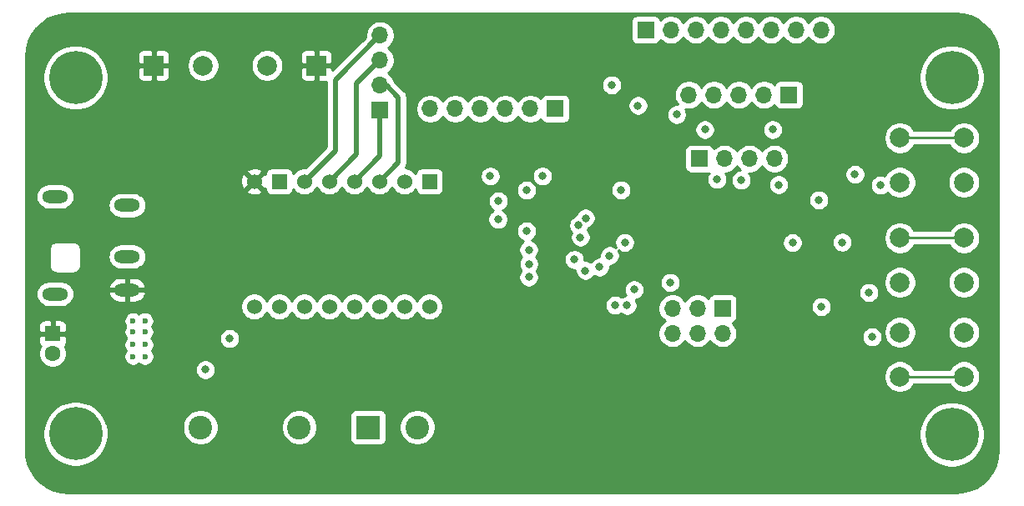
<source format=gbr>
%TF.GenerationSoftware,KiCad,Pcbnew,(5.1.6)-1*%
%TF.CreationDate,2020-11-03T19:25:33-05:00*%
%TF.ProjectId,Kitty Caddy,4b697474-7920-4436-9164-64792e6b6963,rev?*%
%TF.SameCoordinates,Original*%
%TF.FileFunction,Copper,L3,Inr*%
%TF.FilePolarity,Positive*%
%FSLAX46Y46*%
G04 Gerber Fmt 4.6, Leading zero omitted, Abs format (unit mm)*
G04 Created by KiCad (PCBNEW (5.1.6)-1) date 2020-11-03 19:25:33*
%MOMM*%
%LPD*%
G01*
G04 APERTURE LIST*
%TA.AperFunction,ViaPad*%
%ADD10C,2.000000*%
%TD*%
%TA.AperFunction,ViaPad*%
%ADD11R,1.524000X1.524000*%
%TD*%
%TA.AperFunction,ViaPad*%
%ADD12C,1.524000*%
%TD*%
%TA.AperFunction,ViaPad*%
%ADD13C,5.400000*%
%TD*%
%TA.AperFunction,ViaPad*%
%ADD14R,1.600000X1.600000*%
%TD*%
%TA.AperFunction,ViaPad*%
%ADD15C,1.600000*%
%TD*%
%TA.AperFunction,ViaPad*%
%ADD16R,2.000000X2.000000*%
%TD*%
%TA.AperFunction,ViaPad*%
%ADD17R,2.400000X2.400000*%
%TD*%
%TA.AperFunction,ViaPad*%
%ADD18C,2.400000*%
%TD*%
%TA.AperFunction,ViaPad*%
%ADD19O,2.616000X1.308000*%
%TD*%
%TA.AperFunction,ViaPad*%
%ADD20R,1.700000X1.700000*%
%TD*%
%TA.AperFunction,ViaPad*%
%ADD21O,1.700000X1.700000*%
%TD*%
%TA.AperFunction,ViaPad*%
%ADD22C,0.600000*%
%TD*%
%TA.AperFunction,ViaPad*%
%ADD23C,0.800000*%
%TD*%
%TA.AperFunction,Conductor*%
%ADD24C,0.508000*%
%TD*%
%TA.AperFunction,Conductor*%
%ADD25C,0.254000*%
%TD*%
G04 APERTURE END LIST*
D10*
%TO.N,GND*%
%TO.C,SW3*%
X127891800Y-86334400D03*
X121391800Y-86334400D03*
%TO.N,Net-(R16-Pad2)*%
X127891800Y-90834400D03*
X121391800Y-90834400D03*
%TD*%
%TO.N,Net-(R14-Pad1)*%
%TO.C,SW2*%
X127891800Y-76758600D03*
X121391800Y-76758600D03*
%TO.N,GND*%
X127891800Y-81258600D03*
X121391800Y-81258600D03*
%TD*%
%TO.N,Net-(R13-Pad1)*%
%TO.C,SW1*%
X127891800Y-66598600D03*
X121391800Y-66598600D03*
%TO.N,GND*%
X127891800Y-71098600D03*
X121391800Y-71098600D03*
%TD*%
D11*
%TO.N,GND*%
%TO.C,U2*%
X73673400Y-71018600D03*
D12*
%TO.N,N/C*%
X71133400Y-71018600D03*
%TO.N,Net-(J2-Pad2)*%
X68593400Y-71018600D03*
%TO.N,Net-(J2-Pad1)*%
X66053400Y-71018600D03*
%TO.N,Net-(J2-Pad3)*%
X63513400Y-71018600D03*
%TO.N,Net-(J2-Pad4)*%
X60973400Y-71018600D03*
D11*
%TO.N,GND*%
X58433400Y-71018600D03*
D12*
%TO.N,+12V*%
X55893400Y-71018600D03*
%TO.N,DIR*%
X73673400Y-83718600D03*
%TO.N,STEP*%
X71133400Y-83718600D03*
%TO.N,+5V*%
X68593400Y-83718600D03*
X66053400Y-83718600D03*
%TO.N,M2*%
X63513400Y-83718600D03*
%TO.N,M1*%
X60973400Y-83718600D03*
%TO.N,M0*%
X58433400Y-83718600D03*
%TO.N,N/C*%
X55893400Y-83718600D03*
%TD*%
D13*
%TO.N,N/C*%
%TO.C,REF\u002A\u002A*%
X126670200Y-96727200D03*
%TD*%
%TO.N,N/C*%
%TO.C,REF\u002A\u002A*%
X37770200Y-96647200D03*
%TD*%
%TO.N,N/C*%
%TO.C,REF\u002A\u002A*%
X126670200Y-60452200D03*
%TD*%
%TO.N,N/C*%
%TO.C,REF\u002A\u002A*%
X37770200Y-60452200D03*
%TD*%
D14*
%TO.N,+12V*%
%TO.C,C1*%
X35443400Y-86488600D03*
D15*
%TO.N,GND*%
X35443400Y-88488600D03*
%TD*%
D16*
%TO.N,+12V*%
%TO.C,C3*%
X45693400Y-59238600D03*
D10*
%TO.N,GND*%
X50693400Y-59238600D03*
%TD*%
D16*
%TO.N,+12V*%
%TO.C,C4*%
X62193400Y-59238600D03*
D10*
%TO.N,GND*%
X57193400Y-59238600D03*
%TD*%
D17*
%TO.N,+5V*%
%TO.C,C6*%
X67443400Y-95988600D03*
D18*
%TO.N,GND*%
X72443400Y-95988600D03*
%TD*%
D19*
%TO.N,+12V*%
%TO.C,J1*%
X42993400Y-82038600D03*
%TO.N,GND*%
X42993400Y-78638600D03*
X42993400Y-73438600D03*
X35693400Y-72538600D03*
X35693400Y-82438600D03*
%TD*%
D20*
%TO.N,Net-(J2-Pad1)*%
%TO.C,J2*%
X68661400Y-63783400D03*
D21*
%TO.N,Net-(J2-Pad2)*%
X68661400Y-61243400D03*
%TO.N,Net-(J2-Pad3)*%
X68661400Y-58703400D03*
%TO.N,Net-(J2-Pad4)*%
X68661400Y-56163400D03*
%TD*%
D20*
%TO.N,Net-(J3-Pad1)*%
%TO.C,J3*%
X110139600Y-62208600D03*
D21*
%TO.N,GND*%
X107599600Y-62208600D03*
%TO.N,N/C*%
X105059600Y-62208600D03*
%TO.N,GND*%
X102519600Y-62208600D03*
%TO.N,SENSE*%
X99979600Y-62208600D03*
%TD*%
D20*
%TO.N,DTR*%
%TO.C,J4*%
X86441400Y-63631000D03*
D21*
%TO.N,RXI*%
X83901400Y-63631000D03*
%TO.N,TXO*%
X81361400Y-63631000D03*
%TO.N,+5V*%
X78821400Y-63631000D03*
%TO.N,GND*%
X76281400Y-63631000D03*
X73741400Y-63631000D03*
%TD*%
D20*
%TO.N,MISO*%
%TO.C,J5*%
X103408600Y-83900200D03*
D21*
%TO.N,+5V*%
X103408600Y-86440200D03*
%TO.N,SCK*%
X100868600Y-83900200D03*
%TO.N,MOSI*%
X100868600Y-86440200D03*
%TO.N,RESET_PIN*%
X98328600Y-83900200D03*
%TO.N,GND*%
X98328600Y-86440200D03*
%TD*%
D18*
%TO.N,Net-(C5-Pad1)*%
%TO.C,L1*%
X50443400Y-95988600D03*
%TO.N,+5V*%
X60443400Y-95988600D03*
%TD*%
D20*
%TO.N,GND*%
%TO.C,U1*%
X101046400Y-68685600D03*
D21*
%TO.N,+5V*%
X103586400Y-68685600D03*
%TO.N,SCL*%
X106126400Y-68685600D03*
%TO.N,SDA*%
X108666400Y-68685600D03*
%TD*%
D22*
%TO.N,GND*%
%TO.C,U3*%
X44793400Y-88788600D03*
X44793400Y-87588600D03*
X43593400Y-87588600D03*
X43593400Y-88788600D03*
X44793400Y-85188600D03*
X44793400Y-86288600D03*
X43593400Y-86288600D03*
X43593400Y-85188600D03*
%TD*%
D20*
%TO.N,+5V*%
%TO.C,U4*%
X95610800Y-55609680D03*
D21*
%TO.N,GND*%
X98150800Y-55609680D03*
%TO.N,SCL*%
X100690800Y-55609680D03*
%TO.N,SDA*%
X103230800Y-55609680D03*
%TO.N,N/C*%
X105770800Y-55609680D03*
X108310800Y-55609680D03*
X110850800Y-55609680D03*
X113390800Y-55609680D03*
%TD*%
D23*
%TO.N,+12V*%
X38557320Y-88573800D03*
X38557320Y-88573800D03*
X39934000Y-88604280D03*
%TO.N,+5V*%
X80650200Y-73003600D03*
X80624800Y-74857800D03*
X92156400Y-61218000D03*
X94823400Y-63300800D03*
X118572400Y-86795800D03*
X118242200Y-82300000D03*
X108488600Y-65739200D03*
X101605200Y-65739200D03*
X53396000Y-86973600D03*
X50932200Y-90123200D03*
X79827240Y-70473760D03*
X85130760Y-70473760D03*
X93477200Y-77204760D03*
X89489400Y-80069880D03*
X88361640Y-78942120D03*
X119415680Y-71388160D03*
X109093120Y-71352600D03*
%TO.N,RESET_PIN*%
X88986480Y-76676440D03*
%TO.N,SENSE*%
X93101280Y-71875840D03*
X98745160Y-64225360D03*
%TO.N,MISO*%
X98090700Y-81269199D03*
%TO.N,SCL*%
X88803600Y-75457240D03*
X83520400Y-76056680D03*
%TO.N,SDA*%
X89502138Y-74741665D03*
X83515320Y-71901240D03*
X102839640Y-70809040D03*
X105303440Y-70885240D03*
%TO.N,Net-(R13-Pad1)*%
X116835040Y-70285800D03*
%TO.N,Net-(R14-Pad1)*%
X113177440Y-72902000D03*
%TO.N,UP_BTN*%
X92512000Y-83590320D03*
X115544720Y-77199680D03*
%TO.N,M0*%
X83743920Y-77946440D03*
%TO.N,M1*%
X83759160Y-79394240D03*
%TO.N,M2*%
X83738840Y-80735360D03*
%TO.N,STEP*%
X90932120Y-79714280D03*
%TO.N,DIR*%
X91950168Y-78549902D03*
%TO.N,MODE_BTN*%
X113431440Y-83737640D03*
X93726120Y-83605560D03*
%TO.N,DOWN_BTN*%
X94441074Y-81996199D03*
X110500280Y-77245400D03*
%TD*%
D24*
%TO.N,Net-(J2-Pad1)*%
X66053400Y-71018600D02*
X68661400Y-68410600D01*
X68661400Y-68410600D02*
X68661400Y-63783400D01*
%TO.N,Net-(J2-Pad2)*%
X68593400Y-71018600D02*
X70495280Y-69116720D01*
X70495280Y-69116720D02*
X70495280Y-62452440D01*
X69286240Y-61243400D02*
X68661400Y-61243400D01*
X70495280Y-62452440D02*
X69286240Y-61243400D01*
%TO.N,Net-(J2-Pad3)*%
X63513400Y-71018600D02*
X66273120Y-68258880D01*
X66273120Y-61091680D02*
X68661400Y-58703400D01*
X66273120Y-68258880D02*
X66273120Y-61091680D01*
%TO.N,Net-(J2-Pad4)*%
X60973400Y-71018600D02*
X64114120Y-67877880D01*
X64114120Y-60710680D02*
X68661400Y-56163400D01*
X64114120Y-67877880D02*
X64114120Y-60710680D01*
D25*
%TO.N,Net-(R13-Pad1)*%
X127891800Y-66598600D02*
X121391800Y-66598600D01*
%TO.N,Net-(R14-Pad1)*%
X121391800Y-76758600D02*
X127891800Y-76758600D01*
%TO.N,Net-(R16-Pad2)*%
X127891800Y-90834400D02*
X121391800Y-90834400D01*
%TD*%
%TO.N,+12V*%
G36*
X127811483Y-54019773D02*
G01*
X128555291Y-54223256D01*
X129251305Y-54555238D01*
X129877530Y-55005226D01*
X130414177Y-55559003D01*
X130844271Y-56199051D01*
X131154229Y-56905153D01*
X131335465Y-57660057D01*
X131383400Y-58312807D01*
X131383401Y-98259197D01*
X131312227Y-99056683D01*
X131108744Y-99800490D01*
X130776763Y-100496504D01*
X130326774Y-101122730D01*
X129772997Y-101659377D01*
X129132949Y-102089471D01*
X128426847Y-102399429D01*
X127671943Y-102580665D01*
X127019193Y-102628600D01*
X37072792Y-102628600D01*
X36275317Y-102557427D01*
X35531510Y-102353944D01*
X34835496Y-102021963D01*
X34209270Y-101571974D01*
X33672623Y-101018197D01*
X33242529Y-100378149D01*
X32932571Y-99672047D01*
X32751335Y-98917143D01*
X32703400Y-98264393D01*
X32703400Y-96318731D01*
X34435200Y-96318731D01*
X34435200Y-96975669D01*
X34563362Y-97619984D01*
X34814761Y-98226915D01*
X35179736Y-98773139D01*
X35644261Y-99237664D01*
X36190485Y-99602639D01*
X36797416Y-99854038D01*
X37441731Y-99982200D01*
X38098669Y-99982200D01*
X38742984Y-99854038D01*
X39349915Y-99602639D01*
X39896139Y-99237664D01*
X40360664Y-98773139D01*
X40725639Y-98226915D01*
X40977038Y-97619984D01*
X41105200Y-96975669D01*
X41105200Y-96318731D01*
X41003584Y-95807868D01*
X48608400Y-95807868D01*
X48608400Y-96169332D01*
X48678918Y-96523850D01*
X48817244Y-96857799D01*
X49018062Y-97158344D01*
X49273656Y-97413938D01*
X49574201Y-97614756D01*
X49908150Y-97753082D01*
X50262668Y-97823600D01*
X50624132Y-97823600D01*
X50978650Y-97753082D01*
X51312599Y-97614756D01*
X51613144Y-97413938D01*
X51868738Y-97158344D01*
X52069556Y-96857799D01*
X52207882Y-96523850D01*
X52278400Y-96169332D01*
X52278400Y-95807868D01*
X58608400Y-95807868D01*
X58608400Y-96169332D01*
X58678918Y-96523850D01*
X58817244Y-96857799D01*
X59018062Y-97158344D01*
X59273656Y-97413938D01*
X59574201Y-97614756D01*
X59908150Y-97753082D01*
X60262668Y-97823600D01*
X60624132Y-97823600D01*
X60978650Y-97753082D01*
X61312599Y-97614756D01*
X61613144Y-97413938D01*
X61868738Y-97158344D01*
X62069556Y-96857799D01*
X62207882Y-96523850D01*
X62278400Y-96169332D01*
X62278400Y-95807868D01*
X62207882Y-95453350D01*
X62069556Y-95119401D01*
X61868738Y-94818856D01*
X61838482Y-94788600D01*
X65605328Y-94788600D01*
X65605328Y-97188600D01*
X65617588Y-97313082D01*
X65653898Y-97432780D01*
X65712863Y-97543094D01*
X65792215Y-97639785D01*
X65888906Y-97719137D01*
X65999220Y-97778102D01*
X66118918Y-97814412D01*
X66243400Y-97826672D01*
X68643400Y-97826672D01*
X68767882Y-97814412D01*
X68887580Y-97778102D01*
X68997894Y-97719137D01*
X69094585Y-97639785D01*
X69173937Y-97543094D01*
X69232902Y-97432780D01*
X69269212Y-97313082D01*
X69281472Y-97188600D01*
X69281472Y-95807868D01*
X70608400Y-95807868D01*
X70608400Y-96169332D01*
X70678918Y-96523850D01*
X70817244Y-96857799D01*
X71018062Y-97158344D01*
X71273656Y-97413938D01*
X71574201Y-97614756D01*
X71908150Y-97753082D01*
X72262668Y-97823600D01*
X72624132Y-97823600D01*
X72978650Y-97753082D01*
X73312599Y-97614756D01*
X73613144Y-97413938D01*
X73868738Y-97158344D01*
X74069556Y-96857799D01*
X74207882Y-96523850D01*
X74232769Y-96398731D01*
X123335200Y-96398731D01*
X123335200Y-97055669D01*
X123463362Y-97699984D01*
X123714761Y-98306915D01*
X124079736Y-98853139D01*
X124544261Y-99317664D01*
X125090485Y-99682639D01*
X125697416Y-99934038D01*
X126341731Y-100062200D01*
X126998669Y-100062200D01*
X127642984Y-99934038D01*
X128249915Y-99682639D01*
X128796139Y-99317664D01*
X129260664Y-98853139D01*
X129625639Y-98306915D01*
X129877038Y-97699984D01*
X130005200Y-97055669D01*
X130005200Y-96398731D01*
X129877038Y-95754416D01*
X129625639Y-95147485D01*
X129260664Y-94601261D01*
X128796139Y-94136736D01*
X128249915Y-93771761D01*
X127642984Y-93520362D01*
X126998669Y-93392200D01*
X126341731Y-93392200D01*
X125697416Y-93520362D01*
X125090485Y-93771761D01*
X124544261Y-94136736D01*
X124079736Y-94601261D01*
X123714761Y-95147485D01*
X123463362Y-95754416D01*
X123335200Y-96398731D01*
X74232769Y-96398731D01*
X74278400Y-96169332D01*
X74278400Y-95807868D01*
X74207882Y-95453350D01*
X74069556Y-95119401D01*
X73868738Y-94818856D01*
X73613144Y-94563262D01*
X73312599Y-94362444D01*
X72978650Y-94224118D01*
X72624132Y-94153600D01*
X72262668Y-94153600D01*
X71908150Y-94224118D01*
X71574201Y-94362444D01*
X71273656Y-94563262D01*
X71018062Y-94818856D01*
X70817244Y-95119401D01*
X70678918Y-95453350D01*
X70608400Y-95807868D01*
X69281472Y-95807868D01*
X69281472Y-94788600D01*
X69269212Y-94664118D01*
X69232902Y-94544420D01*
X69173937Y-94434106D01*
X69094585Y-94337415D01*
X68997894Y-94258063D01*
X68887580Y-94199098D01*
X68767882Y-94162788D01*
X68643400Y-94150528D01*
X66243400Y-94150528D01*
X66118918Y-94162788D01*
X65999220Y-94199098D01*
X65888906Y-94258063D01*
X65792215Y-94337415D01*
X65712863Y-94434106D01*
X65653898Y-94544420D01*
X65617588Y-94664118D01*
X65605328Y-94788600D01*
X61838482Y-94788600D01*
X61613144Y-94563262D01*
X61312599Y-94362444D01*
X60978650Y-94224118D01*
X60624132Y-94153600D01*
X60262668Y-94153600D01*
X59908150Y-94224118D01*
X59574201Y-94362444D01*
X59273656Y-94563262D01*
X59018062Y-94818856D01*
X58817244Y-95119401D01*
X58678918Y-95453350D01*
X58608400Y-95807868D01*
X52278400Y-95807868D01*
X52207882Y-95453350D01*
X52069556Y-95119401D01*
X51868738Y-94818856D01*
X51613144Y-94563262D01*
X51312599Y-94362444D01*
X50978650Y-94224118D01*
X50624132Y-94153600D01*
X50262668Y-94153600D01*
X49908150Y-94224118D01*
X49574201Y-94362444D01*
X49273656Y-94563262D01*
X49018062Y-94818856D01*
X48817244Y-95119401D01*
X48678918Y-95453350D01*
X48608400Y-95807868D01*
X41003584Y-95807868D01*
X40977038Y-95674416D01*
X40725639Y-95067485D01*
X40360664Y-94521261D01*
X39896139Y-94056736D01*
X39349915Y-93691761D01*
X38742984Y-93440362D01*
X38098669Y-93312200D01*
X37441731Y-93312200D01*
X36797416Y-93440362D01*
X36190485Y-93691761D01*
X35644261Y-94056736D01*
X35179736Y-94521261D01*
X34814761Y-95067485D01*
X34563362Y-95674416D01*
X34435200Y-96318731D01*
X32703400Y-96318731D01*
X32703400Y-90021261D01*
X49897200Y-90021261D01*
X49897200Y-90225139D01*
X49936974Y-90425098D01*
X50014995Y-90613456D01*
X50128263Y-90782974D01*
X50272426Y-90927137D01*
X50441944Y-91040405D01*
X50630302Y-91118426D01*
X50830261Y-91158200D01*
X51034139Y-91158200D01*
X51234098Y-91118426D01*
X51422456Y-91040405D01*
X51591974Y-90927137D01*
X51736137Y-90782974D01*
X51809373Y-90673367D01*
X119756800Y-90673367D01*
X119756800Y-90995433D01*
X119819632Y-91311312D01*
X119942882Y-91608863D01*
X120121813Y-91876652D01*
X120349548Y-92104387D01*
X120617337Y-92283318D01*
X120914888Y-92406568D01*
X121230767Y-92469400D01*
X121552833Y-92469400D01*
X121868712Y-92406568D01*
X122166263Y-92283318D01*
X122434052Y-92104387D01*
X122661787Y-91876652D01*
X122840718Y-91608863D01*
X122845880Y-91596400D01*
X126437720Y-91596400D01*
X126442882Y-91608863D01*
X126621813Y-91876652D01*
X126849548Y-92104387D01*
X127117337Y-92283318D01*
X127414888Y-92406568D01*
X127730767Y-92469400D01*
X128052833Y-92469400D01*
X128368712Y-92406568D01*
X128666263Y-92283318D01*
X128934052Y-92104387D01*
X129161787Y-91876652D01*
X129340718Y-91608863D01*
X129463968Y-91311312D01*
X129526800Y-90995433D01*
X129526800Y-90673367D01*
X129463968Y-90357488D01*
X129340718Y-90059937D01*
X129161787Y-89792148D01*
X128934052Y-89564413D01*
X128666263Y-89385482D01*
X128368712Y-89262232D01*
X128052833Y-89199400D01*
X127730767Y-89199400D01*
X127414888Y-89262232D01*
X127117337Y-89385482D01*
X126849548Y-89564413D01*
X126621813Y-89792148D01*
X126442882Y-90059937D01*
X126437720Y-90072400D01*
X122845880Y-90072400D01*
X122840718Y-90059937D01*
X122661787Y-89792148D01*
X122434052Y-89564413D01*
X122166263Y-89385482D01*
X121868712Y-89262232D01*
X121552833Y-89199400D01*
X121230767Y-89199400D01*
X120914888Y-89262232D01*
X120617337Y-89385482D01*
X120349548Y-89564413D01*
X120121813Y-89792148D01*
X119942882Y-90059937D01*
X119819632Y-90357488D01*
X119756800Y-90673367D01*
X51809373Y-90673367D01*
X51849405Y-90613456D01*
X51927426Y-90425098D01*
X51967200Y-90225139D01*
X51967200Y-90021261D01*
X51927426Y-89821302D01*
X51849405Y-89632944D01*
X51736137Y-89463426D01*
X51591974Y-89319263D01*
X51422456Y-89205995D01*
X51234098Y-89127974D01*
X51034139Y-89088200D01*
X50830261Y-89088200D01*
X50630302Y-89127974D01*
X50441944Y-89205995D01*
X50272426Y-89319263D01*
X50128263Y-89463426D01*
X50014995Y-89632944D01*
X49936974Y-89821302D01*
X49897200Y-90021261D01*
X32703400Y-90021261D01*
X32703400Y-87288600D01*
X34005328Y-87288600D01*
X34017588Y-87413082D01*
X34053898Y-87532780D01*
X34112863Y-87643094D01*
X34192215Y-87739785D01*
X34208793Y-87753390D01*
X34171720Y-87808873D01*
X34063547Y-88070026D01*
X34008400Y-88347265D01*
X34008400Y-88629935D01*
X34063547Y-88907174D01*
X34171720Y-89168327D01*
X34328763Y-89403359D01*
X34528641Y-89603237D01*
X34763673Y-89760280D01*
X35024826Y-89868453D01*
X35302065Y-89923600D01*
X35584735Y-89923600D01*
X35861974Y-89868453D01*
X36123127Y-89760280D01*
X36358159Y-89603237D01*
X36558037Y-89403359D01*
X36715080Y-89168327D01*
X36823253Y-88907174D01*
X36878400Y-88629935D01*
X36878400Y-88347265D01*
X36823253Y-88070026D01*
X36715080Y-87808873D01*
X36678007Y-87753390D01*
X36694585Y-87739785D01*
X36773937Y-87643094D01*
X36832902Y-87532780D01*
X36869212Y-87413082D01*
X36881472Y-87288600D01*
X36878400Y-86774350D01*
X36719650Y-86615600D01*
X35570400Y-86615600D01*
X35570400Y-86635600D01*
X35316400Y-86635600D01*
X35316400Y-86615600D01*
X34167150Y-86615600D01*
X34008400Y-86774350D01*
X34005328Y-87288600D01*
X32703400Y-87288600D01*
X32703400Y-85688600D01*
X34005328Y-85688600D01*
X34008400Y-86202850D01*
X34167150Y-86361600D01*
X35316400Y-86361600D01*
X35316400Y-85212350D01*
X35570400Y-85212350D01*
X35570400Y-86361600D01*
X36719650Y-86361600D01*
X36878400Y-86202850D01*
X36881472Y-85688600D01*
X36869212Y-85564118D01*
X36832902Y-85444420D01*
X36773937Y-85334106D01*
X36694585Y-85237415D01*
X36597894Y-85158063D01*
X36487580Y-85099098D01*
X36479052Y-85096511D01*
X42658400Y-85096511D01*
X42658400Y-85280689D01*
X42694332Y-85461329D01*
X42764814Y-85631489D01*
X42836383Y-85738600D01*
X42764814Y-85845711D01*
X42694332Y-86015871D01*
X42658400Y-86196511D01*
X42658400Y-86380689D01*
X42694332Y-86561329D01*
X42764814Y-86731489D01*
X42867138Y-86884628D01*
X42921110Y-86938600D01*
X42867138Y-86992572D01*
X42764814Y-87145711D01*
X42694332Y-87315871D01*
X42658400Y-87496511D01*
X42658400Y-87680689D01*
X42694332Y-87861329D01*
X42764814Y-88031489D01*
X42867138Y-88184628D01*
X42871110Y-88188600D01*
X42867138Y-88192572D01*
X42764814Y-88345711D01*
X42694332Y-88515871D01*
X42658400Y-88696511D01*
X42658400Y-88880689D01*
X42694332Y-89061329D01*
X42764814Y-89231489D01*
X42867138Y-89384628D01*
X42997372Y-89514862D01*
X43150511Y-89617186D01*
X43320671Y-89687668D01*
X43501311Y-89723600D01*
X43685489Y-89723600D01*
X43866129Y-89687668D01*
X44036289Y-89617186D01*
X44189428Y-89514862D01*
X44193400Y-89510890D01*
X44197372Y-89514862D01*
X44350511Y-89617186D01*
X44520671Y-89687668D01*
X44701311Y-89723600D01*
X44885489Y-89723600D01*
X45066129Y-89687668D01*
X45236289Y-89617186D01*
X45389428Y-89514862D01*
X45519662Y-89384628D01*
X45621986Y-89231489D01*
X45692468Y-89061329D01*
X45728400Y-88880689D01*
X45728400Y-88696511D01*
X45692468Y-88515871D01*
X45621986Y-88345711D01*
X45519662Y-88192572D01*
X45515690Y-88188600D01*
X45519662Y-88184628D01*
X45621986Y-88031489D01*
X45692468Y-87861329D01*
X45728400Y-87680689D01*
X45728400Y-87496511D01*
X45692468Y-87315871D01*
X45621986Y-87145711D01*
X45519662Y-86992572D01*
X45465690Y-86938600D01*
X45519662Y-86884628D01*
X45528326Y-86871661D01*
X52361000Y-86871661D01*
X52361000Y-87075539D01*
X52400774Y-87275498D01*
X52478795Y-87463856D01*
X52592063Y-87633374D01*
X52736226Y-87777537D01*
X52905744Y-87890805D01*
X53094102Y-87968826D01*
X53294061Y-88008600D01*
X53497939Y-88008600D01*
X53697898Y-87968826D01*
X53886256Y-87890805D01*
X54055774Y-87777537D01*
X54199937Y-87633374D01*
X54313205Y-87463856D01*
X54391226Y-87275498D01*
X54431000Y-87075539D01*
X54431000Y-86871661D01*
X54391226Y-86671702D01*
X54313205Y-86483344D01*
X54199937Y-86313826D01*
X54055774Y-86169663D01*
X53886256Y-86056395D01*
X53697898Y-85978374D01*
X53497939Y-85938600D01*
X53294061Y-85938600D01*
X53094102Y-85978374D01*
X52905744Y-86056395D01*
X52736226Y-86169663D01*
X52592063Y-86313826D01*
X52478795Y-86483344D01*
X52400774Y-86671702D01*
X52361000Y-86871661D01*
X45528326Y-86871661D01*
X45621986Y-86731489D01*
X45692468Y-86561329D01*
X45728400Y-86380689D01*
X45728400Y-86196511D01*
X45692468Y-86015871D01*
X45621986Y-85845711D01*
X45550417Y-85738600D01*
X45621986Y-85631489D01*
X45692468Y-85461329D01*
X45728400Y-85280689D01*
X45728400Y-85096511D01*
X45692468Y-84915871D01*
X45621986Y-84745711D01*
X45519662Y-84592572D01*
X45389428Y-84462338D01*
X45236289Y-84360014D01*
X45066129Y-84289532D01*
X44885489Y-84253600D01*
X44701311Y-84253600D01*
X44520671Y-84289532D01*
X44350511Y-84360014D01*
X44197372Y-84462338D01*
X44193400Y-84466310D01*
X44189428Y-84462338D01*
X44036289Y-84360014D01*
X43866129Y-84289532D01*
X43685489Y-84253600D01*
X43501311Y-84253600D01*
X43320671Y-84289532D01*
X43150511Y-84360014D01*
X42997372Y-84462338D01*
X42867138Y-84592572D01*
X42764814Y-84745711D01*
X42694332Y-84915871D01*
X42658400Y-85096511D01*
X36479052Y-85096511D01*
X36367882Y-85062788D01*
X36243400Y-85050528D01*
X35729150Y-85053600D01*
X35570400Y-85212350D01*
X35316400Y-85212350D01*
X35157650Y-85053600D01*
X34643400Y-85050528D01*
X34518918Y-85062788D01*
X34399220Y-85099098D01*
X34288906Y-85158063D01*
X34192215Y-85237415D01*
X34112863Y-85334106D01*
X34053898Y-85444420D01*
X34017588Y-85564118D01*
X34005328Y-85688600D01*
X32703400Y-85688600D01*
X32703400Y-82438600D01*
X33744164Y-82438600D01*
X33769052Y-82691288D01*
X33842758Y-82934265D01*
X33962451Y-83158195D01*
X34123530Y-83354470D01*
X34319805Y-83515549D01*
X34543735Y-83635242D01*
X34786712Y-83708948D01*
X34976086Y-83727600D01*
X36410714Y-83727600D01*
X36600088Y-83708948D01*
X36843065Y-83635242D01*
X36944529Y-83581008D01*
X54496400Y-83581008D01*
X54496400Y-83856192D01*
X54550086Y-84126090D01*
X54655395Y-84380327D01*
X54808280Y-84609135D01*
X55002865Y-84803720D01*
X55231673Y-84956605D01*
X55485910Y-85061914D01*
X55755808Y-85115600D01*
X56030992Y-85115600D01*
X56300890Y-85061914D01*
X56555127Y-84956605D01*
X56783935Y-84803720D01*
X56978520Y-84609135D01*
X57131405Y-84380327D01*
X57163400Y-84303085D01*
X57195395Y-84380327D01*
X57348280Y-84609135D01*
X57542865Y-84803720D01*
X57771673Y-84956605D01*
X58025910Y-85061914D01*
X58295808Y-85115600D01*
X58570992Y-85115600D01*
X58840890Y-85061914D01*
X59095127Y-84956605D01*
X59323935Y-84803720D01*
X59518520Y-84609135D01*
X59671405Y-84380327D01*
X59703400Y-84303085D01*
X59735395Y-84380327D01*
X59888280Y-84609135D01*
X60082865Y-84803720D01*
X60311673Y-84956605D01*
X60565910Y-85061914D01*
X60835808Y-85115600D01*
X61110992Y-85115600D01*
X61380890Y-85061914D01*
X61635127Y-84956605D01*
X61863935Y-84803720D01*
X62058520Y-84609135D01*
X62211405Y-84380327D01*
X62243400Y-84303085D01*
X62275395Y-84380327D01*
X62428280Y-84609135D01*
X62622865Y-84803720D01*
X62851673Y-84956605D01*
X63105910Y-85061914D01*
X63375808Y-85115600D01*
X63650992Y-85115600D01*
X63920890Y-85061914D01*
X64175127Y-84956605D01*
X64403935Y-84803720D01*
X64598520Y-84609135D01*
X64751405Y-84380327D01*
X64783400Y-84303085D01*
X64815395Y-84380327D01*
X64968280Y-84609135D01*
X65162865Y-84803720D01*
X65391673Y-84956605D01*
X65645910Y-85061914D01*
X65915808Y-85115600D01*
X66190992Y-85115600D01*
X66460890Y-85061914D01*
X66715127Y-84956605D01*
X66943935Y-84803720D01*
X67138520Y-84609135D01*
X67291405Y-84380327D01*
X67323400Y-84303085D01*
X67355395Y-84380327D01*
X67508280Y-84609135D01*
X67702865Y-84803720D01*
X67931673Y-84956605D01*
X68185910Y-85061914D01*
X68455808Y-85115600D01*
X68730992Y-85115600D01*
X69000890Y-85061914D01*
X69255127Y-84956605D01*
X69483935Y-84803720D01*
X69678520Y-84609135D01*
X69831405Y-84380327D01*
X69863400Y-84303085D01*
X69895395Y-84380327D01*
X70048280Y-84609135D01*
X70242865Y-84803720D01*
X70471673Y-84956605D01*
X70725910Y-85061914D01*
X70995808Y-85115600D01*
X71270992Y-85115600D01*
X71540890Y-85061914D01*
X71795127Y-84956605D01*
X72023935Y-84803720D01*
X72218520Y-84609135D01*
X72371405Y-84380327D01*
X72403400Y-84303085D01*
X72435395Y-84380327D01*
X72588280Y-84609135D01*
X72782865Y-84803720D01*
X73011673Y-84956605D01*
X73265910Y-85061914D01*
X73535808Y-85115600D01*
X73810992Y-85115600D01*
X74080890Y-85061914D01*
X74335127Y-84956605D01*
X74563935Y-84803720D01*
X74758520Y-84609135D01*
X74911405Y-84380327D01*
X75016714Y-84126090D01*
X75070400Y-83856192D01*
X75070400Y-83581008D01*
X75051976Y-83488381D01*
X91477000Y-83488381D01*
X91477000Y-83692259D01*
X91516774Y-83892218D01*
X91594795Y-84080576D01*
X91708063Y-84250094D01*
X91852226Y-84394257D01*
X92021744Y-84507525D01*
X92210102Y-84585546D01*
X92410061Y-84625320D01*
X92613939Y-84625320D01*
X92813898Y-84585546D01*
X93002256Y-84507525D01*
X93107656Y-84437099D01*
X93235864Y-84522765D01*
X93424222Y-84600786D01*
X93624181Y-84640560D01*
X93828059Y-84640560D01*
X94028018Y-84600786D01*
X94216376Y-84522765D01*
X94385894Y-84409497D01*
X94530057Y-84265334D01*
X94643325Y-84095816D01*
X94721346Y-83907458D01*
X94751882Y-83753940D01*
X96843600Y-83753940D01*
X96843600Y-84046460D01*
X96900668Y-84333358D01*
X97012610Y-84603611D01*
X97175125Y-84846832D01*
X97381968Y-85053675D01*
X97556360Y-85170200D01*
X97381968Y-85286725D01*
X97175125Y-85493568D01*
X97012610Y-85736789D01*
X96900668Y-86007042D01*
X96843600Y-86293940D01*
X96843600Y-86586460D01*
X96900668Y-86873358D01*
X97012610Y-87143611D01*
X97175125Y-87386832D01*
X97381968Y-87593675D01*
X97625189Y-87756190D01*
X97895442Y-87868132D01*
X98182340Y-87925200D01*
X98474860Y-87925200D01*
X98761758Y-87868132D01*
X99032011Y-87756190D01*
X99275232Y-87593675D01*
X99482075Y-87386832D01*
X99598600Y-87212440D01*
X99715125Y-87386832D01*
X99921968Y-87593675D01*
X100165189Y-87756190D01*
X100435442Y-87868132D01*
X100722340Y-87925200D01*
X101014860Y-87925200D01*
X101301758Y-87868132D01*
X101572011Y-87756190D01*
X101815232Y-87593675D01*
X102022075Y-87386832D01*
X102138600Y-87212440D01*
X102255125Y-87386832D01*
X102461968Y-87593675D01*
X102705189Y-87756190D01*
X102975442Y-87868132D01*
X103262340Y-87925200D01*
X103554860Y-87925200D01*
X103841758Y-87868132D01*
X104112011Y-87756190D01*
X104355232Y-87593675D01*
X104562075Y-87386832D01*
X104724590Y-87143611D01*
X104836532Y-86873358D01*
X104872236Y-86693861D01*
X117537400Y-86693861D01*
X117537400Y-86897739D01*
X117577174Y-87097698D01*
X117655195Y-87286056D01*
X117768463Y-87455574D01*
X117912626Y-87599737D01*
X118082144Y-87713005D01*
X118270502Y-87791026D01*
X118470461Y-87830800D01*
X118674339Y-87830800D01*
X118874298Y-87791026D01*
X119062656Y-87713005D01*
X119232174Y-87599737D01*
X119376337Y-87455574D01*
X119489605Y-87286056D01*
X119567626Y-87097698D01*
X119607400Y-86897739D01*
X119607400Y-86693861D01*
X119567626Y-86493902D01*
X119489605Y-86305544D01*
X119401288Y-86173367D01*
X119756800Y-86173367D01*
X119756800Y-86495433D01*
X119819632Y-86811312D01*
X119942882Y-87108863D01*
X120121813Y-87376652D01*
X120349548Y-87604387D01*
X120617337Y-87783318D01*
X120914888Y-87906568D01*
X121230767Y-87969400D01*
X121552833Y-87969400D01*
X121868712Y-87906568D01*
X122166263Y-87783318D01*
X122434052Y-87604387D01*
X122661787Y-87376652D01*
X122840718Y-87108863D01*
X122963968Y-86811312D01*
X123026800Y-86495433D01*
X123026800Y-86173367D01*
X126256800Y-86173367D01*
X126256800Y-86495433D01*
X126319632Y-86811312D01*
X126442882Y-87108863D01*
X126621813Y-87376652D01*
X126849548Y-87604387D01*
X127117337Y-87783318D01*
X127414888Y-87906568D01*
X127730767Y-87969400D01*
X128052833Y-87969400D01*
X128368712Y-87906568D01*
X128666263Y-87783318D01*
X128934052Y-87604387D01*
X129161787Y-87376652D01*
X129340718Y-87108863D01*
X129463968Y-86811312D01*
X129526800Y-86495433D01*
X129526800Y-86173367D01*
X129463968Y-85857488D01*
X129340718Y-85559937D01*
X129161787Y-85292148D01*
X128934052Y-85064413D01*
X128666263Y-84885482D01*
X128368712Y-84762232D01*
X128052833Y-84699400D01*
X127730767Y-84699400D01*
X127414888Y-84762232D01*
X127117337Y-84885482D01*
X126849548Y-85064413D01*
X126621813Y-85292148D01*
X126442882Y-85559937D01*
X126319632Y-85857488D01*
X126256800Y-86173367D01*
X123026800Y-86173367D01*
X122963968Y-85857488D01*
X122840718Y-85559937D01*
X122661787Y-85292148D01*
X122434052Y-85064413D01*
X122166263Y-84885482D01*
X121868712Y-84762232D01*
X121552833Y-84699400D01*
X121230767Y-84699400D01*
X120914888Y-84762232D01*
X120617337Y-84885482D01*
X120349548Y-85064413D01*
X120121813Y-85292148D01*
X119942882Y-85559937D01*
X119819632Y-85857488D01*
X119756800Y-86173367D01*
X119401288Y-86173367D01*
X119376337Y-86136026D01*
X119232174Y-85991863D01*
X119062656Y-85878595D01*
X118874298Y-85800574D01*
X118674339Y-85760800D01*
X118470461Y-85760800D01*
X118270502Y-85800574D01*
X118082144Y-85878595D01*
X117912626Y-85991863D01*
X117768463Y-86136026D01*
X117655195Y-86305544D01*
X117577174Y-86493902D01*
X117537400Y-86693861D01*
X104872236Y-86693861D01*
X104893600Y-86586460D01*
X104893600Y-86293940D01*
X104836532Y-86007042D01*
X104724590Y-85736789D01*
X104562075Y-85493568D01*
X104430220Y-85361713D01*
X104502780Y-85339702D01*
X104613094Y-85280737D01*
X104709785Y-85201385D01*
X104789137Y-85104694D01*
X104848102Y-84994380D01*
X104884412Y-84874682D01*
X104896672Y-84750200D01*
X104896672Y-83635701D01*
X112396440Y-83635701D01*
X112396440Y-83839579D01*
X112436214Y-84039538D01*
X112514235Y-84227896D01*
X112627503Y-84397414D01*
X112771666Y-84541577D01*
X112941184Y-84654845D01*
X113129542Y-84732866D01*
X113329501Y-84772640D01*
X113533379Y-84772640D01*
X113733338Y-84732866D01*
X113921696Y-84654845D01*
X114091214Y-84541577D01*
X114235377Y-84397414D01*
X114348645Y-84227896D01*
X114426666Y-84039538D01*
X114466440Y-83839579D01*
X114466440Y-83635701D01*
X114426666Y-83435742D01*
X114348645Y-83247384D01*
X114235377Y-83077866D01*
X114091214Y-82933703D01*
X113921696Y-82820435D01*
X113733338Y-82742414D01*
X113533379Y-82702640D01*
X113329501Y-82702640D01*
X113129542Y-82742414D01*
X112941184Y-82820435D01*
X112771666Y-82933703D01*
X112627503Y-83077866D01*
X112514235Y-83247384D01*
X112436214Y-83435742D01*
X112396440Y-83635701D01*
X104896672Y-83635701D01*
X104896672Y-83050200D01*
X104884412Y-82925718D01*
X104848102Y-82806020D01*
X104789137Y-82695706D01*
X104709785Y-82599015D01*
X104613094Y-82519663D01*
X104502780Y-82460698D01*
X104383082Y-82424388D01*
X104258600Y-82412128D01*
X102558600Y-82412128D01*
X102434118Y-82424388D01*
X102314420Y-82460698D01*
X102204106Y-82519663D01*
X102107415Y-82599015D01*
X102028063Y-82695706D01*
X101969098Y-82806020D01*
X101947087Y-82878580D01*
X101815232Y-82746725D01*
X101572011Y-82584210D01*
X101301758Y-82472268D01*
X101014860Y-82415200D01*
X100722340Y-82415200D01*
X100435442Y-82472268D01*
X100165189Y-82584210D01*
X99921968Y-82746725D01*
X99715125Y-82953568D01*
X99598600Y-83127960D01*
X99482075Y-82953568D01*
X99275232Y-82746725D01*
X99032011Y-82584210D01*
X98761758Y-82472268D01*
X98474860Y-82415200D01*
X98182340Y-82415200D01*
X97895442Y-82472268D01*
X97625189Y-82584210D01*
X97381968Y-82746725D01*
X97175125Y-82953568D01*
X97012610Y-83196789D01*
X96900668Y-83467042D01*
X96843600Y-83753940D01*
X94751882Y-83753940D01*
X94761120Y-83707499D01*
X94761120Y-83503621D01*
X94721346Y-83303662D01*
X94643325Y-83115304D01*
X94581953Y-83023453D01*
X94742972Y-82991425D01*
X94931330Y-82913404D01*
X95100848Y-82800136D01*
X95245011Y-82655973D01*
X95358279Y-82486455D01*
X95436300Y-82298097D01*
X95476074Y-82098138D01*
X95476074Y-81894260D01*
X95436300Y-81694301D01*
X95358279Y-81505943D01*
X95245011Y-81336425D01*
X95100848Y-81192262D01*
X95063430Y-81167260D01*
X97055700Y-81167260D01*
X97055700Y-81371138D01*
X97095474Y-81571097D01*
X97173495Y-81759455D01*
X97286763Y-81928973D01*
X97430926Y-82073136D01*
X97600444Y-82186404D01*
X97788802Y-82264425D01*
X97988761Y-82304199D01*
X98192639Y-82304199D01*
X98392598Y-82264425D01*
X98552813Y-82198061D01*
X117207200Y-82198061D01*
X117207200Y-82401939D01*
X117246974Y-82601898D01*
X117324995Y-82790256D01*
X117438263Y-82959774D01*
X117582426Y-83103937D01*
X117751944Y-83217205D01*
X117940302Y-83295226D01*
X118140261Y-83335000D01*
X118344139Y-83335000D01*
X118544098Y-83295226D01*
X118732456Y-83217205D01*
X118901974Y-83103937D01*
X119046137Y-82959774D01*
X119159405Y-82790256D01*
X119237426Y-82601898D01*
X119277200Y-82401939D01*
X119277200Y-82198061D01*
X119237426Y-81998102D01*
X119159405Y-81809744D01*
X119046137Y-81640226D01*
X118901974Y-81496063D01*
X118732456Y-81382795D01*
X118544098Y-81304774D01*
X118344139Y-81265000D01*
X118140261Y-81265000D01*
X117940302Y-81304774D01*
X117751944Y-81382795D01*
X117582426Y-81496063D01*
X117438263Y-81640226D01*
X117324995Y-81809744D01*
X117246974Y-81998102D01*
X117207200Y-82198061D01*
X98552813Y-82198061D01*
X98580956Y-82186404D01*
X98750474Y-82073136D01*
X98894637Y-81928973D01*
X99007905Y-81759455D01*
X99085926Y-81571097D01*
X99125700Y-81371138D01*
X99125700Y-81167260D01*
X99111838Y-81097567D01*
X119756800Y-81097567D01*
X119756800Y-81419633D01*
X119819632Y-81735512D01*
X119942882Y-82033063D01*
X120121813Y-82300852D01*
X120349548Y-82528587D01*
X120617337Y-82707518D01*
X120914888Y-82830768D01*
X121230767Y-82893600D01*
X121552833Y-82893600D01*
X121868712Y-82830768D01*
X122166263Y-82707518D01*
X122434052Y-82528587D01*
X122661787Y-82300852D01*
X122840718Y-82033063D01*
X122963968Y-81735512D01*
X123026800Y-81419633D01*
X123026800Y-81097567D01*
X126256800Y-81097567D01*
X126256800Y-81419633D01*
X126319632Y-81735512D01*
X126442882Y-82033063D01*
X126621813Y-82300852D01*
X126849548Y-82528587D01*
X127117337Y-82707518D01*
X127414888Y-82830768D01*
X127730767Y-82893600D01*
X128052833Y-82893600D01*
X128368712Y-82830768D01*
X128666263Y-82707518D01*
X128934052Y-82528587D01*
X129161787Y-82300852D01*
X129340718Y-82033063D01*
X129463968Y-81735512D01*
X129526800Y-81419633D01*
X129526800Y-81097567D01*
X129463968Y-80781688D01*
X129340718Y-80484137D01*
X129161787Y-80216348D01*
X128934052Y-79988613D01*
X128666263Y-79809682D01*
X128368712Y-79686432D01*
X128052833Y-79623600D01*
X127730767Y-79623600D01*
X127414888Y-79686432D01*
X127117337Y-79809682D01*
X126849548Y-79988613D01*
X126621813Y-80216348D01*
X126442882Y-80484137D01*
X126319632Y-80781688D01*
X126256800Y-81097567D01*
X123026800Y-81097567D01*
X122963968Y-80781688D01*
X122840718Y-80484137D01*
X122661787Y-80216348D01*
X122434052Y-79988613D01*
X122166263Y-79809682D01*
X121868712Y-79686432D01*
X121552833Y-79623600D01*
X121230767Y-79623600D01*
X120914888Y-79686432D01*
X120617337Y-79809682D01*
X120349548Y-79988613D01*
X120121813Y-80216348D01*
X119942882Y-80484137D01*
X119819632Y-80781688D01*
X119756800Y-81097567D01*
X99111838Y-81097567D01*
X99085926Y-80967301D01*
X99007905Y-80778943D01*
X98894637Y-80609425D01*
X98750474Y-80465262D01*
X98580956Y-80351994D01*
X98392598Y-80273973D01*
X98192639Y-80234199D01*
X97988761Y-80234199D01*
X97788802Y-80273973D01*
X97600444Y-80351994D01*
X97430926Y-80465262D01*
X97286763Y-80609425D01*
X97173495Y-80778943D01*
X97095474Y-80967301D01*
X97055700Y-81167260D01*
X95063430Y-81167260D01*
X94931330Y-81078994D01*
X94742972Y-81000973D01*
X94543013Y-80961199D01*
X94339135Y-80961199D01*
X94139176Y-81000973D01*
X93950818Y-81078994D01*
X93781300Y-81192262D01*
X93637137Y-81336425D01*
X93523869Y-81505943D01*
X93445848Y-81694301D01*
X93406074Y-81894260D01*
X93406074Y-82098138D01*
X93445848Y-82298097D01*
X93523869Y-82486455D01*
X93585241Y-82578306D01*
X93424222Y-82610334D01*
X93235864Y-82688355D01*
X93130464Y-82758781D01*
X93002256Y-82673115D01*
X92813898Y-82595094D01*
X92613939Y-82555320D01*
X92410061Y-82555320D01*
X92210102Y-82595094D01*
X92021744Y-82673115D01*
X91852226Y-82786383D01*
X91708063Y-82930546D01*
X91594795Y-83100064D01*
X91516774Y-83288422D01*
X91477000Y-83488381D01*
X75051976Y-83488381D01*
X75016714Y-83311110D01*
X74911405Y-83056873D01*
X74758520Y-82828065D01*
X74563935Y-82633480D01*
X74335127Y-82480595D01*
X74080890Y-82375286D01*
X73810992Y-82321600D01*
X73535808Y-82321600D01*
X73265910Y-82375286D01*
X73011673Y-82480595D01*
X72782865Y-82633480D01*
X72588280Y-82828065D01*
X72435395Y-83056873D01*
X72403400Y-83134115D01*
X72371405Y-83056873D01*
X72218520Y-82828065D01*
X72023935Y-82633480D01*
X71795127Y-82480595D01*
X71540890Y-82375286D01*
X71270992Y-82321600D01*
X70995808Y-82321600D01*
X70725910Y-82375286D01*
X70471673Y-82480595D01*
X70242865Y-82633480D01*
X70048280Y-82828065D01*
X69895395Y-83056873D01*
X69863400Y-83134115D01*
X69831405Y-83056873D01*
X69678520Y-82828065D01*
X69483935Y-82633480D01*
X69255127Y-82480595D01*
X69000890Y-82375286D01*
X68730992Y-82321600D01*
X68455808Y-82321600D01*
X68185910Y-82375286D01*
X67931673Y-82480595D01*
X67702865Y-82633480D01*
X67508280Y-82828065D01*
X67355395Y-83056873D01*
X67323400Y-83134115D01*
X67291405Y-83056873D01*
X67138520Y-82828065D01*
X66943935Y-82633480D01*
X66715127Y-82480595D01*
X66460890Y-82375286D01*
X66190992Y-82321600D01*
X65915808Y-82321600D01*
X65645910Y-82375286D01*
X65391673Y-82480595D01*
X65162865Y-82633480D01*
X64968280Y-82828065D01*
X64815395Y-83056873D01*
X64783400Y-83134115D01*
X64751405Y-83056873D01*
X64598520Y-82828065D01*
X64403935Y-82633480D01*
X64175127Y-82480595D01*
X63920890Y-82375286D01*
X63650992Y-82321600D01*
X63375808Y-82321600D01*
X63105910Y-82375286D01*
X62851673Y-82480595D01*
X62622865Y-82633480D01*
X62428280Y-82828065D01*
X62275395Y-83056873D01*
X62243400Y-83134115D01*
X62211405Y-83056873D01*
X62058520Y-82828065D01*
X61863935Y-82633480D01*
X61635127Y-82480595D01*
X61380890Y-82375286D01*
X61110992Y-82321600D01*
X60835808Y-82321600D01*
X60565910Y-82375286D01*
X60311673Y-82480595D01*
X60082865Y-82633480D01*
X59888280Y-82828065D01*
X59735395Y-83056873D01*
X59703400Y-83134115D01*
X59671405Y-83056873D01*
X59518520Y-82828065D01*
X59323935Y-82633480D01*
X59095127Y-82480595D01*
X58840890Y-82375286D01*
X58570992Y-82321600D01*
X58295808Y-82321600D01*
X58025910Y-82375286D01*
X57771673Y-82480595D01*
X57542865Y-82633480D01*
X57348280Y-82828065D01*
X57195395Y-83056873D01*
X57163400Y-83134115D01*
X57131405Y-83056873D01*
X56978520Y-82828065D01*
X56783935Y-82633480D01*
X56555127Y-82480595D01*
X56300890Y-82375286D01*
X56030992Y-82321600D01*
X55755808Y-82321600D01*
X55485910Y-82375286D01*
X55231673Y-82480595D01*
X55002865Y-82633480D01*
X54808280Y-82828065D01*
X54655395Y-83056873D01*
X54550086Y-83311110D01*
X54496400Y-83581008D01*
X36944529Y-83581008D01*
X37066995Y-83515549D01*
X37263270Y-83354470D01*
X37424349Y-83158195D01*
X37544042Y-82934265D01*
X37617748Y-82691288D01*
X37642636Y-82438600D01*
X37635358Y-82364699D01*
X41092332Y-82364699D01*
X41099917Y-82414546D01*
X41197077Y-82649133D01*
X41338136Y-82860258D01*
X41517673Y-83039807D01*
X41728788Y-83180880D01*
X41963369Y-83278056D01*
X42212400Y-83327600D01*
X42866400Y-83327600D01*
X42866400Y-82165600D01*
X43120400Y-82165600D01*
X43120400Y-83327600D01*
X43774400Y-83327600D01*
X44023431Y-83278056D01*
X44258012Y-83180880D01*
X44469127Y-83039807D01*
X44648664Y-82860258D01*
X44789723Y-82649133D01*
X44886883Y-82414546D01*
X44894468Y-82364699D01*
X44770492Y-82165600D01*
X43120400Y-82165600D01*
X42866400Y-82165600D01*
X41216308Y-82165600D01*
X41092332Y-82364699D01*
X37635358Y-82364699D01*
X37617748Y-82185912D01*
X37544042Y-81942935D01*
X37424349Y-81719005D01*
X37419012Y-81712501D01*
X41092332Y-81712501D01*
X41216308Y-81911600D01*
X42866400Y-81911600D01*
X42866400Y-80749600D01*
X43120400Y-80749600D01*
X43120400Y-81911600D01*
X44770492Y-81911600D01*
X44894468Y-81712501D01*
X44886883Y-81662654D01*
X44789723Y-81428067D01*
X44648664Y-81216942D01*
X44469127Y-81037393D01*
X44258012Y-80896320D01*
X44023431Y-80799144D01*
X43774400Y-80749600D01*
X43120400Y-80749600D01*
X42866400Y-80749600D01*
X42212400Y-80749600D01*
X41963369Y-80799144D01*
X41728788Y-80896320D01*
X41517673Y-81037393D01*
X41338136Y-81216942D01*
X41197077Y-81428067D01*
X41099917Y-81662654D01*
X41092332Y-81712501D01*
X37419012Y-81712501D01*
X37263270Y-81522730D01*
X37066995Y-81361651D01*
X36843065Y-81241958D01*
X36600088Y-81168252D01*
X36410714Y-81149600D01*
X34976086Y-81149600D01*
X34786712Y-81168252D01*
X34543735Y-81241958D01*
X34319805Y-81361651D01*
X34123530Y-81522730D01*
X33962451Y-81719005D01*
X33842758Y-81942935D01*
X33769052Y-82185912D01*
X33744164Y-82438600D01*
X32703400Y-82438600D01*
X32703400Y-77838600D01*
X35105086Y-77838600D01*
X35108401Y-77872257D01*
X35108400Y-79604953D01*
X35105086Y-79638600D01*
X35118312Y-79772883D01*
X35157481Y-79902006D01*
X35221088Y-80021007D01*
X35306689Y-80125311D01*
X35363359Y-80171819D01*
X35410993Y-80210912D01*
X35529994Y-80274519D01*
X35659117Y-80313688D01*
X35793400Y-80326914D01*
X35827047Y-80323600D01*
X37559753Y-80323600D01*
X37593400Y-80326914D01*
X37727683Y-80313688D01*
X37856806Y-80274519D01*
X37975807Y-80210912D01*
X38080111Y-80125311D01*
X38165712Y-80021007D01*
X38229319Y-79902006D01*
X38268488Y-79772883D01*
X38278400Y-79672247D01*
X38278400Y-79672246D01*
X38281714Y-79638600D01*
X38278400Y-79604953D01*
X38278400Y-78638600D01*
X41044164Y-78638600D01*
X41069052Y-78891288D01*
X41142758Y-79134265D01*
X41262451Y-79358195D01*
X41423530Y-79554470D01*
X41619805Y-79715549D01*
X41843735Y-79835242D01*
X42086712Y-79908948D01*
X42276086Y-79927600D01*
X43710714Y-79927600D01*
X43900088Y-79908948D01*
X44143065Y-79835242D01*
X44366995Y-79715549D01*
X44563270Y-79554470D01*
X44724349Y-79358195D01*
X44844042Y-79134265D01*
X44917748Y-78891288D01*
X44942636Y-78638600D01*
X44917748Y-78385912D01*
X44844042Y-78142935D01*
X44724349Y-77919005D01*
X44563270Y-77722730D01*
X44366995Y-77561651D01*
X44143065Y-77441958D01*
X43900088Y-77368252D01*
X43710714Y-77349600D01*
X42276086Y-77349600D01*
X42086712Y-77368252D01*
X41843735Y-77441958D01*
X41619805Y-77561651D01*
X41423530Y-77722730D01*
X41262451Y-77919005D01*
X41142758Y-78142935D01*
X41069052Y-78385912D01*
X41044164Y-78638600D01*
X38278400Y-78638600D01*
X38278400Y-77872247D01*
X38281714Y-77838600D01*
X38268488Y-77704317D01*
X38229319Y-77575194D01*
X38165712Y-77456193D01*
X38080111Y-77351889D01*
X37975807Y-77266288D01*
X37856806Y-77202681D01*
X37727683Y-77163512D01*
X37627047Y-77153600D01*
X37593400Y-77150286D01*
X37559753Y-77153600D01*
X35827047Y-77153600D01*
X35793400Y-77150286D01*
X35759753Y-77153600D01*
X35659117Y-77163512D01*
X35529994Y-77202681D01*
X35410993Y-77266288D01*
X35306689Y-77351889D01*
X35221088Y-77456193D01*
X35157481Y-77575194D01*
X35118312Y-77704317D01*
X35105086Y-77838600D01*
X32703400Y-77838600D01*
X32703400Y-75954741D01*
X82485400Y-75954741D01*
X82485400Y-76158619D01*
X82525174Y-76358578D01*
X82603195Y-76546936D01*
X82716463Y-76716454D01*
X82860626Y-76860617D01*
X83030144Y-76973885D01*
X83218502Y-77051906D01*
X83219452Y-77052095D01*
X83084146Y-77142503D01*
X82939983Y-77286666D01*
X82826715Y-77456184D01*
X82748694Y-77644542D01*
X82708920Y-77844501D01*
X82708920Y-78048379D01*
X82748694Y-78248338D01*
X82826715Y-78436696D01*
X82939983Y-78606214D01*
X83011729Y-78677960D01*
X82955223Y-78734466D01*
X82841955Y-78903984D01*
X82763934Y-79092342D01*
X82724160Y-79292301D01*
X82724160Y-79496179D01*
X82763934Y-79696138D01*
X82841955Y-79884496D01*
X82955223Y-80054014D01*
X82955849Y-80054640D01*
X82934903Y-80075586D01*
X82821635Y-80245104D01*
X82743614Y-80433462D01*
X82703840Y-80633421D01*
X82703840Y-80837299D01*
X82743614Y-81037258D01*
X82821635Y-81225616D01*
X82934903Y-81395134D01*
X83079066Y-81539297D01*
X83248584Y-81652565D01*
X83436942Y-81730586D01*
X83636901Y-81770360D01*
X83840779Y-81770360D01*
X84040738Y-81730586D01*
X84229096Y-81652565D01*
X84398614Y-81539297D01*
X84542777Y-81395134D01*
X84656045Y-81225616D01*
X84734066Y-81037258D01*
X84773840Y-80837299D01*
X84773840Y-80633421D01*
X84734066Y-80433462D01*
X84656045Y-80245104D01*
X84542777Y-80075586D01*
X84542151Y-80074960D01*
X84563097Y-80054014D01*
X84676365Y-79884496D01*
X84754386Y-79696138D01*
X84794160Y-79496179D01*
X84794160Y-79292301D01*
X84754386Y-79092342D01*
X84676365Y-78903984D01*
X84633734Y-78840181D01*
X87326640Y-78840181D01*
X87326640Y-79044059D01*
X87366414Y-79244018D01*
X87444435Y-79432376D01*
X87557703Y-79601894D01*
X87701866Y-79746057D01*
X87871384Y-79859325D01*
X88059742Y-79937346D01*
X88259701Y-79977120D01*
X88454400Y-79977120D01*
X88454400Y-80171819D01*
X88494174Y-80371778D01*
X88572195Y-80560136D01*
X88685463Y-80729654D01*
X88829626Y-80873817D01*
X88999144Y-80987085D01*
X89187502Y-81065106D01*
X89387461Y-81104880D01*
X89591339Y-81104880D01*
X89791298Y-81065106D01*
X89979656Y-80987085D01*
X90149174Y-80873817D01*
X90293337Y-80729654D01*
X90384529Y-80593175D01*
X90441864Y-80631485D01*
X90630222Y-80709506D01*
X90830181Y-80749280D01*
X91034059Y-80749280D01*
X91234018Y-80709506D01*
X91422376Y-80631485D01*
X91591894Y-80518217D01*
X91736057Y-80374054D01*
X91849325Y-80204536D01*
X91927346Y-80016178D01*
X91967120Y-79816219D01*
X91967120Y-79612341D01*
X91961662Y-79584902D01*
X92052107Y-79584902D01*
X92252066Y-79545128D01*
X92440424Y-79467107D01*
X92609942Y-79353839D01*
X92754105Y-79209676D01*
X92867373Y-79040158D01*
X92945394Y-78851800D01*
X92985168Y-78651841D01*
X92985168Y-78447963D01*
X92945394Y-78248004D01*
X92867373Y-78059646D01*
X92846158Y-78027895D01*
X92986944Y-78121965D01*
X93175302Y-78199986D01*
X93375261Y-78239760D01*
X93579139Y-78239760D01*
X93779098Y-78199986D01*
X93967456Y-78121965D01*
X94136974Y-78008697D01*
X94281137Y-77864534D01*
X94394405Y-77695016D01*
X94472426Y-77506658D01*
X94512200Y-77306699D01*
X94512200Y-77143461D01*
X109465280Y-77143461D01*
X109465280Y-77347339D01*
X109505054Y-77547298D01*
X109583075Y-77735656D01*
X109696343Y-77905174D01*
X109840506Y-78049337D01*
X110010024Y-78162605D01*
X110198382Y-78240626D01*
X110398341Y-78280400D01*
X110602219Y-78280400D01*
X110802178Y-78240626D01*
X110990536Y-78162605D01*
X111160054Y-78049337D01*
X111304217Y-77905174D01*
X111417485Y-77735656D01*
X111495506Y-77547298D01*
X111535280Y-77347339D01*
X111535280Y-77143461D01*
X111526186Y-77097741D01*
X114509720Y-77097741D01*
X114509720Y-77301619D01*
X114549494Y-77501578D01*
X114627515Y-77689936D01*
X114740783Y-77859454D01*
X114884946Y-78003617D01*
X115054464Y-78116885D01*
X115242822Y-78194906D01*
X115442781Y-78234680D01*
X115646659Y-78234680D01*
X115846618Y-78194906D01*
X116034976Y-78116885D01*
X116204494Y-78003617D01*
X116348657Y-77859454D01*
X116461925Y-77689936D01*
X116539946Y-77501578D01*
X116579720Y-77301619D01*
X116579720Y-77097741D01*
X116539946Y-76897782D01*
X116461925Y-76709424D01*
X116387185Y-76597567D01*
X119756800Y-76597567D01*
X119756800Y-76919633D01*
X119819632Y-77235512D01*
X119942882Y-77533063D01*
X120121813Y-77800852D01*
X120349548Y-78028587D01*
X120617337Y-78207518D01*
X120914888Y-78330768D01*
X121230767Y-78393600D01*
X121552833Y-78393600D01*
X121868712Y-78330768D01*
X122166263Y-78207518D01*
X122434052Y-78028587D01*
X122661787Y-77800852D01*
X122840718Y-77533063D01*
X122845880Y-77520600D01*
X126437720Y-77520600D01*
X126442882Y-77533063D01*
X126621813Y-77800852D01*
X126849548Y-78028587D01*
X127117337Y-78207518D01*
X127414888Y-78330768D01*
X127730767Y-78393600D01*
X128052833Y-78393600D01*
X128368712Y-78330768D01*
X128666263Y-78207518D01*
X128934052Y-78028587D01*
X129161787Y-77800852D01*
X129340718Y-77533063D01*
X129463968Y-77235512D01*
X129526800Y-76919633D01*
X129526800Y-76597567D01*
X129463968Y-76281688D01*
X129340718Y-75984137D01*
X129161787Y-75716348D01*
X128934052Y-75488613D01*
X128666263Y-75309682D01*
X128368712Y-75186432D01*
X128052833Y-75123600D01*
X127730767Y-75123600D01*
X127414888Y-75186432D01*
X127117337Y-75309682D01*
X126849548Y-75488613D01*
X126621813Y-75716348D01*
X126442882Y-75984137D01*
X126437720Y-75996600D01*
X122845880Y-75996600D01*
X122840718Y-75984137D01*
X122661787Y-75716348D01*
X122434052Y-75488613D01*
X122166263Y-75309682D01*
X121868712Y-75186432D01*
X121552833Y-75123600D01*
X121230767Y-75123600D01*
X120914888Y-75186432D01*
X120617337Y-75309682D01*
X120349548Y-75488613D01*
X120121813Y-75716348D01*
X119942882Y-75984137D01*
X119819632Y-76281688D01*
X119756800Y-76597567D01*
X116387185Y-76597567D01*
X116348657Y-76539906D01*
X116204494Y-76395743D01*
X116034976Y-76282475D01*
X115846618Y-76204454D01*
X115646659Y-76164680D01*
X115442781Y-76164680D01*
X115242822Y-76204454D01*
X115054464Y-76282475D01*
X114884946Y-76395743D01*
X114740783Y-76539906D01*
X114627515Y-76709424D01*
X114549494Y-76897782D01*
X114509720Y-77097741D01*
X111526186Y-77097741D01*
X111495506Y-76943502D01*
X111417485Y-76755144D01*
X111304217Y-76585626D01*
X111160054Y-76441463D01*
X110990536Y-76328195D01*
X110802178Y-76250174D01*
X110602219Y-76210400D01*
X110398341Y-76210400D01*
X110198382Y-76250174D01*
X110010024Y-76328195D01*
X109840506Y-76441463D01*
X109696343Y-76585626D01*
X109583075Y-76755144D01*
X109505054Y-76943502D01*
X109465280Y-77143461D01*
X94512200Y-77143461D01*
X94512200Y-77102821D01*
X94472426Y-76902862D01*
X94394405Y-76714504D01*
X94281137Y-76544986D01*
X94136974Y-76400823D01*
X93967456Y-76287555D01*
X93779098Y-76209534D01*
X93579139Y-76169760D01*
X93375261Y-76169760D01*
X93175302Y-76209534D01*
X92986944Y-76287555D01*
X92817426Y-76400823D01*
X92673263Y-76544986D01*
X92559995Y-76714504D01*
X92481974Y-76902862D01*
X92442200Y-77102821D01*
X92442200Y-77306699D01*
X92481974Y-77506658D01*
X92559995Y-77695016D01*
X92581210Y-77726767D01*
X92440424Y-77632697D01*
X92252066Y-77554676D01*
X92052107Y-77514902D01*
X91848229Y-77514902D01*
X91648270Y-77554676D01*
X91459912Y-77632697D01*
X91290394Y-77745965D01*
X91146231Y-77890128D01*
X91032963Y-78059646D01*
X90954942Y-78248004D01*
X90915168Y-78447963D01*
X90915168Y-78651841D01*
X90920626Y-78679280D01*
X90830181Y-78679280D01*
X90630222Y-78719054D01*
X90441864Y-78797075D01*
X90272346Y-78910343D01*
X90128183Y-79054506D01*
X90036991Y-79190985D01*
X89979656Y-79152675D01*
X89791298Y-79074654D01*
X89591339Y-79034880D01*
X89396640Y-79034880D01*
X89396640Y-78840181D01*
X89356866Y-78640222D01*
X89278845Y-78451864D01*
X89165577Y-78282346D01*
X89021414Y-78138183D01*
X88851896Y-78024915D01*
X88663538Y-77946894D01*
X88463579Y-77907120D01*
X88259701Y-77907120D01*
X88059742Y-77946894D01*
X87871384Y-78024915D01*
X87701866Y-78138183D01*
X87557703Y-78282346D01*
X87444435Y-78451864D01*
X87366414Y-78640222D01*
X87326640Y-78840181D01*
X84633734Y-78840181D01*
X84563097Y-78734466D01*
X84491351Y-78662720D01*
X84547857Y-78606214D01*
X84661125Y-78436696D01*
X84739146Y-78248338D01*
X84778920Y-78048379D01*
X84778920Y-77844501D01*
X84739146Y-77644542D01*
X84661125Y-77456184D01*
X84547857Y-77286666D01*
X84403694Y-77142503D01*
X84234176Y-77029235D01*
X84045818Y-76951214D01*
X84044868Y-76951025D01*
X84180174Y-76860617D01*
X84324337Y-76716454D01*
X84437605Y-76546936D01*
X84515626Y-76358578D01*
X84555400Y-76158619D01*
X84555400Y-75954741D01*
X84515626Y-75754782D01*
X84437605Y-75566424D01*
X84324337Y-75396906D01*
X84282732Y-75355301D01*
X87768600Y-75355301D01*
X87768600Y-75559179D01*
X87808374Y-75759138D01*
X87886395Y-75947496D01*
X87999663Y-76117014D01*
X88069146Y-76186497D01*
X87991254Y-76374542D01*
X87951480Y-76574501D01*
X87951480Y-76778379D01*
X87991254Y-76978338D01*
X88069275Y-77166696D01*
X88182543Y-77336214D01*
X88326706Y-77480377D01*
X88496224Y-77593645D01*
X88684582Y-77671666D01*
X88884541Y-77711440D01*
X89088419Y-77711440D01*
X89288378Y-77671666D01*
X89476736Y-77593645D01*
X89646254Y-77480377D01*
X89790417Y-77336214D01*
X89903685Y-77166696D01*
X89981706Y-76978338D01*
X90021480Y-76778379D01*
X90021480Y-76574501D01*
X89981706Y-76374542D01*
X89903685Y-76186184D01*
X89790417Y-76016666D01*
X89720934Y-75947183D01*
X89798826Y-75759138D01*
X89803219Y-75737054D01*
X89804036Y-75736891D01*
X89992394Y-75658870D01*
X90161912Y-75545602D01*
X90306075Y-75401439D01*
X90419343Y-75231921D01*
X90497364Y-75043563D01*
X90537138Y-74843604D01*
X90537138Y-74639726D01*
X90497364Y-74439767D01*
X90419343Y-74251409D01*
X90306075Y-74081891D01*
X90161912Y-73937728D01*
X89992394Y-73824460D01*
X89804036Y-73746439D01*
X89604077Y-73706665D01*
X89400199Y-73706665D01*
X89200240Y-73746439D01*
X89011882Y-73824460D01*
X88842364Y-73937728D01*
X88698201Y-74081891D01*
X88584933Y-74251409D01*
X88506912Y-74439767D01*
X88502519Y-74461851D01*
X88501702Y-74462014D01*
X88313344Y-74540035D01*
X88143826Y-74653303D01*
X87999663Y-74797466D01*
X87886395Y-74966984D01*
X87808374Y-75155342D01*
X87768600Y-75355301D01*
X84282732Y-75355301D01*
X84180174Y-75252743D01*
X84010656Y-75139475D01*
X83822298Y-75061454D01*
X83622339Y-75021680D01*
X83418461Y-75021680D01*
X83218502Y-75061454D01*
X83030144Y-75139475D01*
X82860626Y-75252743D01*
X82716463Y-75396906D01*
X82603195Y-75566424D01*
X82525174Y-75754782D01*
X82485400Y-75954741D01*
X32703400Y-75954741D01*
X32703400Y-74755861D01*
X79589800Y-74755861D01*
X79589800Y-74959739D01*
X79629574Y-75159698D01*
X79707595Y-75348056D01*
X79820863Y-75517574D01*
X79965026Y-75661737D01*
X80134544Y-75775005D01*
X80322902Y-75853026D01*
X80522861Y-75892800D01*
X80726739Y-75892800D01*
X80926698Y-75853026D01*
X81115056Y-75775005D01*
X81284574Y-75661737D01*
X81428737Y-75517574D01*
X81542005Y-75348056D01*
X81620026Y-75159698D01*
X81659800Y-74959739D01*
X81659800Y-74755861D01*
X81620026Y-74555902D01*
X81542005Y-74367544D01*
X81428737Y-74198026D01*
X81284574Y-74053863D01*
X81115056Y-73940595D01*
X81103868Y-73935961D01*
X81140456Y-73920805D01*
X81309974Y-73807537D01*
X81454137Y-73663374D01*
X81567405Y-73493856D01*
X81645426Y-73305498D01*
X81685200Y-73105539D01*
X81685200Y-72901661D01*
X81645426Y-72701702D01*
X81567405Y-72513344D01*
X81454137Y-72343826D01*
X81309974Y-72199663D01*
X81140456Y-72086395D01*
X80952098Y-72008374D01*
X80752139Y-71968600D01*
X80548261Y-71968600D01*
X80348302Y-72008374D01*
X80159944Y-72086395D01*
X79990426Y-72199663D01*
X79846263Y-72343826D01*
X79732995Y-72513344D01*
X79654974Y-72701702D01*
X79615200Y-72901661D01*
X79615200Y-73105539D01*
X79654974Y-73305498D01*
X79732995Y-73493856D01*
X79846263Y-73663374D01*
X79990426Y-73807537D01*
X80159944Y-73920805D01*
X80171132Y-73925439D01*
X80134544Y-73940595D01*
X79965026Y-74053863D01*
X79820863Y-74198026D01*
X79707595Y-74367544D01*
X79629574Y-74555902D01*
X79589800Y-74755861D01*
X32703400Y-74755861D01*
X32703400Y-72538600D01*
X33744164Y-72538600D01*
X33769052Y-72791288D01*
X33842758Y-73034265D01*
X33962451Y-73258195D01*
X34123530Y-73454470D01*
X34319805Y-73615549D01*
X34543735Y-73735242D01*
X34786712Y-73808948D01*
X34976086Y-73827600D01*
X36410714Y-73827600D01*
X36600088Y-73808948D01*
X36843065Y-73735242D01*
X37066995Y-73615549D01*
X37263270Y-73454470D01*
X37276294Y-73438600D01*
X41044164Y-73438600D01*
X41069052Y-73691288D01*
X41142758Y-73934265D01*
X41262451Y-74158195D01*
X41423530Y-74354470D01*
X41619805Y-74515549D01*
X41843735Y-74635242D01*
X42086712Y-74708948D01*
X42276086Y-74727600D01*
X43710714Y-74727600D01*
X43900088Y-74708948D01*
X44143065Y-74635242D01*
X44366995Y-74515549D01*
X44563270Y-74354470D01*
X44724349Y-74158195D01*
X44844042Y-73934265D01*
X44917748Y-73691288D01*
X44942636Y-73438600D01*
X44917748Y-73185912D01*
X44844042Y-72942935D01*
X44724349Y-72719005D01*
X44563270Y-72522730D01*
X44366995Y-72361651D01*
X44143065Y-72241958D01*
X43900088Y-72168252D01*
X43710714Y-72149600D01*
X42276086Y-72149600D01*
X42086712Y-72168252D01*
X41843735Y-72241958D01*
X41619805Y-72361651D01*
X41423530Y-72522730D01*
X41262451Y-72719005D01*
X41142758Y-72942935D01*
X41069052Y-73185912D01*
X41044164Y-73438600D01*
X37276294Y-73438600D01*
X37424349Y-73258195D01*
X37544042Y-73034265D01*
X37617748Y-72791288D01*
X37642636Y-72538600D01*
X37617748Y-72285912D01*
X37544042Y-72042935D01*
X37512629Y-71984165D01*
X55107440Y-71984165D01*
X55174420Y-72224256D01*
X55423448Y-72341356D01*
X55690535Y-72407623D01*
X55965417Y-72420510D01*
X56237533Y-72379522D01*
X56496423Y-72286236D01*
X56612380Y-72224256D01*
X56679360Y-71984165D01*
X55893400Y-71198205D01*
X55107440Y-71984165D01*
X37512629Y-71984165D01*
X37424349Y-71819005D01*
X37263270Y-71622730D01*
X37066995Y-71461651D01*
X36843065Y-71341958D01*
X36600088Y-71268252D01*
X36410714Y-71249600D01*
X34976086Y-71249600D01*
X34786712Y-71268252D01*
X34543735Y-71341958D01*
X34319805Y-71461651D01*
X34123530Y-71622730D01*
X33962451Y-71819005D01*
X33842758Y-72042935D01*
X33769052Y-72285912D01*
X33744164Y-72538600D01*
X32703400Y-72538600D01*
X32703400Y-71090617D01*
X54491490Y-71090617D01*
X54532478Y-71362733D01*
X54625764Y-71621623D01*
X54687744Y-71737580D01*
X54927835Y-71804560D01*
X55713795Y-71018600D01*
X56073005Y-71018600D01*
X56858965Y-71804560D01*
X57033328Y-71755917D01*
X57033328Y-71780600D01*
X57045588Y-71905082D01*
X57081898Y-72024780D01*
X57140863Y-72135094D01*
X57220215Y-72231785D01*
X57316906Y-72311137D01*
X57427220Y-72370102D01*
X57546918Y-72406412D01*
X57671400Y-72418672D01*
X59195400Y-72418672D01*
X59319882Y-72406412D01*
X59439580Y-72370102D01*
X59549894Y-72311137D01*
X59646585Y-72231785D01*
X59725937Y-72135094D01*
X59784902Y-72024780D01*
X59821212Y-71905082D01*
X59829480Y-71821135D01*
X59888280Y-71909135D01*
X60082865Y-72103720D01*
X60311673Y-72256605D01*
X60565910Y-72361914D01*
X60835808Y-72415600D01*
X61110992Y-72415600D01*
X61380890Y-72361914D01*
X61635127Y-72256605D01*
X61863935Y-72103720D01*
X62058520Y-71909135D01*
X62211405Y-71680327D01*
X62243400Y-71603085D01*
X62275395Y-71680327D01*
X62428280Y-71909135D01*
X62622865Y-72103720D01*
X62851673Y-72256605D01*
X63105910Y-72361914D01*
X63375808Y-72415600D01*
X63650992Y-72415600D01*
X63920890Y-72361914D01*
X64175127Y-72256605D01*
X64403935Y-72103720D01*
X64598520Y-71909135D01*
X64751405Y-71680327D01*
X64783400Y-71603085D01*
X64815395Y-71680327D01*
X64968280Y-71909135D01*
X65162865Y-72103720D01*
X65391673Y-72256605D01*
X65645910Y-72361914D01*
X65915808Y-72415600D01*
X66190992Y-72415600D01*
X66460890Y-72361914D01*
X66715127Y-72256605D01*
X66943935Y-72103720D01*
X67138520Y-71909135D01*
X67291405Y-71680327D01*
X67323400Y-71603085D01*
X67355395Y-71680327D01*
X67508280Y-71909135D01*
X67702865Y-72103720D01*
X67931673Y-72256605D01*
X68185910Y-72361914D01*
X68455808Y-72415600D01*
X68730992Y-72415600D01*
X69000890Y-72361914D01*
X69255127Y-72256605D01*
X69483935Y-72103720D01*
X69678520Y-71909135D01*
X69831405Y-71680327D01*
X69863400Y-71603085D01*
X69895395Y-71680327D01*
X70048280Y-71909135D01*
X70242865Y-72103720D01*
X70471673Y-72256605D01*
X70725910Y-72361914D01*
X70995808Y-72415600D01*
X71270992Y-72415600D01*
X71540890Y-72361914D01*
X71795127Y-72256605D01*
X72023935Y-72103720D01*
X72218520Y-71909135D01*
X72277320Y-71821135D01*
X72285588Y-71905082D01*
X72321898Y-72024780D01*
X72380863Y-72135094D01*
X72460215Y-72231785D01*
X72556906Y-72311137D01*
X72667220Y-72370102D01*
X72786918Y-72406412D01*
X72911400Y-72418672D01*
X74435400Y-72418672D01*
X74559882Y-72406412D01*
X74679580Y-72370102D01*
X74789894Y-72311137D01*
X74886585Y-72231785D01*
X74965937Y-72135094D01*
X75024902Y-72024780D01*
X75061212Y-71905082D01*
X75071630Y-71799301D01*
X82480320Y-71799301D01*
X82480320Y-72003179D01*
X82520094Y-72203138D01*
X82598115Y-72391496D01*
X82711383Y-72561014D01*
X82855546Y-72705177D01*
X83025064Y-72818445D01*
X83213422Y-72896466D01*
X83413381Y-72936240D01*
X83617259Y-72936240D01*
X83817218Y-72896466D01*
X84005576Y-72818445D01*
X84175094Y-72705177D01*
X84319257Y-72561014D01*
X84432525Y-72391496D01*
X84510546Y-72203138D01*
X84550320Y-72003179D01*
X84550320Y-71799301D01*
X84545268Y-71773901D01*
X92066280Y-71773901D01*
X92066280Y-71977779D01*
X92106054Y-72177738D01*
X92184075Y-72366096D01*
X92297343Y-72535614D01*
X92441506Y-72679777D01*
X92611024Y-72793045D01*
X92799382Y-72871066D01*
X92999341Y-72910840D01*
X93203219Y-72910840D01*
X93403178Y-72871066D01*
X93574597Y-72800061D01*
X112142440Y-72800061D01*
X112142440Y-73003939D01*
X112182214Y-73203898D01*
X112260235Y-73392256D01*
X112373503Y-73561774D01*
X112517666Y-73705937D01*
X112687184Y-73819205D01*
X112875542Y-73897226D01*
X113075501Y-73937000D01*
X113279379Y-73937000D01*
X113479338Y-73897226D01*
X113667696Y-73819205D01*
X113837214Y-73705937D01*
X113981377Y-73561774D01*
X114094645Y-73392256D01*
X114172666Y-73203898D01*
X114212440Y-73003939D01*
X114212440Y-72800061D01*
X114172666Y-72600102D01*
X114094645Y-72411744D01*
X113981377Y-72242226D01*
X113837214Y-72098063D01*
X113667696Y-71984795D01*
X113479338Y-71906774D01*
X113279379Y-71867000D01*
X113075501Y-71867000D01*
X112875542Y-71906774D01*
X112687184Y-71984795D01*
X112517666Y-72098063D01*
X112373503Y-72242226D01*
X112260235Y-72411744D01*
X112182214Y-72600102D01*
X112142440Y-72800061D01*
X93574597Y-72800061D01*
X93591536Y-72793045D01*
X93761054Y-72679777D01*
X93905217Y-72535614D01*
X94018485Y-72366096D01*
X94096506Y-72177738D01*
X94136280Y-71977779D01*
X94136280Y-71773901D01*
X94096506Y-71573942D01*
X94018485Y-71385584D01*
X93905217Y-71216066D01*
X93761054Y-71071903D01*
X93591536Y-70958635D01*
X93403178Y-70880614D01*
X93203219Y-70840840D01*
X92999341Y-70840840D01*
X92799382Y-70880614D01*
X92611024Y-70958635D01*
X92441506Y-71071903D01*
X92297343Y-71216066D01*
X92184075Y-71385584D01*
X92106054Y-71573942D01*
X92066280Y-71773901D01*
X84545268Y-71773901D01*
X84510546Y-71599342D01*
X84432525Y-71410984D01*
X84319257Y-71241466D01*
X84175094Y-71097303D01*
X84005576Y-70984035D01*
X83817218Y-70906014D01*
X83617259Y-70866240D01*
X83413381Y-70866240D01*
X83213422Y-70906014D01*
X83025064Y-70984035D01*
X82855546Y-71097303D01*
X82711383Y-71241466D01*
X82598115Y-71410984D01*
X82520094Y-71599342D01*
X82480320Y-71799301D01*
X75071630Y-71799301D01*
X75073472Y-71780600D01*
X75073472Y-70371821D01*
X78792240Y-70371821D01*
X78792240Y-70575699D01*
X78832014Y-70775658D01*
X78910035Y-70964016D01*
X79023303Y-71133534D01*
X79167466Y-71277697D01*
X79336984Y-71390965D01*
X79525342Y-71468986D01*
X79725301Y-71508760D01*
X79929179Y-71508760D01*
X80129138Y-71468986D01*
X80317496Y-71390965D01*
X80487014Y-71277697D01*
X80631177Y-71133534D01*
X80744445Y-70964016D01*
X80822466Y-70775658D01*
X80862240Y-70575699D01*
X80862240Y-70371821D01*
X84095760Y-70371821D01*
X84095760Y-70575699D01*
X84135534Y-70775658D01*
X84213555Y-70964016D01*
X84326823Y-71133534D01*
X84470986Y-71277697D01*
X84640504Y-71390965D01*
X84828862Y-71468986D01*
X85028821Y-71508760D01*
X85232699Y-71508760D01*
X85432658Y-71468986D01*
X85621016Y-71390965D01*
X85790534Y-71277697D01*
X85934697Y-71133534D01*
X86047965Y-70964016D01*
X86125986Y-70775658D01*
X86165760Y-70575699D01*
X86165760Y-70371821D01*
X86125986Y-70171862D01*
X86047965Y-69983504D01*
X85934697Y-69813986D01*
X85790534Y-69669823D01*
X85621016Y-69556555D01*
X85432658Y-69478534D01*
X85232699Y-69438760D01*
X85028821Y-69438760D01*
X84828862Y-69478534D01*
X84640504Y-69556555D01*
X84470986Y-69669823D01*
X84326823Y-69813986D01*
X84213555Y-69983504D01*
X84135534Y-70171862D01*
X84095760Y-70371821D01*
X80862240Y-70371821D01*
X80822466Y-70171862D01*
X80744445Y-69983504D01*
X80631177Y-69813986D01*
X80487014Y-69669823D01*
X80317496Y-69556555D01*
X80129138Y-69478534D01*
X79929179Y-69438760D01*
X79725301Y-69438760D01*
X79525342Y-69478534D01*
X79336984Y-69556555D01*
X79167466Y-69669823D01*
X79023303Y-69813986D01*
X78910035Y-69983504D01*
X78832014Y-70171862D01*
X78792240Y-70371821D01*
X75073472Y-70371821D01*
X75073472Y-70256600D01*
X75061212Y-70132118D01*
X75024902Y-70012420D01*
X74965937Y-69902106D01*
X74886585Y-69805415D01*
X74789894Y-69726063D01*
X74679580Y-69667098D01*
X74559882Y-69630788D01*
X74435400Y-69618528D01*
X72911400Y-69618528D01*
X72786918Y-69630788D01*
X72667220Y-69667098D01*
X72556906Y-69726063D01*
X72460215Y-69805415D01*
X72380863Y-69902106D01*
X72321898Y-70012420D01*
X72285588Y-70132118D01*
X72277320Y-70216065D01*
X72218520Y-70128065D01*
X72023935Y-69933480D01*
X71795127Y-69780595D01*
X71540890Y-69675286D01*
X71270992Y-69621600D01*
X71230984Y-69621600D01*
X71238033Y-69613011D01*
X71320583Y-69458571D01*
X71341683Y-69389011D01*
X71371416Y-69290996D01*
X71376842Y-69235903D01*
X71384280Y-69160387D01*
X71384280Y-69160381D01*
X71388580Y-69116721D01*
X71384280Y-69073061D01*
X71384280Y-67835600D01*
X99558328Y-67835600D01*
X99558328Y-69535600D01*
X99570588Y-69660082D01*
X99606898Y-69779780D01*
X99665863Y-69890094D01*
X99745215Y-69986785D01*
X99841906Y-70066137D01*
X99952220Y-70125102D01*
X100071918Y-70161412D01*
X100196400Y-70173672D01*
X101896400Y-70173672D01*
X102020882Y-70161412D01*
X102029292Y-70158861D01*
X101922435Y-70318784D01*
X101844414Y-70507142D01*
X101804640Y-70707101D01*
X101804640Y-70910979D01*
X101844414Y-71110938D01*
X101922435Y-71299296D01*
X102035703Y-71468814D01*
X102179866Y-71612977D01*
X102349384Y-71726245D01*
X102537742Y-71804266D01*
X102737701Y-71844040D01*
X102941579Y-71844040D01*
X103141538Y-71804266D01*
X103329896Y-71726245D01*
X103499414Y-71612977D01*
X103643577Y-71468814D01*
X103756845Y-71299296D01*
X103834866Y-71110938D01*
X103874640Y-70910979D01*
X103874640Y-70707101D01*
X103834866Y-70507142D01*
X103756845Y-70318784D01*
X103657832Y-70170600D01*
X103732660Y-70170600D01*
X104019558Y-70113532D01*
X104289811Y-70001590D01*
X104533032Y-69839075D01*
X104739875Y-69632232D01*
X104856400Y-69457840D01*
X104972925Y-69632232D01*
X105179768Y-69839075D01*
X105197630Y-69851010D01*
X105001542Y-69890014D01*
X104813184Y-69968035D01*
X104643666Y-70081303D01*
X104499503Y-70225466D01*
X104386235Y-70394984D01*
X104308214Y-70583342D01*
X104268440Y-70783301D01*
X104268440Y-70987179D01*
X104308214Y-71187138D01*
X104386235Y-71375496D01*
X104499503Y-71545014D01*
X104643666Y-71689177D01*
X104813184Y-71802445D01*
X105001542Y-71880466D01*
X105201501Y-71920240D01*
X105405379Y-71920240D01*
X105605338Y-71880466D01*
X105793696Y-71802445D01*
X105963214Y-71689177D01*
X106107377Y-71545014D01*
X106220645Y-71375496D01*
X106272353Y-71250661D01*
X108058120Y-71250661D01*
X108058120Y-71454539D01*
X108097894Y-71654498D01*
X108175915Y-71842856D01*
X108289183Y-72012374D01*
X108433346Y-72156537D01*
X108602864Y-72269805D01*
X108791222Y-72347826D01*
X108991181Y-72387600D01*
X109195059Y-72387600D01*
X109395018Y-72347826D01*
X109583376Y-72269805D01*
X109752894Y-72156537D01*
X109897057Y-72012374D01*
X110010325Y-71842856D01*
X110088346Y-71654498D01*
X110128120Y-71454539D01*
X110128120Y-71250661D01*
X110088346Y-71050702D01*
X110010325Y-70862344D01*
X109897057Y-70692826D01*
X109752894Y-70548663D01*
X109583376Y-70435395D01*
X109395018Y-70357374D01*
X109195059Y-70317600D01*
X108991181Y-70317600D01*
X108791222Y-70357374D01*
X108602864Y-70435395D01*
X108433346Y-70548663D01*
X108289183Y-70692826D01*
X108175915Y-70862344D01*
X108097894Y-71050702D01*
X108058120Y-71250661D01*
X106272353Y-71250661D01*
X106298666Y-71187138D01*
X106338440Y-70987179D01*
X106338440Y-70783301D01*
X106298666Y-70583342D01*
X106220645Y-70394984D01*
X106107377Y-70225466D01*
X106065772Y-70183861D01*
X115800040Y-70183861D01*
X115800040Y-70387739D01*
X115839814Y-70587698D01*
X115917835Y-70776056D01*
X116031103Y-70945574D01*
X116175266Y-71089737D01*
X116344784Y-71203005D01*
X116533142Y-71281026D01*
X116733101Y-71320800D01*
X116936979Y-71320800D01*
X117110820Y-71286221D01*
X118380680Y-71286221D01*
X118380680Y-71490099D01*
X118420454Y-71690058D01*
X118498475Y-71878416D01*
X118611743Y-72047934D01*
X118755906Y-72192097D01*
X118925424Y-72305365D01*
X119113782Y-72383386D01*
X119313741Y-72423160D01*
X119517619Y-72423160D01*
X119717578Y-72383386D01*
X119905936Y-72305365D01*
X120075454Y-72192097D01*
X120124256Y-72143295D01*
X120349548Y-72368587D01*
X120617337Y-72547518D01*
X120914888Y-72670768D01*
X121230767Y-72733600D01*
X121552833Y-72733600D01*
X121868712Y-72670768D01*
X122166263Y-72547518D01*
X122434052Y-72368587D01*
X122661787Y-72140852D01*
X122840718Y-71873063D01*
X122963968Y-71575512D01*
X123026800Y-71259633D01*
X123026800Y-70937567D01*
X126256800Y-70937567D01*
X126256800Y-71259633D01*
X126319632Y-71575512D01*
X126442882Y-71873063D01*
X126621813Y-72140852D01*
X126849548Y-72368587D01*
X127117337Y-72547518D01*
X127414888Y-72670768D01*
X127730767Y-72733600D01*
X128052833Y-72733600D01*
X128368712Y-72670768D01*
X128666263Y-72547518D01*
X128934052Y-72368587D01*
X129161787Y-72140852D01*
X129340718Y-71873063D01*
X129463968Y-71575512D01*
X129526800Y-71259633D01*
X129526800Y-70937567D01*
X129463968Y-70621688D01*
X129340718Y-70324137D01*
X129161787Y-70056348D01*
X128934052Y-69828613D01*
X128666263Y-69649682D01*
X128368712Y-69526432D01*
X128052833Y-69463600D01*
X127730767Y-69463600D01*
X127414888Y-69526432D01*
X127117337Y-69649682D01*
X126849548Y-69828613D01*
X126621813Y-70056348D01*
X126442882Y-70324137D01*
X126319632Y-70621688D01*
X126256800Y-70937567D01*
X123026800Y-70937567D01*
X122963968Y-70621688D01*
X122840718Y-70324137D01*
X122661787Y-70056348D01*
X122434052Y-69828613D01*
X122166263Y-69649682D01*
X121868712Y-69526432D01*
X121552833Y-69463600D01*
X121230767Y-69463600D01*
X120914888Y-69526432D01*
X120617337Y-69649682D01*
X120349548Y-69828613D01*
X120121813Y-70056348D01*
X119942882Y-70324137D01*
X119885563Y-70462516D01*
X119717578Y-70392934D01*
X119517619Y-70353160D01*
X119313741Y-70353160D01*
X119113782Y-70392934D01*
X118925424Y-70470955D01*
X118755906Y-70584223D01*
X118611743Y-70728386D01*
X118498475Y-70897904D01*
X118420454Y-71086262D01*
X118380680Y-71286221D01*
X117110820Y-71286221D01*
X117136938Y-71281026D01*
X117325296Y-71203005D01*
X117494814Y-71089737D01*
X117638977Y-70945574D01*
X117752245Y-70776056D01*
X117830266Y-70587698D01*
X117870040Y-70387739D01*
X117870040Y-70183861D01*
X117830266Y-69983902D01*
X117752245Y-69795544D01*
X117638977Y-69626026D01*
X117494814Y-69481863D01*
X117325296Y-69368595D01*
X117136938Y-69290574D01*
X116936979Y-69250800D01*
X116733101Y-69250800D01*
X116533142Y-69290574D01*
X116344784Y-69368595D01*
X116175266Y-69481863D01*
X116031103Y-69626026D01*
X115917835Y-69795544D01*
X115839814Y-69983902D01*
X115800040Y-70183861D01*
X106065772Y-70183861D01*
X106052511Y-70170600D01*
X106272660Y-70170600D01*
X106559558Y-70113532D01*
X106829811Y-70001590D01*
X107073032Y-69839075D01*
X107279875Y-69632232D01*
X107396400Y-69457840D01*
X107512925Y-69632232D01*
X107719768Y-69839075D01*
X107962989Y-70001590D01*
X108233242Y-70113532D01*
X108520140Y-70170600D01*
X108812660Y-70170600D01*
X109099558Y-70113532D01*
X109369811Y-70001590D01*
X109613032Y-69839075D01*
X109819875Y-69632232D01*
X109982390Y-69389011D01*
X110094332Y-69118758D01*
X110151400Y-68831860D01*
X110151400Y-68539340D01*
X110094332Y-68252442D01*
X109982390Y-67982189D01*
X109819875Y-67738968D01*
X109613032Y-67532125D01*
X109369811Y-67369610D01*
X109099558Y-67257668D01*
X108812660Y-67200600D01*
X108520140Y-67200600D01*
X108233242Y-67257668D01*
X107962989Y-67369610D01*
X107719768Y-67532125D01*
X107512925Y-67738968D01*
X107396400Y-67913360D01*
X107279875Y-67738968D01*
X107073032Y-67532125D01*
X106829811Y-67369610D01*
X106559558Y-67257668D01*
X106272660Y-67200600D01*
X105980140Y-67200600D01*
X105693242Y-67257668D01*
X105422989Y-67369610D01*
X105179768Y-67532125D01*
X104972925Y-67738968D01*
X104856400Y-67913360D01*
X104739875Y-67738968D01*
X104533032Y-67532125D01*
X104289811Y-67369610D01*
X104019558Y-67257668D01*
X103732660Y-67200600D01*
X103440140Y-67200600D01*
X103153242Y-67257668D01*
X102882989Y-67369610D01*
X102639768Y-67532125D01*
X102507913Y-67663980D01*
X102485902Y-67591420D01*
X102426937Y-67481106D01*
X102347585Y-67384415D01*
X102250894Y-67305063D01*
X102140580Y-67246098D01*
X102020882Y-67209788D01*
X101896400Y-67197528D01*
X100196400Y-67197528D01*
X100071918Y-67209788D01*
X99952220Y-67246098D01*
X99841906Y-67305063D01*
X99745215Y-67384415D01*
X99665863Y-67481106D01*
X99606898Y-67591420D01*
X99570588Y-67711118D01*
X99558328Y-67835600D01*
X71384280Y-67835600D01*
X71384280Y-65637261D01*
X100570200Y-65637261D01*
X100570200Y-65841139D01*
X100609974Y-66041098D01*
X100687995Y-66229456D01*
X100801263Y-66398974D01*
X100945426Y-66543137D01*
X101114944Y-66656405D01*
X101303302Y-66734426D01*
X101503261Y-66774200D01*
X101707139Y-66774200D01*
X101907098Y-66734426D01*
X102095456Y-66656405D01*
X102264974Y-66543137D01*
X102409137Y-66398974D01*
X102522405Y-66229456D01*
X102600426Y-66041098D01*
X102640200Y-65841139D01*
X102640200Y-65637261D01*
X107453600Y-65637261D01*
X107453600Y-65841139D01*
X107493374Y-66041098D01*
X107571395Y-66229456D01*
X107684663Y-66398974D01*
X107828826Y-66543137D01*
X107998344Y-66656405D01*
X108186702Y-66734426D01*
X108386661Y-66774200D01*
X108590539Y-66774200D01*
X108790498Y-66734426D01*
X108978856Y-66656405D01*
X109148374Y-66543137D01*
X109253944Y-66437567D01*
X119756800Y-66437567D01*
X119756800Y-66759633D01*
X119819632Y-67075512D01*
X119942882Y-67373063D01*
X120121813Y-67640852D01*
X120349548Y-67868587D01*
X120617337Y-68047518D01*
X120914888Y-68170768D01*
X121230767Y-68233600D01*
X121552833Y-68233600D01*
X121868712Y-68170768D01*
X122166263Y-68047518D01*
X122434052Y-67868587D01*
X122661787Y-67640852D01*
X122840718Y-67373063D01*
X122845880Y-67360600D01*
X126437720Y-67360600D01*
X126442882Y-67373063D01*
X126621813Y-67640852D01*
X126849548Y-67868587D01*
X127117337Y-68047518D01*
X127414888Y-68170768D01*
X127730767Y-68233600D01*
X128052833Y-68233600D01*
X128368712Y-68170768D01*
X128666263Y-68047518D01*
X128934052Y-67868587D01*
X129161787Y-67640852D01*
X129340718Y-67373063D01*
X129463968Y-67075512D01*
X129526800Y-66759633D01*
X129526800Y-66437567D01*
X129463968Y-66121688D01*
X129340718Y-65824137D01*
X129161787Y-65556348D01*
X128934052Y-65328613D01*
X128666263Y-65149682D01*
X128368712Y-65026432D01*
X128052833Y-64963600D01*
X127730767Y-64963600D01*
X127414888Y-65026432D01*
X127117337Y-65149682D01*
X126849548Y-65328613D01*
X126621813Y-65556348D01*
X126442882Y-65824137D01*
X126437720Y-65836600D01*
X122845880Y-65836600D01*
X122840718Y-65824137D01*
X122661787Y-65556348D01*
X122434052Y-65328613D01*
X122166263Y-65149682D01*
X121868712Y-65026432D01*
X121552833Y-64963600D01*
X121230767Y-64963600D01*
X120914888Y-65026432D01*
X120617337Y-65149682D01*
X120349548Y-65328613D01*
X120121813Y-65556348D01*
X119942882Y-65824137D01*
X119819632Y-66121688D01*
X119756800Y-66437567D01*
X109253944Y-66437567D01*
X109292537Y-66398974D01*
X109405805Y-66229456D01*
X109483826Y-66041098D01*
X109523600Y-65841139D01*
X109523600Y-65637261D01*
X109483826Y-65437302D01*
X109405805Y-65248944D01*
X109292537Y-65079426D01*
X109148374Y-64935263D01*
X108978856Y-64821995D01*
X108790498Y-64743974D01*
X108590539Y-64704200D01*
X108386661Y-64704200D01*
X108186702Y-64743974D01*
X107998344Y-64821995D01*
X107828826Y-64935263D01*
X107684663Y-65079426D01*
X107571395Y-65248944D01*
X107493374Y-65437302D01*
X107453600Y-65637261D01*
X102640200Y-65637261D01*
X102600426Y-65437302D01*
X102522405Y-65248944D01*
X102409137Y-65079426D01*
X102264974Y-64935263D01*
X102095456Y-64821995D01*
X101907098Y-64743974D01*
X101707139Y-64704200D01*
X101503261Y-64704200D01*
X101303302Y-64743974D01*
X101114944Y-64821995D01*
X100945426Y-64935263D01*
X100801263Y-65079426D01*
X100687995Y-65248944D01*
X100609974Y-65437302D01*
X100570200Y-65637261D01*
X71384280Y-65637261D01*
X71384280Y-63484740D01*
X72256400Y-63484740D01*
X72256400Y-63777260D01*
X72313468Y-64064158D01*
X72425410Y-64334411D01*
X72587925Y-64577632D01*
X72794768Y-64784475D01*
X73037989Y-64946990D01*
X73308242Y-65058932D01*
X73595140Y-65116000D01*
X73887660Y-65116000D01*
X74174558Y-65058932D01*
X74444811Y-64946990D01*
X74688032Y-64784475D01*
X74894875Y-64577632D01*
X75011400Y-64403240D01*
X75127925Y-64577632D01*
X75334768Y-64784475D01*
X75577989Y-64946990D01*
X75848242Y-65058932D01*
X76135140Y-65116000D01*
X76427660Y-65116000D01*
X76714558Y-65058932D01*
X76984811Y-64946990D01*
X77228032Y-64784475D01*
X77434875Y-64577632D01*
X77551400Y-64403240D01*
X77667925Y-64577632D01*
X77874768Y-64784475D01*
X78117989Y-64946990D01*
X78388242Y-65058932D01*
X78675140Y-65116000D01*
X78967660Y-65116000D01*
X79254558Y-65058932D01*
X79524811Y-64946990D01*
X79768032Y-64784475D01*
X79974875Y-64577632D01*
X80091400Y-64403240D01*
X80207925Y-64577632D01*
X80414768Y-64784475D01*
X80657989Y-64946990D01*
X80928242Y-65058932D01*
X81215140Y-65116000D01*
X81507660Y-65116000D01*
X81794558Y-65058932D01*
X82064811Y-64946990D01*
X82308032Y-64784475D01*
X82514875Y-64577632D01*
X82631400Y-64403240D01*
X82747925Y-64577632D01*
X82954768Y-64784475D01*
X83197989Y-64946990D01*
X83468242Y-65058932D01*
X83755140Y-65116000D01*
X84047660Y-65116000D01*
X84334558Y-65058932D01*
X84604811Y-64946990D01*
X84848032Y-64784475D01*
X84979887Y-64652620D01*
X85001898Y-64725180D01*
X85060863Y-64835494D01*
X85140215Y-64932185D01*
X85236906Y-65011537D01*
X85347220Y-65070502D01*
X85466918Y-65106812D01*
X85591400Y-65119072D01*
X87291400Y-65119072D01*
X87415882Y-65106812D01*
X87535580Y-65070502D01*
X87645894Y-65011537D01*
X87742585Y-64932185D01*
X87821937Y-64835494D01*
X87880902Y-64725180D01*
X87917212Y-64605482D01*
X87929472Y-64481000D01*
X87929472Y-63198861D01*
X93788400Y-63198861D01*
X93788400Y-63402739D01*
X93828174Y-63602698D01*
X93906195Y-63791056D01*
X94019463Y-63960574D01*
X94163626Y-64104737D01*
X94333144Y-64218005D01*
X94521502Y-64296026D01*
X94721461Y-64335800D01*
X94925339Y-64335800D01*
X95125298Y-64296026D01*
X95313656Y-64218005D01*
X95455211Y-64123421D01*
X97710160Y-64123421D01*
X97710160Y-64327299D01*
X97749934Y-64527258D01*
X97827955Y-64715616D01*
X97941223Y-64885134D01*
X98085386Y-65029297D01*
X98254904Y-65142565D01*
X98443262Y-65220586D01*
X98643221Y-65260360D01*
X98847099Y-65260360D01*
X99047058Y-65220586D01*
X99235416Y-65142565D01*
X99404934Y-65029297D01*
X99549097Y-64885134D01*
X99662365Y-64715616D01*
X99740386Y-64527258D01*
X99780160Y-64327299D01*
X99780160Y-64123421D01*
X99740386Y-63923462D01*
X99662365Y-63735104D01*
X99604175Y-63648016D01*
X99833340Y-63693600D01*
X100125860Y-63693600D01*
X100412758Y-63636532D01*
X100683011Y-63524590D01*
X100926232Y-63362075D01*
X101133075Y-63155232D01*
X101249600Y-62980840D01*
X101366125Y-63155232D01*
X101572968Y-63362075D01*
X101816189Y-63524590D01*
X102086442Y-63636532D01*
X102373340Y-63693600D01*
X102665860Y-63693600D01*
X102952758Y-63636532D01*
X103223011Y-63524590D01*
X103466232Y-63362075D01*
X103673075Y-63155232D01*
X103789600Y-62980840D01*
X103906125Y-63155232D01*
X104112968Y-63362075D01*
X104356189Y-63524590D01*
X104626442Y-63636532D01*
X104913340Y-63693600D01*
X105205860Y-63693600D01*
X105492758Y-63636532D01*
X105763011Y-63524590D01*
X106006232Y-63362075D01*
X106213075Y-63155232D01*
X106329600Y-62980840D01*
X106446125Y-63155232D01*
X106652968Y-63362075D01*
X106896189Y-63524590D01*
X107166442Y-63636532D01*
X107453340Y-63693600D01*
X107745860Y-63693600D01*
X108032758Y-63636532D01*
X108303011Y-63524590D01*
X108546232Y-63362075D01*
X108678087Y-63230220D01*
X108700098Y-63302780D01*
X108759063Y-63413094D01*
X108838415Y-63509785D01*
X108935106Y-63589137D01*
X109045420Y-63648102D01*
X109165118Y-63684412D01*
X109289600Y-63696672D01*
X110989600Y-63696672D01*
X111114082Y-63684412D01*
X111233780Y-63648102D01*
X111344094Y-63589137D01*
X111440785Y-63509785D01*
X111520137Y-63413094D01*
X111579102Y-63302780D01*
X111615412Y-63183082D01*
X111627672Y-63058600D01*
X111627672Y-61358600D01*
X111615412Y-61234118D01*
X111579102Y-61114420D01*
X111520137Y-61004106D01*
X111440785Y-60907415D01*
X111344094Y-60828063D01*
X111233780Y-60769098D01*
X111114082Y-60732788D01*
X110989600Y-60720528D01*
X109289600Y-60720528D01*
X109165118Y-60732788D01*
X109045420Y-60769098D01*
X108935106Y-60828063D01*
X108838415Y-60907415D01*
X108759063Y-61004106D01*
X108700098Y-61114420D01*
X108678087Y-61186980D01*
X108546232Y-61055125D01*
X108303011Y-60892610D01*
X108032758Y-60780668D01*
X107745860Y-60723600D01*
X107453340Y-60723600D01*
X107166442Y-60780668D01*
X106896189Y-60892610D01*
X106652968Y-61055125D01*
X106446125Y-61261968D01*
X106329600Y-61436360D01*
X106213075Y-61261968D01*
X106006232Y-61055125D01*
X105763011Y-60892610D01*
X105492758Y-60780668D01*
X105205860Y-60723600D01*
X104913340Y-60723600D01*
X104626442Y-60780668D01*
X104356189Y-60892610D01*
X104112968Y-61055125D01*
X103906125Y-61261968D01*
X103789600Y-61436360D01*
X103673075Y-61261968D01*
X103466232Y-61055125D01*
X103223011Y-60892610D01*
X102952758Y-60780668D01*
X102665860Y-60723600D01*
X102373340Y-60723600D01*
X102086442Y-60780668D01*
X101816189Y-60892610D01*
X101572968Y-61055125D01*
X101366125Y-61261968D01*
X101249600Y-61436360D01*
X101133075Y-61261968D01*
X100926232Y-61055125D01*
X100683011Y-60892610D01*
X100412758Y-60780668D01*
X100125860Y-60723600D01*
X99833340Y-60723600D01*
X99546442Y-60780668D01*
X99276189Y-60892610D01*
X99032968Y-61055125D01*
X98826125Y-61261968D01*
X98663610Y-61505189D01*
X98551668Y-61775442D01*
X98494600Y-62062340D01*
X98494600Y-62354860D01*
X98551668Y-62641758D01*
X98663610Y-62912011D01*
X98826125Y-63155232D01*
X98864767Y-63193874D01*
X98847099Y-63190360D01*
X98643221Y-63190360D01*
X98443262Y-63230134D01*
X98254904Y-63308155D01*
X98085386Y-63421423D01*
X97941223Y-63565586D01*
X97827955Y-63735104D01*
X97749934Y-63923462D01*
X97710160Y-64123421D01*
X95455211Y-64123421D01*
X95483174Y-64104737D01*
X95627337Y-63960574D01*
X95740605Y-63791056D01*
X95818626Y-63602698D01*
X95858400Y-63402739D01*
X95858400Y-63198861D01*
X95818626Y-62998902D01*
X95740605Y-62810544D01*
X95627337Y-62641026D01*
X95483174Y-62496863D01*
X95313656Y-62383595D01*
X95125298Y-62305574D01*
X94925339Y-62265800D01*
X94721461Y-62265800D01*
X94521502Y-62305574D01*
X94333144Y-62383595D01*
X94163626Y-62496863D01*
X94019463Y-62641026D01*
X93906195Y-62810544D01*
X93828174Y-62998902D01*
X93788400Y-63198861D01*
X87929472Y-63198861D01*
X87929472Y-62781000D01*
X87917212Y-62656518D01*
X87880902Y-62536820D01*
X87821937Y-62426506D01*
X87742585Y-62329815D01*
X87645894Y-62250463D01*
X87535580Y-62191498D01*
X87415882Y-62155188D01*
X87291400Y-62142928D01*
X85591400Y-62142928D01*
X85466918Y-62155188D01*
X85347220Y-62191498D01*
X85236906Y-62250463D01*
X85140215Y-62329815D01*
X85060863Y-62426506D01*
X85001898Y-62536820D01*
X84979887Y-62609380D01*
X84848032Y-62477525D01*
X84604811Y-62315010D01*
X84334558Y-62203068D01*
X84047660Y-62146000D01*
X83755140Y-62146000D01*
X83468242Y-62203068D01*
X83197989Y-62315010D01*
X82954768Y-62477525D01*
X82747925Y-62684368D01*
X82631400Y-62858760D01*
X82514875Y-62684368D01*
X82308032Y-62477525D01*
X82064811Y-62315010D01*
X81794558Y-62203068D01*
X81507660Y-62146000D01*
X81215140Y-62146000D01*
X80928242Y-62203068D01*
X80657989Y-62315010D01*
X80414768Y-62477525D01*
X80207925Y-62684368D01*
X80091400Y-62858760D01*
X79974875Y-62684368D01*
X79768032Y-62477525D01*
X79524811Y-62315010D01*
X79254558Y-62203068D01*
X78967660Y-62146000D01*
X78675140Y-62146000D01*
X78388242Y-62203068D01*
X78117989Y-62315010D01*
X77874768Y-62477525D01*
X77667925Y-62684368D01*
X77551400Y-62858760D01*
X77434875Y-62684368D01*
X77228032Y-62477525D01*
X76984811Y-62315010D01*
X76714558Y-62203068D01*
X76427660Y-62146000D01*
X76135140Y-62146000D01*
X75848242Y-62203068D01*
X75577989Y-62315010D01*
X75334768Y-62477525D01*
X75127925Y-62684368D01*
X75011400Y-62858760D01*
X74894875Y-62684368D01*
X74688032Y-62477525D01*
X74444811Y-62315010D01*
X74174558Y-62203068D01*
X73887660Y-62146000D01*
X73595140Y-62146000D01*
X73308242Y-62203068D01*
X73037989Y-62315010D01*
X72794768Y-62477525D01*
X72587925Y-62684368D01*
X72425410Y-62927589D01*
X72313468Y-63197842D01*
X72256400Y-63484740D01*
X71384280Y-63484740D01*
X71384280Y-62496100D01*
X71388580Y-62452440D01*
X71384280Y-62408780D01*
X71384280Y-62408773D01*
X71371416Y-62278166D01*
X71320583Y-62110589D01*
X71238033Y-61956149D01*
X71126939Y-61820781D01*
X71093021Y-61792945D01*
X70416137Y-61116061D01*
X91121400Y-61116061D01*
X91121400Y-61319939D01*
X91161174Y-61519898D01*
X91239195Y-61708256D01*
X91352463Y-61877774D01*
X91496626Y-62021937D01*
X91666144Y-62135205D01*
X91854502Y-62213226D01*
X92054461Y-62253000D01*
X92258339Y-62253000D01*
X92458298Y-62213226D01*
X92646656Y-62135205D01*
X92816174Y-62021937D01*
X92960337Y-61877774D01*
X93073605Y-61708256D01*
X93151626Y-61519898D01*
X93191400Y-61319939D01*
X93191400Y-61116061D01*
X93151626Y-60916102D01*
X93073605Y-60727744D01*
X92960337Y-60558226D01*
X92816174Y-60414063D01*
X92646656Y-60300795D01*
X92458298Y-60222774D01*
X92258339Y-60183000D01*
X92054461Y-60183000D01*
X91854502Y-60222774D01*
X91666144Y-60300795D01*
X91496626Y-60414063D01*
X91352463Y-60558226D01*
X91239195Y-60727744D01*
X91161174Y-60916102D01*
X91121400Y-61116061D01*
X70416137Y-61116061D01*
X70074493Y-60774418D01*
X69977390Y-60539989D01*
X69814875Y-60296768D01*
X69641838Y-60123731D01*
X123335200Y-60123731D01*
X123335200Y-60780669D01*
X123463362Y-61424984D01*
X123714761Y-62031915D01*
X124079736Y-62578139D01*
X124544261Y-63042664D01*
X125090485Y-63407639D01*
X125697416Y-63659038D01*
X126341731Y-63787200D01*
X126998669Y-63787200D01*
X127642984Y-63659038D01*
X128249915Y-63407639D01*
X128796139Y-63042664D01*
X129260664Y-62578139D01*
X129625639Y-62031915D01*
X129877038Y-61424984D01*
X130005200Y-60780669D01*
X130005200Y-60123731D01*
X129877038Y-59479416D01*
X129625639Y-58872485D01*
X129260664Y-58326261D01*
X128796139Y-57861736D01*
X128249915Y-57496761D01*
X127642984Y-57245362D01*
X126998669Y-57117200D01*
X126341731Y-57117200D01*
X125697416Y-57245362D01*
X125090485Y-57496761D01*
X124544261Y-57861736D01*
X124079736Y-58326261D01*
X123714761Y-58872485D01*
X123463362Y-59479416D01*
X123335200Y-60123731D01*
X69641838Y-60123731D01*
X69608032Y-60089925D01*
X69433640Y-59973400D01*
X69608032Y-59856875D01*
X69814875Y-59650032D01*
X69977390Y-59406811D01*
X70089332Y-59136558D01*
X70146400Y-58849660D01*
X70146400Y-58557140D01*
X70089332Y-58270242D01*
X69977390Y-57999989D01*
X69814875Y-57756768D01*
X69608032Y-57549925D01*
X69433640Y-57433400D01*
X69608032Y-57316875D01*
X69814875Y-57110032D01*
X69977390Y-56866811D01*
X70089332Y-56596558D01*
X70146400Y-56309660D01*
X70146400Y-56017140D01*
X70089332Y-55730242D01*
X69977390Y-55459989D01*
X69814875Y-55216768D01*
X69608032Y-55009925D01*
X69364811Y-54847410D01*
X69153012Y-54759680D01*
X94122728Y-54759680D01*
X94122728Y-56459680D01*
X94134988Y-56584162D01*
X94171298Y-56703860D01*
X94230263Y-56814174D01*
X94309615Y-56910865D01*
X94406306Y-56990217D01*
X94516620Y-57049182D01*
X94636318Y-57085492D01*
X94760800Y-57097752D01*
X96460800Y-57097752D01*
X96585282Y-57085492D01*
X96704980Y-57049182D01*
X96815294Y-56990217D01*
X96911985Y-56910865D01*
X96991337Y-56814174D01*
X97050302Y-56703860D01*
X97072313Y-56631300D01*
X97204168Y-56763155D01*
X97447389Y-56925670D01*
X97717642Y-57037612D01*
X98004540Y-57094680D01*
X98297060Y-57094680D01*
X98583958Y-57037612D01*
X98854211Y-56925670D01*
X99097432Y-56763155D01*
X99304275Y-56556312D01*
X99420800Y-56381920D01*
X99537325Y-56556312D01*
X99744168Y-56763155D01*
X99987389Y-56925670D01*
X100257642Y-57037612D01*
X100544540Y-57094680D01*
X100837060Y-57094680D01*
X101123958Y-57037612D01*
X101394211Y-56925670D01*
X101637432Y-56763155D01*
X101844275Y-56556312D01*
X101960800Y-56381920D01*
X102077325Y-56556312D01*
X102284168Y-56763155D01*
X102527389Y-56925670D01*
X102797642Y-57037612D01*
X103084540Y-57094680D01*
X103377060Y-57094680D01*
X103663958Y-57037612D01*
X103934211Y-56925670D01*
X104177432Y-56763155D01*
X104384275Y-56556312D01*
X104500800Y-56381920D01*
X104617325Y-56556312D01*
X104824168Y-56763155D01*
X105067389Y-56925670D01*
X105337642Y-57037612D01*
X105624540Y-57094680D01*
X105917060Y-57094680D01*
X106203958Y-57037612D01*
X106474211Y-56925670D01*
X106717432Y-56763155D01*
X106924275Y-56556312D01*
X107040800Y-56381920D01*
X107157325Y-56556312D01*
X107364168Y-56763155D01*
X107607389Y-56925670D01*
X107877642Y-57037612D01*
X108164540Y-57094680D01*
X108457060Y-57094680D01*
X108743958Y-57037612D01*
X109014211Y-56925670D01*
X109257432Y-56763155D01*
X109464275Y-56556312D01*
X109580800Y-56381920D01*
X109697325Y-56556312D01*
X109904168Y-56763155D01*
X110147389Y-56925670D01*
X110417642Y-57037612D01*
X110704540Y-57094680D01*
X110997060Y-57094680D01*
X111283958Y-57037612D01*
X111554211Y-56925670D01*
X111797432Y-56763155D01*
X112004275Y-56556312D01*
X112120800Y-56381920D01*
X112237325Y-56556312D01*
X112444168Y-56763155D01*
X112687389Y-56925670D01*
X112957642Y-57037612D01*
X113244540Y-57094680D01*
X113537060Y-57094680D01*
X113823958Y-57037612D01*
X114094211Y-56925670D01*
X114337432Y-56763155D01*
X114544275Y-56556312D01*
X114706790Y-56313091D01*
X114818732Y-56042838D01*
X114875800Y-55755940D01*
X114875800Y-55463420D01*
X114818732Y-55176522D01*
X114706790Y-54906269D01*
X114544275Y-54663048D01*
X114337432Y-54456205D01*
X114094211Y-54293690D01*
X113823958Y-54181748D01*
X113537060Y-54124680D01*
X113244540Y-54124680D01*
X112957642Y-54181748D01*
X112687389Y-54293690D01*
X112444168Y-54456205D01*
X112237325Y-54663048D01*
X112120800Y-54837440D01*
X112004275Y-54663048D01*
X111797432Y-54456205D01*
X111554211Y-54293690D01*
X111283958Y-54181748D01*
X110997060Y-54124680D01*
X110704540Y-54124680D01*
X110417642Y-54181748D01*
X110147389Y-54293690D01*
X109904168Y-54456205D01*
X109697325Y-54663048D01*
X109580800Y-54837440D01*
X109464275Y-54663048D01*
X109257432Y-54456205D01*
X109014211Y-54293690D01*
X108743958Y-54181748D01*
X108457060Y-54124680D01*
X108164540Y-54124680D01*
X107877642Y-54181748D01*
X107607389Y-54293690D01*
X107364168Y-54456205D01*
X107157325Y-54663048D01*
X107040800Y-54837440D01*
X106924275Y-54663048D01*
X106717432Y-54456205D01*
X106474211Y-54293690D01*
X106203958Y-54181748D01*
X105917060Y-54124680D01*
X105624540Y-54124680D01*
X105337642Y-54181748D01*
X105067389Y-54293690D01*
X104824168Y-54456205D01*
X104617325Y-54663048D01*
X104500800Y-54837440D01*
X104384275Y-54663048D01*
X104177432Y-54456205D01*
X103934211Y-54293690D01*
X103663958Y-54181748D01*
X103377060Y-54124680D01*
X103084540Y-54124680D01*
X102797642Y-54181748D01*
X102527389Y-54293690D01*
X102284168Y-54456205D01*
X102077325Y-54663048D01*
X101960800Y-54837440D01*
X101844275Y-54663048D01*
X101637432Y-54456205D01*
X101394211Y-54293690D01*
X101123958Y-54181748D01*
X100837060Y-54124680D01*
X100544540Y-54124680D01*
X100257642Y-54181748D01*
X99987389Y-54293690D01*
X99744168Y-54456205D01*
X99537325Y-54663048D01*
X99420800Y-54837440D01*
X99304275Y-54663048D01*
X99097432Y-54456205D01*
X98854211Y-54293690D01*
X98583958Y-54181748D01*
X98297060Y-54124680D01*
X98004540Y-54124680D01*
X97717642Y-54181748D01*
X97447389Y-54293690D01*
X97204168Y-54456205D01*
X97072313Y-54588060D01*
X97050302Y-54515500D01*
X96991337Y-54405186D01*
X96911985Y-54308495D01*
X96815294Y-54229143D01*
X96704980Y-54170178D01*
X96585282Y-54133868D01*
X96460800Y-54121608D01*
X94760800Y-54121608D01*
X94636318Y-54133868D01*
X94516620Y-54170178D01*
X94406306Y-54229143D01*
X94309615Y-54308495D01*
X94230263Y-54405186D01*
X94171298Y-54515500D01*
X94134988Y-54635198D01*
X94122728Y-54759680D01*
X69153012Y-54759680D01*
X69094558Y-54735468D01*
X68807660Y-54678400D01*
X68515140Y-54678400D01*
X68228242Y-54735468D01*
X67957989Y-54847410D01*
X67714768Y-55009925D01*
X67507925Y-55216768D01*
X67345410Y-55459989D01*
X67233468Y-55730242D01*
X67176400Y-56017140D01*
X67176400Y-56309660D01*
X67189923Y-56377642D01*
X63829320Y-59738245D01*
X63828400Y-59524350D01*
X63669650Y-59365600D01*
X62320400Y-59365600D01*
X62320400Y-60714850D01*
X62479150Y-60873600D01*
X63193400Y-60876672D01*
X63225121Y-60873548D01*
X63225120Y-67509644D01*
X61112804Y-69621960D01*
X61110992Y-69621600D01*
X60835808Y-69621600D01*
X60565910Y-69675286D01*
X60311673Y-69780595D01*
X60082865Y-69933480D01*
X59888280Y-70128065D01*
X59829480Y-70216065D01*
X59821212Y-70132118D01*
X59784902Y-70012420D01*
X59725937Y-69902106D01*
X59646585Y-69805415D01*
X59549894Y-69726063D01*
X59439580Y-69667098D01*
X59319882Y-69630788D01*
X59195400Y-69618528D01*
X57671400Y-69618528D01*
X57546918Y-69630788D01*
X57427220Y-69667098D01*
X57316906Y-69726063D01*
X57220215Y-69805415D01*
X57140863Y-69902106D01*
X57081898Y-70012420D01*
X57045588Y-70132118D01*
X57033328Y-70256600D01*
X57033328Y-70281283D01*
X56858965Y-70232640D01*
X56073005Y-71018600D01*
X55713795Y-71018600D01*
X54927835Y-70232640D01*
X54687744Y-70299620D01*
X54570644Y-70548648D01*
X54504377Y-70815735D01*
X54491490Y-71090617D01*
X32703400Y-71090617D01*
X32703400Y-70053035D01*
X55107440Y-70053035D01*
X55893400Y-70838995D01*
X56679360Y-70053035D01*
X56612380Y-69812944D01*
X56363352Y-69695844D01*
X56096265Y-69629577D01*
X55821383Y-69616690D01*
X55549267Y-69657678D01*
X55290377Y-69750964D01*
X55174420Y-69812944D01*
X55107440Y-70053035D01*
X32703400Y-70053035D01*
X32703400Y-60123731D01*
X34435200Y-60123731D01*
X34435200Y-60780669D01*
X34563362Y-61424984D01*
X34814761Y-62031915D01*
X35179736Y-62578139D01*
X35644261Y-63042664D01*
X36190485Y-63407639D01*
X36797416Y-63659038D01*
X37441731Y-63787200D01*
X38098669Y-63787200D01*
X38742984Y-63659038D01*
X39349915Y-63407639D01*
X39896139Y-63042664D01*
X40360664Y-62578139D01*
X40725639Y-62031915D01*
X40977038Y-61424984D01*
X41105200Y-60780669D01*
X41105200Y-60238600D01*
X44055328Y-60238600D01*
X44067588Y-60363082D01*
X44103898Y-60482780D01*
X44162863Y-60593094D01*
X44242215Y-60689785D01*
X44338906Y-60769137D01*
X44449220Y-60828102D01*
X44568918Y-60864412D01*
X44693400Y-60876672D01*
X45407650Y-60873600D01*
X45566400Y-60714850D01*
X45566400Y-59365600D01*
X45820400Y-59365600D01*
X45820400Y-60714850D01*
X45979150Y-60873600D01*
X46693400Y-60876672D01*
X46817882Y-60864412D01*
X46937580Y-60828102D01*
X47047894Y-60769137D01*
X47144585Y-60689785D01*
X47223937Y-60593094D01*
X47282902Y-60482780D01*
X47319212Y-60363082D01*
X47331472Y-60238600D01*
X47328400Y-59524350D01*
X47169650Y-59365600D01*
X45820400Y-59365600D01*
X45566400Y-59365600D01*
X44217150Y-59365600D01*
X44058400Y-59524350D01*
X44055328Y-60238600D01*
X41105200Y-60238600D01*
X41105200Y-60123731D01*
X40977038Y-59479416D01*
X40725639Y-58872485D01*
X40360664Y-58326261D01*
X40273003Y-58238600D01*
X44055328Y-58238600D01*
X44058400Y-58952850D01*
X44217150Y-59111600D01*
X45566400Y-59111600D01*
X45566400Y-57762350D01*
X45820400Y-57762350D01*
X45820400Y-59111600D01*
X47169650Y-59111600D01*
X47203683Y-59077567D01*
X49058400Y-59077567D01*
X49058400Y-59399633D01*
X49121232Y-59715512D01*
X49244482Y-60013063D01*
X49423413Y-60280852D01*
X49651148Y-60508587D01*
X49918937Y-60687518D01*
X50216488Y-60810768D01*
X50532367Y-60873600D01*
X50854433Y-60873600D01*
X51170312Y-60810768D01*
X51467863Y-60687518D01*
X51735652Y-60508587D01*
X51963387Y-60280852D01*
X52142318Y-60013063D01*
X52265568Y-59715512D01*
X52328400Y-59399633D01*
X52328400Y-59077567D01*
X55558400Y-59077567D01*
X55558400Y-59399633D01*
X55621232Y-59715512D01*
X55744482Y-60013063D01*
X55923413Y-60280852D01*
X56151148Y-60508587D01*
X56418937Y-60687518D01*
X56716488Y-60810768D01*
X57032367Y-60873600D01*
X57354433Y-60873600D01*
X57670312Y-60810768D01*
X57967863Y-60687518D01*
X58235652Y-60508587D01*
X58463387Y-60280852D01*
X58491618Y-60238600D01*
X60555328Y-60238600D01*
X60567588Y-60363082D01*
X60603898Y-60482780D01*
X60662863Y-60593094D01*
X60742215Y-60689785D01*
X60838906Y-60769137D01*
X60949220Y-60828102D01*
X61068918Y-60864412D01*
X61193400Y-60876672D01*
X61907650Y-60873600D01*
X62066400Y-60714850D01*
X62066400Y-59365600D01*
X60717150Y-59365600D01*
X60558400Y-59524350D01*
X60555328Y-60238600D01*
X58491618Y-60238600D01*
X58642318Y-60013063D01*
X58765568Y-59715512D01*
X58828400Y-59399633D01*
X58828400Y-59077567D01*
X58765568Y-58761688D01*
X58642318Y-58464137D01*
X58491619Y-58238600D01*
X60555328Y-58238600D01*
X60558400Y-58952850D01*
X60717150Y-59111600D01*
X62066400Y-59111600D01*
X62066400Y-57762350D01*
X62320400Y-57762350D01*
X62320400Y-59111600D01*
X63669650Y-59111600D01*
X63828400Y-58952850D01*
X63831472Y-58238600D01*
X63819212Y-58114118D01*
X63782902Y-57994420D01*
X63723937Y-57884106D01*
X63644585Y-57787415D01*
X63547894Y-57708063D01*
X63437580Y-57649098D01*
X63317882Y-57612788D01*
X63193400Y-57600528D01*
X62479150Y-57603600D01*
X62320400Y-57762350D01*
X62066400Y-57762350D01*
X61907650Y-57603600D01*
X61193400Y-57600528D01*
X61068918Y-57612788D01*
X60949220Y-57649098D01*
X60838906Y-57708063D01*
X60742215Y-57787415D01*
X60662863Y-57884106D01*
X60603898Y-57994420D01*
X60567588Y-58114118D01*
X60555328Y-58238600D01*
X58491619Y-58238600D01*
X58463387Y-58196348D01*
X58235652Y-57968613D01*
X57967863Y-57789682D01*
X57670312Y-57666432D01*
X57354433Y-57603600D01*
X57032367Y-57603600D01*
X56716488Y-57666432D01*
X56418937Y-57789682D01*
X56151148Y-57968613D01*
X55923413Y-58196348D01*
X55744482Y-58464137D01*
X55621232Y-58761688D01*
X55558400Y-59077567D01*
X52328400Y-59077567D01*
X52265568Y-58761688D01*
X52142318Y-58464137D01*
X51963387Y-58196348D01*
X51735652Y-57968613D01*
X51467863Y-57789682D01*
X51170312Y-57666432D01*
X50854433Y-57603600D01*
X50532367Y-57603600D01*
X50216488Y-57666432D01*
X49918937Y-57789682D01*
X49651148Y-57968613D01*
X49423413Y-58196348D01*
X49244482Y-58464137D01*
X49121232Y-58761688D01*
X49058400Y-59077567D01*
X47203683Y-59077567D01*
X47328400Y-58952850D01*
X47331472Y-58238600D01*
X47319212Y-58114118D01*
X47282902Y-57994420D01*
X47223937Y-57884106D01*
X47144585Y-57787415D01*
X47047894Y-57708063D01*
X46937580Y-57649098D01*
X46817882Y-57612788D01*
X46693400Y-57600528D01*
X45979150Y-57603600D01*
X45820400Y-57762350D01*
X45566400Y-57762350D01*
X45407650Y-57603600D01*
X44693400Y-57600528D01*
X44568918Y-57612788D01*
X44449220Y-57649098D01*
X44338906Y-57708063D01*
X44242215Y-57787415D01*
X44162863Y-57884106D01*
X44103898Y-57994420D01*
X44067588Y-58114118D01*
X44055328Y-58238600D01*
X40273003Y-58238600D01*
X39896139Y-57861736D01*
X39349915Y-57496761D01*
X38742984Y-57245362D01*
X38098669Y-57117200D01*
X37441731Y-57117200D01*
X36797416Y-57245362D01*
X36190485Y-57496761D01*
X35644261Y-57861736D01*
X35179736Y-58326261D01*
X34814761Y-58872485D01*
X34563362Y-59479416D01*
X34435200Y-60123731D01*
X32703400Y-60123731D01*
X32703400Y-58317992D01*
X32774573Y-57520517D01*
X32978056Y-56776709D01*
X33310038Y-56080695D01*
X33760026Y-55454470D01*
X34313803Y-54917823D01*
X34953851Y-54487729D01*
X35659953Y-54177771D01*
X36414857Y-53996535D01*
X37067607Y-53948600D01*
X127014008Y-53948600D01*
X127811483Y-54019773D01*
G37*
X127811483Y-54019773D02*
X128555291Y-54223256D01*
X129251305Y-54555238D01*
X129877530Y-55005226D01*
X130414177Y-55559003D01*
X130844271Y-56199051D01*
X131154229Y-56905153D01*
X131335465Y-57660057D01*
X131383400Y-58312807D01*
X131383401Y-98259197D01*
X131312227Y-99056683D01*
X131108744Y-99800490D01*
X130776763Y-100496504D01*
X130326774Y-101122730D01*
X129772997Y-101659377D01*
X129132949Y-102089471D01*
X128426847Y-102399429D01*
X127671943Y-102580665D01*
X127019193Y-102628600D01*
X37072792Y-102628600D01*
X36275317Y-102557427D01*
X35531510Y-102353944D01*
X34835496Y-102021963D01*
X34209270Y-101571974D01*
X33672623Y-101018197D01*
X33242529Y-100378149D01*
X32932571Y-99672047D01*
X32751335Y-98917143D01*
X32703400Y-98264393D01*
X32703400Y-96318731D01*
X34435200Y-96318731D01*
X34435200Y-96975669D01*
X34563362Y-97619984D01*
X34814761Y-98226915D01*
X35179736Y-98773139D01*
X35644261Y-99237664D01*
X36190485Y-99602639D01*
X36797416Y-99854038D01*
X37441731Y-99982200D01*
X38098669Y-99982200D01*
X38742984Y-99854038D01*
X39349915Y-99602639D01*
X39896139Y-99237664D01*
X40360664Y-98773139D01*
X40725639Y-98226915D01*
X40977038Y-97619984D01*
X41105200Y-96975669D01*
X41105200Y-96318731D01*
X41003584Y-95807868D01*
X48608400Y-95807868D01*
X48608400Y-96169332D01*
X48678918Y-96523850D01*
X48817244Y-96857799D01*
X49018062Y-97158344D01*
X49273656Y-97413938D01*
X49574201Y-97614756D01*
X49908150Y-97753082D01*
X50262668Y-97823600D01*
X50624132Y-97823600D01*
X50978650Y-97753082D01*
X51312599Y-97614756D01*
X51613144Y-97413938D01*
X51868738Y-97158344D01*
X52069556Y-96857799D01*
X52207882Y-96523850D01*
X52278400Y-96169332D01*
X52278400Y-95807868D01*
X58608400Y-95807868D01*
X58608400Y-96169332D01*
X58678918Y-96523850D01*
X58817244Y-96857799D01*
X59018062Y-97158344D01*
X59273656Y-97413938D01*
X59574201Y-97614756D01*
X59908150Y-97753082D01*
X60262668Y-97823600D01*
X60624132Y-97823600D01*
X60978650Y-97753082D01*
X61312599Y-97614756D01*
X61613144Y-97413938D01*
X61868738Y-97158344D01*
X62069556Y-96857799D01*
X62207882Y-96523850D01*
X62278400Y-96169332D01*
X62278400Y-95807868D01*
X62207882Y-95453350D01*
X62069556Y-95119401D01*
X61868738Y-94818856D01*
X61838482Y-94788600D01*
X65605328Y-94788600D01*
X65605328Y-97188600D01*
X65617588Y-97313082D01*
X65653898Y-97432780D01*
X65712863Y-97543094D01*
X65792215Y-97639785D01*
X65888906Y-97719137D01*
X65999220Y-97778102D01*
X66118918Y-97814412D01*
X66243400Y-97826672D01*
X68643400Y-97826672D01*
X68767882Y-97814412D01*
X68887580Y-97778102D01*
X68997894Y-97719137D01*
X69094585Y-97639785D01*
X69173937Y-97543094D01*
X69232902Y-97432780D01*
X69269212Y-97313082D01*
X69281472Y-97188600D01*
X69281472Y-95807868D01*
X70608400Y-95807868D01*
X70608400Y-96169332D01*
X70678918Y-96523850D01*
X70817244Y-96857799D01*
X71018062Y-97158344D01*
X71273656Y-97413938D01*
X71574201Y-97614756D01*
X71908150Y-97753082D01*
X72262668Y-97823600D01*
X72624132Y-97823600D01*
X72978650Y-97753082D01*
X73312599Y-97614756D01*
X73613144Y-97413938D01*
X73868738Y-97158344D01*
X74069556Y-96857799D01*
X74207882Y-96523850D01*
X74232769Y-96398731D01*
X123335200Y-96398731D01*
X123335200Y-97055669D01*
X123463362Y-97699984D01*
X123714761Y-98306915D01*
X124079736Y-98853139D01*
X124544261Y-99317664D01*
X125090485Y-99682639D01*
X125697416Y-99934038D01*
X126341731Y-100062200D01*
X126998669Y-100062200D01*
X127642984Y-99934038D01*
X128249915Y-99682639D01*
X128796139Y-99317664D01*
X129260664Y-98853139D01*
X129625639Y-98306915D01*
X129877038Y-97699984D01*
X130005200Y-97055669D01*
X130005200Y-96398731D01*
X129877038Y-95754416D01*
X129625639Y-95147485D01*
X129260664Y-94601261D01*
X128796139Y-94136736D01*
X128249915Y-93771761D01*
X127642984Y-93520362D01*
X126998669Y-93392200D01*
X126341731Y-93392200D01*
X125697416Y-93520362D01*
X125090485Y-93771761D01*
X124544261Y-94136736D01*
X124079736Y-94601261D01*
X123714761Y-95147485D01*
X123463362Y-95754416D01*
X123335200Y-96398731D01*
X74232769Y-96398731D01*
X74278400Y-96169332D01*
X74278400Y-95807868D01*
X74207882Y-95453350D01*
X74069556Y-95119401D01*
X73868738Y-94818856D01*
X73613144Y-94563262D01*
X73312599Y-94362444D01*
X72978650Y-94224118D01*
X72624132Y-94153600D01*
X72262668Y-94153600D01*
X71908150Y-94224118D01*
X71574201Y-94362444D01*
X71273656Y-94563262D01*
X71018062Y-94818856D01*
X70817244Y-95119401D01*
X70678918Y-95453350D01*
X70608400Y-95807868D01*
X69281472Y-95807868D01*
X69281472Y-94788600D01*
X69269212Y-94664118D01*
X69232902Y-94544420D01*
X69173937Y-94434106D01*
X69094585Y-94337415D01*
X68997894Y-94258063D01*
X68887580Y-94199098D01*
X68767882Y-94162788D01*
X68643400Y-94150528D01*
X66243400Y-94150528D01*
X66118918Y-94162788D01*
X65999220Y-94199098D01*
X65888906Y-94258063D01*
X65792215Y-94337415D01*
X65712863Y-94434106D01*
X65653898Y-94544420D01*
X65617588Y-94664118D01*
X65605328Y-94788600D01*
X61838482Y-94788600D01*
X61613144Y-94563262D01*
X61312599Y-94362444D01*
X60978650Y-94224118D01*
X60624132Y-94153600D01*
X60262668Y-94153600D01*
X59908150Y-94224118D01*
X59574201Y-94362444D01*
X59273656Y-94563262D01*
X59018062Y-94818856D01*
X58817244Y-95119401D01*
X58678918Y-95453350D01*
X58608400Y-95807868D01*
X52278400Y-95807868D01*
X52207882Y-95453350D01*
X52069556Y-95119401D01*
X51868738Y-94818856D01*
X51613144Y-94563262D01*
X51312599Y-94362444D01*
X50978650Y-94224118D01*
X50624132Y-94153600D01*
X50262668Y-94153600D01*
X49908150Y-94224118D01*
X49574201Y-94362444D01*
X49273656Y-94563262D01*
X49018062Y-94818856D01*
X48817244Y-95119401D01*
X48678918Y-95453350D01*
X48608400Y-95807868D01*
X41003584Y-95807868D01*
X40977038Y-95674416D01*
X40725639Y-95067485D01*
X40360664Y-94521261D01*
X39896139Y-94056736D01*
X39349915Y-93691761D01*
X38742984Y-93440362D01*
X38098669Y-93312200D01*
X37441731Y-93312200D01*
X36797416Y-93440362D01*
X36190485Y-93691761D01*
X35644261Y-94056736D01*
X35179736Y-94521261D01*
X34814761Y-95067485D01*
X34563362Y-95674416D01*
X34435200Y-96318731D01*
X32703400Y-96318731D01*
X32703400Y-90021261D01*
X49897200Y-90021261D01*
X49897200Y-90225139D01*
X49936974Y-90425098D01*
X50014995Y-90613456D01*
X50128263Y-90782974D01*
X50272426Y-90927137D01*
X50441944Y-91040405D01*
X50630302Y-91118426D01*
X50830261Y-91158200D01*
X51034139Y-91158200D01*
X51234098Y-91118426D01*
X51422456Y-91040405D01*
X51591974Y-90927137D01*
X51736137Y-90782974D01*
X51809373Y-90673367D01*
X119756800Y-90673367D01*
X119756800Y-90995433D01*
X119819632Y-91311312D01*
X119942882Y-91608863D01*
X120121813Y-91876652D01*
X120349548Y-92104387D01*
X120617337Y-92283318D01*
X120914888Y-92406568D01*
X121230767Y-92469400D01*
X121552833Y-92469400D01*
X121868712Y-92406568D01*
X122166263Y-92283318D01*
X122434052Y-92104387D01*
X122661787Y-91876652D01*
X122840718Y-91608863D01*
X122845880Y-91596400D01*
X126437720Y-91596400D01*
X126442882Y-91608863D01*
X126621813Y-91876652D01*
X126849548Y-92104387D01*
X127117337Y-92283318D01*
X127414888Y-92406568D01*
X127730767Y-92469400D01*
X128052833Y-92469400D01*
X128368712Y-92406568D01*
X128666263Y-92283318D01*
X128934052Y-92104387D01*
X129161787Y-91876652D01*
X129340718Y-91608863D01*
X129463968Y-91311312D01*
X129526800Y-90995433D01*
X129526800Y-90673367D01*
X129463968Y-90357488D01*
X129340718Y-90059937D01*
X129161787Y-89792148D01*
X128934052Y-89564413D01*
X128666263Y-89385482D01*
X128368712Y-89262232D01*
X128052833Y-89199400D01*
X127730767Y-89199400D01*
X127414888Y-89262232D01*
X127117337Y-89385482D01*
X126849548Y-89564413D01*
X126621813Y-89792148D01*
X126442882Y-90059937D01*
X126437720Y-90072400D01*
X122845880Y-90072400D01*
X122840718Y-90059937D01*
X122661787Y-89792148D01*
X122434052Y-89564413D01*
X122166263Y-89385482D01*
X121868712Y-89262232D01*
X121552833Y-89199400D01*
X121230767Y-89199400D01*
X120914888Y-89262232D01*
X120617337Y-89385482D01*
X120349548Y-89564413D01*
X120121813Y-89792148D01*
X119942882Y-90059937D01*
X119819632Y-90357488D01*
X119756800Y-90673367D01*
X51809373Y-90673367D01*
X51849405Y-90613456D01*
X51927426Y-90425098D01*
X51967200Y-90225139D01*
X51967200Y-90021261D01*
X51927426Y-89821302D01*
X51849405Y-89632944D01*
X51736137Y-89463426D01*
X51591974Y-89319263D01*
X51422456Y-89205995D01*
X51234098Y-89127974D01*
X51034139Y-89088200D01*
X50830261Y-89088200D01*
X50630302Y-89127974D01*
X50441944Y-89205995D01*
X50272426Y-89319263D01*
X50128263Y-89463426D01*
X50014995Y-89632944D01*
X49936974Y-89821302D01*
X49897200Y-90021261D01*
X32703400Y-90021261D01*
X32703400Y-87288600D01*
X34005328Y-87288600D01*
X34017588Y-87413082D01*
X34053898Y-87532780D01*
X34112863Y-87643094D01*
X34192215Y-87739785D01*
X34208793Y-87753390D01*
X34171720Y-87808873D01*
X34063547Y-88070026D01*
X34008400Y-88347265D01*
X34008400Y-88629935D01*
X34063547Y-88907174D01*
X34171720Y-89168327D01*
X34328763Y-89403359D01*
X34528641Y-89603237D01*
X34763673Y-89760280D01*
X35024826Y-89868453D01*
X35302065Y-89923600D01*
X35584735Y-89923600D01*
X35861974Y-89868453D01*
X36123127Y-89760280D01*
X36358159Y-89603237D01*
X36558037Y-89403359D01*
X36715080Y-89168327D01*
X36823253Y-88907174D01*
X36878400Y-88629935D01*
X36878400Y-88347265D01*
X36823253Y-88070026D01*
X36715080Y-87808873D01*
X36678007Y-87753390D01*
X36694585Y-87739785D01*
X36773937Y-87643094D01*
X36832902Y-87532780D01*
X36869212Y-87413082D01*
X36881472Y-87288600D01*
X36878400Y-86774350D01*
X36719650Y-86615600D01*
X35570400Y-86615600D01*
X35570400Y-86635600D01*
X35316400Y-86635600D01*
X35316400Y-86615600D01*
X34167150Y-86615600D01*
X34008400Y-86774350D01*
X34005328Y-87288600D01*
X32703400Y-87288600D01*
X32703400Y-85688600D01*
X34005328Y-85688600D01*
X34008400Y-86202850D01*
X34167150Y-86361600D01*
X35316400Y-86361600D01*
X35316400Y-85212350D01*
X35570400Y-85212350D01*
X35570400Y-86361600D01*
X36719650Y-86361600D01*
X36878400Y-86202850D01*
X36881472Y-85688600D01*
X36869212Y-85564118D01*
X36832902Y-85444420D01*
X36773937Y-85334106D01*
X36694585Y-85237415D01*
X36597894Y-85158063D01*
X36487580Y-85099098D01*
X36479052Y-85096511D01*
X42658400Y-85096511D01*
X42658400Y-85280689D01*
X42694332Y-85461329D01*
X42764814Y-85631489D01*
X42836383Y-85738600D01*
X42764814Y-85845711D01*
X42694332Y-86015871D01*
X42658400Y-86196511D01*
X42658400Y-86380689D01*
X42694332Y-86561329D01*
X42764814Y-86731489D01*
X42867138Y-86884628D01*
X42921110Y-86938600D01*
X42867138Y-86992572D01*
X42764814Y-87145711D01*
X42694332Y-87315871D01*
X42658400Y-87496511D01*
X42658400Y-87680689D01*
X42694332Y-87861329D01*
X42764814Y-88031489D01*
X42867138Y-88184628D01*
X42871110Y-88188600D01*
X42867138Y-88192572D01*
X42764814Y-88345711D01*
X42694332Y-88515871D01*
X42658400Y-88696511D01*
X42658400Y-88880689D01*
X42694332Y-89061329D01*
X42764814Y-89231489D01*
X42867138Y-89384628D01*
X42997372Y-89514862D01*
X43150511Y-89617186D01*
X43320671Y-89687668D01*
X43501311Y-89723600D01*
X43685489Y-89723600D01*
X43866129Y-89687668D01*
X44036289Y-89617186D01*
X44189428Y-89514862D01*
X44193400Y-89510890D01*
X44197372Y-89514862D01*
X44350511Y-89617186D01*
X44520671Y-89687668D01*
X44701311Y-89723600D01*
X44885489Y-89723600D01*
X45066129Y-89687668D01*
X45236289Y-89617186D01*
X45389428Y-89514862D01*
X45519662Y-89384628D01*
X45621986Y-89231489D01*
X45692468Y-89061329D01*
X45728400Y-88880689D01*
X45728400Y-88696511D01*
X45692468Y-88515871D01*
X45621986Y-88345711D01*
X45519662Y-88192572D01*
X45515690Y-88188600D01*
X45519662Y-88184628D01*
X45621986Y-88031489D01*
X45692468Y-87861329D01*
X45728400Y-87680689D01*
X45728400Y-87496511D01*
X45692468Y-87315871D01*
X45621986Y-87145711D01*
X45519662Y-86992572D01*
X45465690Y-86938600D01*
X45519662Y-86884628D01*
X45528326Y-86871661D01*
X52361000Y-86871661D01*
X52361000Y-87075539D01*
X52400774Y-87275498D01*
X52478795Y-87463856D01*
X52592063Y-87633374D01*
X52736226Y-87777537D01*
X52905744Y-87890805D01*
X53094102Y-87968826D01*
X53294061Y-88008600D01*
X53497939Y-88008600D01*
X53697898Y-87968826D01*
X53886256Y-87890805D01*
X54055774Y-87777537D01*
X54199937Y-87633374D01*
X54313205Y-87463856D01*
X54391226Y-87275498D01*
X54431000Y-87075539D01*
X54431000Y-86871661D01*
X54391226Y-86671702D01*
X54313205Y-86483344D01*
X54199937Y-86313826D01*
X54055774Y-86169663D01*
X53886256Y-86056395D01*
X53697898Y-85978374D01*
X53497939Y-85938600D01*
X53294061Y-85938600D01*
X53094102Y-85978374D01*
X52905744Y-86056395D01*
X52736226Y-86169663D01*
X52592063Y-86313826D01*
X52478795Y-86483344D01*
X52400774Y-86671702D01*
X52361000Y-86871661D01*
X45528326Y-86871661D01*
X45621986Y-86731489D01*
X45692468Y-86561329D01*
X45728400Y-86380689D01*
X45728400Y-86196511D01*
X45692468Y-86015871D01*
X45621986Y-85845711D01*
X45550417Y-85738600D01*
X45621986Y-85631489D01*
X45692468Y-85461329D01*
X45728400Y-85280689D01*
X45728400Y-85096511D01*
X45692468Y-84915871D01*
X45621986Y-84745711D01*
X45519662Y-84592572D01*
X45389428Y-84462338D01*
X45236289Y-84360014D01*
X45066129Y-84289532D01*
X44885489Y-84253600D01*
X44701311Y-84253600D01*
X44520671Y-84289532D01*
X44350511Y-84360014D01*
X44197372Y-84462338D01*
X44193400Y-84466310D01*
X44189428Y-84462338D01*
X44036289Y-84360014D01*
X43866129Y-84289532D01*
X43685489Y-84253600D01*
X43501311Y-84253600D01*
X43320671Y-84289532D01*
X43150511Y-84360014D01*
X42997372Y-84462338D01*
X42867138Y-84592572D01*
X42764814Y-84745711D01*
X42694332Y-84915871D01*
X42658400Y-85096511D01*
X36479052Y-85096511D01*
X36367882Y-85062788D01*
X36243400Y-85050528D01*
X35729150Y-85053600D01*
X35570400Y-85212350D01*
X35316400Y-85212350D01*
X35157650Y-85053600D01*
X34643400Y-85050528D01*
X34518918Y-85062788D01*
X34399220Y-85099098D01*
X34288906Y-85158063D01*
X34192215Y-85237415D01*
X34112863Y-85334106D01*
X34053898Y-85444420D01*
X34017588Y-85564118D01*
X34005328Y-85688600D01*
X32703400Y-85688600D01*
X32703400Y-82438600D01*
X33744164Y-82438600D01*
X33769052Y-82691288D01*
X33842758Y-82934265D01*
X33962451Y-83158195D01*
X34123530Y-83354470D01*
X34319805Y-83515549D01*
X34543735Y-83635242D01*
X34786712Y-83708948D01*
X34976086Y-83727600D01*
X36410714Y-83727600D01*
X36600088Y-83708948D01*
X36843065Y-83635242D01*
X36944529Y-83581008D01*
X54496400Y-83581008D01*
X54496400Y-83856192D01*
X54550086Y-84126090D01*
X54655395Y-84380327D01*
X54808280Y-84609135D01*
X55002865Y-84803720D01*
X55231673Y-84956605D01*
X55485910Y-85061914D01*
X55755808Y-85115600D01*
X56030992Y-85115600D01*
X56300890Y-85061914D01*
X56555127Y-84956605D01*
X56783935Y-84803720D01*
X56978520Y-84609135D01*
X57131405Y-84380327D01*
X57163400Y-84303085D01*
X57195395Y-84380327D01*
X57348280Y-84609135D01*
X57542865Y-84803720D01*
X57771673Y-84956605D01*
X58025910Y-85061914D01*
X58295808Y-85115600D01*
X58570992Y-85115600D01*
X58840890Y-85061914D01*
X59095127Y-84956605D01*
X59323935Y-84803720D01*
X59518520Y-84609135D01*
X59671405Y-84380327D01*
X59703400Y-84303085D01*
X59735395Y-84380327D01*
X59888280Y-84609135D01*
X60082865Y-84803720D01*
X60311673Y-84956605D01*
X60565910Y-85061914D01*
X60835808Y-85115600D01*
X61110992Y-85115600D01*
X61380890Y-85061914D01*
X61635127Y-84956605D01*
X61863935Y-84803720D01*
X62058520Y-84609135D01*
X62211405Y-84380327D01*
X62243400Y-84303085D01*
X62275395Y-84380327D01*
X62428280Y-84609135D01*
X62622865Y-84803720D01*
X62851673Y-84956605D01*
X63105910Y-85061914D01*
X63375808Y-85115600D01*
X63650992Y-85115600D01*
X63920890Y-85061914D01*
X64175127Y-84956605D01*
X64403935Y-84803720D01*
X64598520Y-84609135D01*
X64751405Y-84380327D01*
X64783400Y-84303085D01*
X64815395Y-84380327D01*
X64968280Y-84609135D01*
X65162865Y-84803720D01*
X65391673Y-84956605D01*
X65645910Y-85061914D01*
X65915808Y-85115600D01*
X66190992Y-85115600D01*
X66460890Y-85061914D01*
X66715127Y-84956605D01*
X66943935Y-84803720D01*
X67138520Y-84609135D01*
X67291405Y-84380327D01*
X67323400Y-84303085D01*
X67355395Y-84380327D01*
X67508280Y-84609135D01*
X67702865Y-84803720D01*
X67931673Y-84956605D01*
X68185910Y-85061914D01*
X68455808Y-85115600D01*
X68730992Y-85115600D01*
X69000890Y-85061914D01*
X69255127Y-84956605D01*
X69483935Y-84803720D01*
X69678520Y-84609135D01*
X69831405Y-84380327D01*
X69863400Y-84303085D01*
X69895395Y-84380327D01*
X70048280Y-84609135D01*
X70242865Y-84803720D01*
X70471673Y-84956605D01*
X70725910Y-85061914D01*
X70995808Y-85115600D01*
X71270992Y-85115600D01*
X71540890Y-85061914D01*
X71795127Y-84956605D01*
X72023935Y-84803720D01*
X72218520Y-84609135D01*
X72371405Y-84380327D01*
X72403400Y-84303085D01*
X72435395Y-84380327D01*
X72588280Y-84609135D01*
X72782865Y-84803720D01*
X73011673Y-84956605D01*
X73265910Y-85061914D01*
X73535808Y-85115600D01*
X73810992Y-85115600D01*
X74080890Y-85061914D01*
X74335127Y-84956605D01*
X74563935Y-84803720D01*
X74758520Y-84609135D01*
X74911405Y-84380327D01*
X75016714Y-84126090D01*
X75070400Y-83856192D01*
X75070400Y-83581008D01*
X75051976Y-83488381D01*
X91477000Y-83488381D01*
X91477000Y-83692259D01*
X91516774Y-83892218D01*
X91594795Y-84080576D01*
X91708063Y-84250094D01*
X91852226Y-84394257D01*
X92021744Y-84507525D01*
X92210102Y-84585546D01*
X92410061Y-84625320D01*
X92613939Y-84625320D01*
X92813898Y-84585546D01*
X93002256Y-84507525D01*
X93107656Y-84437099D01*
X93235864Y-84522765D01*
X93424222Y-84600786D01*
X93624181Y-84640560D01*
X93828059Y-84640560D01*
X94028018Y-84600786D01*
X94216376Y-84522765D01*
X94385894Y-84409497D01*
X94530057Y-84265334D01*
X94643325Y-84095816D01*
X94721346Y-83907458D01*
X94751882Y-83753940D01*
X96843600Y-83753940D01*
X96843600Y-84046460D01*
X96900668Y-84333358D01*
X97012610Y-84603611D01*
X97175125Y-84846832D01*
X97381968Y-85053675D01*
X97556360Y-85170200D01*
X97381968Y-85286725D01*
X97175125Y-85493568D01*
X97012610Y-85736789D01*
X96900668Y-86007042D01*
X96843600Y-86293940D01*
X96843600Y-86586460D01*
X96900668Y-86873358D01*
X97012610Y-87143611D01*
X97175125Y-87386832D01*
X97381968Y-87593675D01*
X97625189Y-87756190D01*
X97895442Y-87868132D01*
X98182340Y-87925200D01*
X98474860Y-87925200D01*
X98761758Y-87868132D01*
X99032011Y-87756190D01*
X99275232Y-87593675D01*
X99482075Y-87386832D01*
X99598600Y-87212440D01*
X99715125Y-87386832D01*
X99921968Y-87593675D01*
X100165189Y-87756190D01*
X100435442Y-87868132D01*
X100722340Y-87925200D01*
X101014860Y-87925200D01*
X101301758Y-87868132D01*
X101572011Y-87756190D01*
X101815232Y-87593675D01*
X102022075Y-87386832D01*
X102138600Y-87212440D01*
X102255125Y-87386832D01*
X102461968Y-87593675D01*
X102705189Y-87756190D01*
X102975442Y-87868132D01*
X103262340Y-87925200D01*
X103554860Y-87925200D01*
X103841758Y-87868132D01*
X104112011Y-87756190D01*
X104355232Y-87593675D01*
X104562075Y-87386832D01*
X104724590Y-87143611D01*
X104836532Y-86873358D01*
X104872236Y-86693861D01*
X117537400Y-86693861D01*
X117537400Y-86897739D01*
X117577174Y-87097698D01*
X117655195Y-87286056D01*
X117768463Y-87455574D01*
X117912626Y-87599737D01*
X118082144Y-87713005D01*
X118270502Y-87791026D01*
X118470461Y-87830800D01*
X118674339Y-87830800D01*
X118874298Y-87791026D01*
X119062656Y-87713005D01*
X119232174Y-87599737D01*
X119376337Y-87455574D01*
X119489605Y-87286056D01*
X119567626Y-87097698D01*
X119607400Y-86897739D01*
X119607400Y-86693861D01*
X119567626Y-86493902D01*
X119489605Y-86305544D01*
X119401288Y-86173367D01*
X119756800Y-86173367D01*
X119756800Y-86495433D01*
X119819632Y-86811312D01*
X119942882Y-87108863D01*
X120121813Y-87376652D01*
X120349548Y-87604387D01*
X120617337Y-87783318D01*
X120914888Y-87906568D01*
X121230767Y-87969400D01*
X121552833Y-87969400D01*
X121868712Y-87906568D01*
X122166263Y-87783318D01*
X122434052Y-87604387D01*
X122661787Y-87376652D01*
X122840718Y-87108863D01*
X122963968Y-86811312D01*
X123026800Y-86495433D01*
X123026800Y-86173367D01*
X126256800Y-86173367D01*
X126256800Y-86495433D01*
X126319632Y-86811312D01*
X126442882Y-87108863D01*
X126621813Y-87376652D01*
X126849548Y-87604387D01*
X127117337Y-87783318D01*
X127414888Y-87906568D01*
X127730767Y-87969400D01*
X128052833Y-87969400D01*
X128368712Y-87906568D01*
X128666263Y-87783318D01*
X128934052Y-87604387D01*
X129161787Y-87376652D01*
X129340718Y-87108863D01*
X129463968Y-86811312D01*
X129526800Y-86495433D01*
X129526800Y-86173367D01*
X129463968Y-85857488D01*
X129340718Y-85559937D01*
X129161787Y-85292148D01*
X128934052Y-85064413D01*
X128666263Y-84885482D01*
X128368712Y-84762232D01*
X128052833Y-84699400D01*
X127730767Y-84699400D01*
X127414888Y-84762232D01*
X127117337Y-84885482D01*
X126849548Y-85064413D01*
X126621813Y-85292148D01*
X126442882Y-85559937D01*
X126319632Y-85857488D01*
X126256800Y-86173367D01*
X123026800Y-86173367D01*
X122963968Y-85857488D01*
X122840718Y-85559937D01*
X122661787Y-85292148D01*
X122434052Y-85064413D01*
X122166263Y-84885482D01*
X121868712Y-84762232D01*
X121552833Y-84699400D01*
X121230767Y-84699400D01*
X120914888Y-84762232D01*
X120617337Y-84885482D01*
X120349548Y-85064413D01*
X120121813Y-85292148D01*
X119942882Y-85559937D01*
X119819632Y-85857488D01*
X119756800Y-86173367D01*
X119401288Y-86173367D01*
X119376337Y-86136026D01*
X119232174Y-85991863D01*
X119062656Y-85878595D01*
X118874298Y-85800574D01*
X118674339Y-85760800D01*
X118470461Y-85760800D01*
X118270502Y-85800574D01*
X118082144Y-85878595D01*
X117912626Y-85991863D01*
X117768463Y-86136026D01*
X117655195Y-86305544D01*
X117577174Y-86493902D01*
X117537400Y-86693861D01*
X104872236Y-86693861D01*
X104893600Y-86586460D01*
X104893600Y-86293940D01*
X104836532Y-86007042D01*
X104724590Y-85736789D01*
X104562075Y-85493568D01*
X104430220Y-85361713D01*
X104502780Y-85339702D01*
X104613094Y-85280737D01*
X104709785Y-85201385D01*
X104789137Y-85104694D01*
X104848102Y-84994380D01*
X104884412Y-84874682D01*
X104896672Y-84750200D01*
X104896672Y-83635701D01*
X112396440Y-83635701D01*
X112396440Y-83839579D01*
X112436214Y-84039538D01*
X112514235Y-84227896D01*
X112627503Y-84397414D01*
X112771666Y-84541577D01*
X112941184Y-84654845D01*
X113129542Y-84732866D01*
X113329501Y-84772640D01*
X113533379Y-84772640D01*
X113733338Y-84732866D01*
X113921696Y-84654845D01*
X114091214Y-84541577D01*
X114235377Y-84397414D01*
X114348645Y-84227896D01*
X114426666Y-84039538D01*
X114466440Y-83839579D01*
X114466440Y-83635701D01*
X114426666Y-83435742D01*
X114348645Y-83247384D01*
X114235377Y-83077866D01*
X114091214Y-82933703D01*
X113921696Y-82820435D01*
X113733338Y-82742414D01*
X113533379Y-82702640D01*
X113329501Y-82702640D01*
X113129542Y-82742414D01*
X112941184Y-82820435D01*
X112771666Y-82933703D01*
X112627503Y-83077866D01*
X112514235Y-83247384D01*
X112436214Y-83435742D01*
X112396440Y-83635701D01*
X104896672Y-83635701D01*
X104896672Y-83050200D01*
X104884412Y-82925718D01*
X104848102Y-82806020D01*
X104789137Y-82695706D01*
X104709785Y-82599015D01*
X104613094Y-82519663D01*
X104502780Y-82460698D01*
X104383082Y-82424388D01*
X104258600Y-82412128D01*
X102558600Y-82412128D01*
X102434118Y-82424388D01*
X102314420Y-82460698D01*
X102204106Y-82519663D01*
X102107415Y-82599015D01*
X102028063Y-82695706D01*
X101969098Y-82806020D01*
X101947087Y-82878580D01*
X101815232Y-82746725D01*
X101572011Y-82584210D01*
X101301758Y-82472268D01*
X101014860Y-82415200D01*
X100722340Y-82415200D01*
X100435442Y-82472268D01*
X100165189Y-82584210D01*
X99921968Y-82746725D01*
X99715125Y-82953568D01*
X99598600Y-83127960D01*
X99482075Y-82953568D01*
X99275232Y-82746725D01*
X99032011Y-82584210D01*
X98761758Y-82472268D01*
X98474860Y-82415200D01*
X98182340Y-82415200D01*
X97895442Y-82472268D01*
X97625189Y-82584210D01*
X97381968Y-82746725D01*
X97175125Y-82953568D01*
X97012610Y-83196789D01*
X96900668Y-83467042D01*
X96843600Y-83753940D01*
X94751882Y-83753940D01*
X94761120Y-83707499D01*
X94761120Y-83503621D01*
X94721346Y-83303662D01*
X94643325Y-83115304D01*
X94581953Y-83023453D01*
X94742972Y-82991425D01*
X94931330Y-82913404D01*
X95100848Y-82800136D01*
X95245011Y-82655973D01*
X95358279Y-82486455D01*
X95436300Y-82298097D01*
X95476074Y-82098138D01*
X95476074Y-81894260D01*
X95436300Y-81694301D01*
X95358279Y-81505943D01*
X95245011Y-81336425D01*
X95100848Y-81192262D01*
X95063430Y-81167260D01*
X97055700Y-81167260D01*
X97055700Y-81371138D01*
X97095474Y-81571097D01*
X97173495Y-81759455D01*
X97286763Y-81928973D01*
X97430926Y-82073136D01*
X97600444Y-82186404D01*
X97788802Y-82264425D01*
X97988761Y-82304199D01*
X98192639Y-82304199D01*
X98392598Y-82264425D01*
X98552813Y-82198061D01*
X117207200Y-82198061D01*
X117207200Y-82401939D01*
X117246974Y-82601898D01*
X117324995Y-82790256D01*
X117438263Y-82959774D01*
X117582426Y-83103937D01*
X117751944Y-83217205D01*
X117940302Y-83295226D01*
X118140261Y-83335000D01*
X118344139Y-83335000D01*
X118544098Y-83295226D01*
X118732456Y-83217205D01*
X118901974Y-83103937D01*
X119046137Y-82959774D01*
X119159405Y-82790256D01*
X119237426Y-82601898D01*
X119277200Y-82401939D01*
X119277200Y-82198061D01*
X119237426Y-81998102D01*
X119159405Y-81809744D01*
X119046137Y-81640226D01*
X118901974Y-81496063D01*
X118732456Y-81382795D01*
X118544098Y-81304774D01*
X118344139Y-81265000D01*
X118140261Y-81265000D01*
X117940302Y-81304774D01*
X117751944Y-81382795D01*
X117582426Y-81496063D01*
X117438263Y-81640226D01*
X117324995Y-81809744D01*
X117246974Y-81998102D01*
X117207200Y-82198061D01*
X98552813Y-82198061D01*
X98580956Y-82186404D01*
X98750474Y-82073136D01*
X98894637Y-81928973D01*
X99007905Y-81759455D01*
X99085926Y-81571097D01*
X99125700Y-81371138D01*
X99125700Y-81167260D01*
X99111838Y-81097567D01*
X119756800Y-81097567D01*
X119756800Y-81419633D01*
X119819632Y-81735512D01*
X119942882Y-82033063D01*
X120121813Y-82300852D01*
X120349548Y-82528587D01*
X120617337Y-82707518D01*
X120914888Y-82830768D01*
X121230767Y-82893600D01*
X121552833Y-82893600D01*
X121868712Y-82830768D01*
X122166263Y-82707518D01*
X122434052Y-82528587D01*
X122661787Y-82300852D01*
X122840718Y-82033063D01*
X122963968Y-81735512D01*
X123026800Y-81419633D01*
X123026800Y-81097567D01*
X126256800Y-81097567D01*
X126256800Y-81419633D01*
X126319632Y-81735512D01*
X126442882Y-82033063D01*
X126621813Y-82300852D01*
X126849548Y-82528587D01*
X127117337Y-82707518D01*
X127414888Y-82830768D01*
X127730767Y-82893600D01*
X128052833Y-82893600D01*
X128368712Y-82830768D01*
X128666263Y-82707518D01*
X128934052Y-82528587D01*
X129161787Y-82300852D01*
X129340718Y-82033063D01*
X129463968Y-81735512D01*
X129526800Y-81419633D01*
X129526800Y-81097567D01*
X129463968Y-80781688D01*
X129340718Y-80484137D01*
X129161787Y-80216348D01*
X128934052Y-79988613D01*
X128666263Y-79809682D01*
X128368712Y-79686432D01*
X128052833Y-79623600D01*
X127730767Y-79623600D01*
X127414888Y-79686432D01*
X127117337Y-79809682D01*
X126849548Y-79988613D01*
X126621813Y-80216348D01*
X126442882Y-80484137D01*
X126319632Y-80781688D01*
X126256800Y-81097567D01*
X123026800Y-81097567D01*
X122963968Y-80781688D01*
X122840718Y-80484137D01*
X122661787Y-80216348D01*
X122434052Y-79988613D01*
X122166263Y-79809682D01*
X121868712Y-79686432D01*
X121552833Y-79623600D01*
X121230767Y-79623600D01*
X120914888Y-79686432D01*
X120617337Y-79809682D01*
X120349548Y-79988613D01*
X120121813Y-80216348D01*
X119942882Y-80484137D01*
X119819632Y-80781688D01*
X119756800Y-81097567D01*
X99111838Y-81097567D01*
X99085926Y-80967301D01*
X99007905Y-80778943D01*
X98894637Y-80609425D01*
X98750474Y-80465262D01*
X98580956Y-80351994D01*
X98392598Y-80273973D01*
X98192639Y-80234199D01*
X97988761Y-80234199D01*
X97788802Y-80273973D01*
X97600444Y-80351994D01*
X97430926Y-80465262D01*
X97286763Y-80609425D01*
X97173495Y-80778943D01*
X97095474Y-80967301D01*
X97055700Y-81167260D01*
X95063430Y-81167260D01*
X94931330Y-81078994D01*
X94742972Y-81000973D01*
X94543013Y-80961199D01*
X94339135Y-80961199D01*
X94139176Y-81000973D01*
X93950818Y-81078994D01*
X93781300Y-81192262D01*
X93637137Y-81336425D01*
X93523869Y-81505943D01*
X93445848Y-81694301D01*
X93406074Y-81894260D01*
X93406074Y-82098138D01*
X93445848Y-82298097D01*
X93523869Y-82486455D01*
X93585241Y-82578306D01*
X93424222Y-82610334D01*
X93235864Y-82688355D01*
X93130464Y-82758781D01*
X93002256Y-82673115D01*
X92813898Y-82595094D01*
X92613939Y-82555320D01*
X92410061Y-82555320D01*
X92210102Y-82595094D01*
X92021744Y-82673115D01*
X91852226Y-82786383D01*
X91708063Y-82930546D01*
X91594795Y-83100064D01*
X91516774Y-83288422D01*
X91477000Y-83488381D01*
X75051976Y-83488381D01*
X75016714Y-83311110D01*
X74911405Y-83056873D01*
X74758520Y-82828065D01*
X74563935Y-82633480D01*
X74335127Y-82480595D01*
X74080890Y-82375286D01*
X73810992Y-82321600D01*
X73535808Y-82321600D01*
X73265910Y-82375286D01*
X73011673Y-82480595D01*
X72782865Y-82633480D01*
X72588280Y-82828065D01*
X72435395Y-83056873D01*
X72403400Y-83134115D01*
X72371405Y-83056873D01*
X72218520Y-82828065D01*
X72023935Y-82633480D01*
X71795127Y-82480595D01*
X71540890Y-82375286D01*
X71270992Y-82321600D01*
X70995808Y-82321600D01*
X70725910Y-82375286D01*
X70471673Y-82480595D01*
X70242865Y-82633480D01*
X70048280Y-82828065D01*
X69895395Y-83056873D01*
X69863400Y-83134115D01*
X69831405Y-83056873D01*
X69678520Y-82828065D01*
X69483935Y-82633480D01*
X69255127Y-82480595D01*
X69000890Y-82375286D01*
X68730992Y-82321600D01*
X68455808Y-82321600D01*
X68185910Y-82375286D01*
X67931673Y-82480595D01*
X67702865Y-82633480D01*
X67508280Y-82828065D01*
X67355395Y-83056873D01*
X67323400Y-83134115D01*
X67291405Y-83056873D01*
X67138520Y-82828065D01*
X66943935Y-82633480D01*
X66715127Y-82480595D01*
X66460890Y-82375286D01*
X66190992Y-82321600D01*
X65915808Y-82321600D01*
X65645910Y-82375286D01*
X65391673Y-82480595D01*
X65162865Y-82633480D01*
X64968280Y-82828065D01*
X64815395Y-83056873D01*
X64783400Y-83134115D01*
X64751405Y-83056873D01*
X64598520Y-82828065D01*
X64403935Y-82633480D01*
X64175127Y-82480595D01*
X63920890Y-82375286D01*
X63650992Y-82321600D01*
X63375808Y-82321600D01*
X63105910Y-82375286D01*
X62851673Y-82480595D01*
X62622865Y-82633480D01*
X62428280Y-82828065D01*
X62275395Y-83056873D01*
X62243400Y-83134115D01*
X62211405Y-83056873D01*
X62058520Y-82828065D01*
X61863935Y-82633480D01*
X61635127Y-82480595D01*
X61380890Y-82375286D01*
X61110992Y-82321600D01*
X60835808Y-82321600D01*
X60565910Y-82375286D01*
X60311673Y-82480595D01*
X60082865Y-82633480D01*
X59888280Y-82828065D01*
X59735395Y-83056873D01*
X59703400Y-83134115D01*
X59671405Y-83056873D01*
X59518520Y-82828065D01*
X59323935Y-82633480D01*
X59095127Y-82480595D01*
X58840890Y-82375286D01*
X58570992Y-82321600D01*
X58295808Y-82321600D01*
X58025910Y-82375286D01*
X57771673Y-82480595D01*
X57542865Y-82633480D01*
X57348280Y-82828065D01*
X57195395Y-83056873D01*
X57163400Y-83134115D01*
X57131405Y-83056873D01*
X56978520Y-82828065D01*
X56783935Y-82633480D01*
X56555127Y-82480595D01*
X56300890Y-82375286D01*
X56030992Y-82321600D01*
X55755808Y-82321600D01*
X55485910Y-82375286D01*
X55231673Y-82480595D01*
X55002865Y-82633480D01*
X54808280Y-82828065D01*
X54655395Y-83056873D01*
X54550086Y-83311110D01*
X54496400Y-83581008D01*
X36944529Y-83581008D01*
X37066995Y-83515549D01*
X37263270Y-83354470D01*
X37424349Y-83158195D01*
X37544042Y-82934265D01*
X37617748Y-82691288D01*
X37642636Y-82438600D01*
X37635358Y-82364699D01*
X41092332Y-82364699D01*
X41099917Y-82414546D01*
X41197077Y-82649133D01*
X41338136Y-82860258D01*
X41517673Y-83039807D01*
X41728788Y-83180880D01*
X41963369Y-83278056D01*
X42212400Y-83327600D01*
X42866400Y-83327600D01*
X42866400Y-82165600D01*
X43120400Y-82165600D01*
X43120400Y-83327600D01*
X43774400Y-83327600D01*
X44023431Y-83278056D01*
X44258012Y-83180880D01*
X44469127Y-83039807D01*
X44648664Y-82860258D01*
X44789723Y-82649133D01*
X44886883Y-82414546D01*
X44894468Y-82364699D01*
X44770492Y-82165600D01*
X43120400Y-82165600D01*
X42866400Y-82165600D01*
X41216308Y-82165600D01*
X41092332Y-82364699D01*
X37635358Y-82364699D01*
X37617748Y-82185912D01*
X37544042Y-81942935D01*
X37424349Y-81719005D01*
X37419012Y-81712501D01*
X41092332Y-81712501D01*
X41216308Y-81911600D01*
X42866400Y-81911600D01*
X42866400Y-80749600D01*
X43120400Y-80749600D01*
X43120400Y-81911600D01*
X44770492Y-81911600D01*
X44894468Y-81712501D01*
X44886883Y-81662654D01*
X44789723Y-81428067D01*
X44648664Y-81216942D01*
X44469127Y-81037393D01*
X44258012Y-80896320D01*
X44023431Y-80799144D01*
X43774400Y-80749600D01*
X43120400Y-80749600D01*
X42866400Y-80749600D01*
X42212400Y-80749600D01*
X41963369Y-80799144D01*
X41728788Y-80896320D01*
X41517673Y-81037393D01*
X41338136Y-81216942D01*
X41197077Y-81428067D01*
X41099917Y-81662654D01*
X41092332Y-81712501D01*
X37419012Y-81712501D01*
X37263270Y-81522730D01*
X37066995Y-81361651D01*
X36843065Y-81241958D01*
X36600088Y-81168252D01*
X36410714Y-81149600D01*
X34976086Y-81149600D01*
X34786712Y-81168252D01*
X34543735Y-81241958D01*
X34319805Y-81361651D01*
X34123530Y-81522730D01*
X33962451Y-81719005D01*
X33842758Y-81942935D01*
X33769052Y-82185912D01*
X33744164Y-82438600D01*
X32703400Y-82438600D01*
X32703400Y-77838600D01*
X35105086Y-77838600D01*
X35108401Y-77872257D01*
X35108400Y-79604953D01*
X35105086Y-79638600D01*
X35118312Y-79772883D01*
X35157481Y-79902006D01*
X35221088Y-80021007D01*
X35306689Y-80125311D01*
X35363359Y-80171819D01*
X35410993Y-80210912D01*
X35529994Y-80274519D01*
X35659117Y-80313688D01*
X35793400Y-80326914D01*
X35827047Y-80323600D01*
X37559753Y-80323600D01*
X37593400Y-80326914D01*
X37727683Y-80313688D01*
X37856806Y-80274519D01*
X37975807Y-80210912D01*
X38080111Y-80125311D01*
X38165712Y-80021007D01*
X38229319Y-79902006D01*
X38268488Y-79772883D01*
X38278400Y-79672247D01*
X38278400Y-79672246D01*
X38281714Y-79638600D01*
X38278400Y-79604953D01*
X38278400Y-78638600D01*
X41044164Y-78638600D01*
X41069052Y-78891288D01*
X41142758Y-79134265D01*
X41262451Y-79358195D01*
X41423530Y-79554470D01*
X41619805Y-79715549D01*
X41843735Y-79835242D01*
X42086712Y-79908948D01*
X42276086Y-79927600D01*
X43710714Y-79927600D01*
X43900088Y-79908948D01*
X44143065Y-79835242D01*
X44366995Y-79715549D01*
X44563270Y-79554470D01*
X44724349Y-79358195D01*
X44844042Y-79134265D01*
X44917748Y-78891288D01*
X44942636Y-78638600D01*
X44917748Y-78385912D01*
X44844042Y-78142935D01*
X44724349Y-77919005D01*
X44563270Y-77722730D01*
X44366995Y-77561651D01*
X44143065Y-77441958D01*
X43900088Y-77368252D01*
X43710714Y-77349600D01*
X42276086Y-77349600D01*
X42086712Y-77368252D01*
X41843735Y-77441958D01*
X41619805Y-77561651D01*
X41423530Y-77722730D01*
X41262451Y-77919005D01*
X41142758Y-78142935D01*
X41069052Y-78385912D01*
X41044164Y-78638600D01*
X38278400Y-78638600D01*
X38278400Y-77872247D01*
X38281714Y-77838600D01*
X38268488Y-77704317D01*
X38229319Y-77575194D01*
X38165712Y-77456193D01*
X38080111Y-77351889D01*
X37975807Y-77266288D01*
X37856806Y-77202681D01*
X37727683Y-77163512D01*
X37627047Y-77153600D01*
X37593400Y-77150286D01*
X37559753Y-77153600D01*
X35827047Y-77153600D01*
X35793400Y-77150286D01*
X35759753Y-77153600D01*
X35659117Y-77163512D01*
X35529994Y-77202681D01*
X35410993Y-77266288D01*
X35306689Y-77351889D01*
X35221088Y-77456193D01*
X35157481Y-77575194D01*
X35118312Y-77704317D01*
X35105086Y-77838600D01*
X32703400Y-77838600D01*
X32703400Y-75954741D01*
X82485400Y-75954741D01*
X82485400Y-76158619D01*
X82525174Y-76358578D01*
X82603195Y-76546936D01*
X82716463Y-76716454D01*
X82860626Y-76860617D01*
X83030144Y-76973885D01*
X83218502Y-77051906D01*
X83219452Y-77052095D01*
X83084146Y-77142503D01*
X82939983Y-77286666D01*
X82826715Y-77456184D01*
X82748694Y-77644542D01*
X82708920Y-77844501D01*
X82708920Y-78048379D01*
X82748694Y-78248338D01*
X82826715Y-78436696D01*
X82939983Y-78606214D01*
X83011729Y-78677960D01*
X82955223Y-78734466D01*
X82841955Y-78903984D01*
X82763934Y-79092342D01*
X82724160Y-79292301D01*
X82724160Y-79496179D01*
X82763934Y-79696138D01*
X82841955Y-79884496D01*
X82955223Y-80054014D01*
X82955849Y-80054640D01*
X82934903Y-80075586D01*
X82821635Y-80245104D01*
X82743614Y-80433462D01*
X82703840Y-80633421D01*
X82703840Y-80837299D01*
X82743614Y-81037258D01*
X82821635Y-81225616D01*
X82934903Y-81395134D01*
X83079066Y-81539297D01*
X83248584Y-81652565D01*
X83436942Y-81730586D01*
X83636901Y-81770360D01*
X83840779Y-81770360D01*
X84040738Y-81730586D01*
X84229096Y-81652565D01*
X84398614Y-81539297D01*
X84542777Y-81395134D01*
X84656045Y-81225616D01*
X84734066Y-81037258D01*
X84773840Y-80837299D01*
X84773840Y-80633421D01*
X84734066Y-80433462D01*
X84656045Y-80245104D01*
X84542777Y-80075586D01*
X84542151Y-80074960D01*
X84563097Y-80054014D01*
X84676365Y-79884496D01*
X84754386Y-79696138D01*
X84794160Y-79496179D01*
X84794160Y-79292301D01*
X84754386Y-79092342D01*
X84676365Y-78903984D01*
X84633734Y-78840181D01*
X87326640Y-78840181D01*
X87326640Y-79044059D01*
X87366414Y-79244018D01*
X87444435Y-79432376D01*
X87557703Y-79601894D01*
X87701866Y-79746057D01*
X87871384Y-79859325D01*
X88059742Y-79937346D01*
X88259701Y-79977120D01*
X88454400Y-79977120D01*
X88454400Y-80171819D01*
X88494174Y-80371778D01*
X88572195Y-80560136D01*
X88685463Y-80729654D01*
X88829626Y-80873817D01*
X88999144Y-80987085D01*
X89187502Y-81065106D01*
X89387461Y-81104880D01*
X89591339Y-81104880D01*
X89791298Y-81065106D01*
X89979656Y-80987085D01*
X90149174Y-80873817D01*
X90293337Y-80729654D01*
X90384529Y-80593175D01*
X90441864Y-80631485D01*
X90630222Y-80709506D01*
X90830181Y-80749280D01*
X91034059Y-80749280D01*
X91234018Y-80709506D01*
X91422376Y-80631485D01*
X91591894Y-80518217D01*
X91736057Y-80374054D01*
X91849325Y-80204536D01*
X91927346Y-80016178D01*
X91967120Y-79816219D01*
X91967120Y-79612341D01*
X91961662Y-79584902D01*
X92052107Y-79584902D01*
X92252066Y-79545128D01*
X92440424Y-79467107D01*
X92609942Y-79353839D01*
X92754105Y-79209676D01*
X92867373Y-79040158D01*
X92945394Y-78851800D01*
X92985168Y-78651841D01*
X92985168Y-78447963D01*
X92945394Y-78248004D01*
X92867373Y-78059646D01*
X92846158Y-78027895D01*
X92986944Y-78121965D01*
X93175302Y-78199986D01*
X93375261Y-78239760D01*
X93579139Y-78239760D01*
X93779098Y-78199986D01*
X93967456Y-78121965D01*
X94136974Y-78008697D01*
X94281137Y-77864534D01*
X94394405Y-77695016D01*
X94472426Y-77506658D01*
X94512200Y-77306699D01*
X94512200Y-77143461D01*
X109465280Y-77143461D01*
X109465280Y-77347339D01*
X109505054Y-77547298D01*
X109583075Y-77735656D01*
X109696343Y-77905174D01*
X109840506Y-78049337D01*
X110010024Y-78162605D01*
X110198382Y-78240626D01*
X110398341Y-78280400D01*
X110602219Y-78280400D01*
X110802178Y-78240626D01*
X110990536Y-78162605D01*
X111160054Y-78049337D01*
X111304217Y-77905174D01*
X111417485Y-77735656D01*
X111495506Y-77547298D01*
X111535280Y-77347339D01*
X111535280Y-77143461D01*
X111526186Y-77097741D01*
X114509720Y-77097741D01*
X114509720Y-77301619D01*
X114549494Y-77501578D01*
X114627515Y-77689936D01*
X114740783Y-77859454D01*
X114884946Y-78003617D01*
X115054464Y-78116885D01*
X115242822Y-78194906D01*
X115442781Y-78234680D01*
X115646659Y-78234680D01*
X115846618Y-78194906D01*
X116034976Y-78116885D01*
X116204494Y-78003617D01*
X116348657Y-77859454D01*
X116461925Y-77689936D01*
X116539946Y-77501578D01*
X116579720Y-77301619D01*
X116579720Y-77097741D01*
X116539946Y-76897782D01*
X116461925Y-76709424D01*
X116387185Y-76597567D01*
X119756800Y-76597567D01*
X119756800Y-76919633D01*
X119819632Y-77235512D01*
X119942882Y-77533063D01*
X120121813Y-77800852D01*
X120349548Y-78028587D01*
X120617337Y-78207518D01*
X120914888Y-78330768D01*
X121230767Y-78393600D01*
X121552833Y-78393600D01*
X121868712Y-78330768D01*
X122166263Y-78207518D01*
X122434052Y-78028587D01*
X122661787Y-77800852D01*
X122840718Y-77533063D01*
X122845880Y-77520600D01*
X126437720Y-77520600D01*
X126442882Y-77533063D01*
X126621813Y-77800852D01*
X126849548Y-78028587D01*
X127117337Y-78207518D01*
X127414888Y-78330768D01*
X127730767Y-78393600D01*
X128052833Y-78393600D01*
X128368712Y-78330768D01*
X128666263Y-78207518D01*
X128934052Y-78028587D01*
X129161787Y-77800852D01*
X129340718Y-77533063D01*
X129463968Y-77235512D01*
X129526800Y-76919633D01*
X129526800Y-76597567D01*
X129463968Y-76281688D01*
X129340718Y-75984137D01*
X129161787Y-75716348D01*
X128934052Y-75488613D01*
X128666263Y-75309682D01*
X128368712Y-75186432D01*
X128052833Y-75123600D01*
X127730767Y-75123600D01*
X127414888Y-75186432D01*
X127117337Y-75309682D01*
X126849548Y-75488613D01*
X126621813Y-75716348D01*
X126442882Y-75984137D01*
X126437720Y-75996600D01*
X122845880Y-75996600D01*
X122840718Y-75984137D01*
X122661787Y-75716348D01*
X122434052Y-75488613D01*
X122166263Y-75309682D01*
X121868712Y-75186432D01*
X121552833Y-75123600D01*
X121230767Y-75123600D01*
X120914888Y-75186432D01*
X120617337Y-75309682D01*
X120349548Y-75488613D01*
X120121813Y-75716348D01*
X119942882Y-75984137D01*
X119819632Y-76281688D01*
X119756800Y-76597567D01*
X116387185Y-76597567D01*
X116348657Y-76539906D01*
X116204494Y-76395743D01*
X116034976Y-76282475D01*
X115846618Y-76204454D01*
X115646659Y-76164680D01*
X115442781Y-76164680D01*
X115242822Y-76204454D01*
X115054464Y-76282475D01*
X114884946Y-76395743D01*
X114740783Y-76539906D01*
X114627515Y-76709424D01*
X114549494Y-76897782D01*
X114509720Y-77097741D01*
X111526186Y-77097741D01*
X111495506Y-76943502D01*
X111417485Y-76755144D01*
X111304217Y-76585626D01*
X111160054Y-76441463D01*
X110990536Y-76328195D01*
X110802178Y-76250174D01*
X110602219Y-76210400D01*
X110398341Y-76210400D01*
X110198382Y-76250174D01*
X110010024Y-76328195D01*
X109840506Y-76441463D01*
X109696343Y-76585626D01*
X109583075Y-76755144D01*
X109505054Y-76943502D01*
X109465280Y-77143461D01*
X94512200Y-77143461D01*
X94512200Y-77102821D01*
X94472426Y-76902862D01*
X94394405Y-76714504D01*
X94281137Y-76544986D01*
X94136974Y-76400823D01*
X93967456Y-76287555D01*
X93779098Y-76209534D01*
X93579139Y-76169760D01*
X93375261Y-76169760D01*
X93175302Y-76209534D01*
X92986944Y-76287555D01*
X92817426Y-76400823D01*
X92673263Y-76544986D01*
X92559995Y-76714504D01*
X92481974Y-76902862D01*
X92442200Y-77102821D01*
X92442200Y-77306699D01*
X92481974Y-77506658D01*
X92559995Y-77695016D01*
X92581210Y-77726767D01*
X92440424Y-77632697D01*
X92252066Y-77554676D01*
X92052107Y-77514902D01*
X91848229Y-77514902D01*
X91648270Y-77554676D01*
X91459912Y-77632697D01*
X91290394Y-77745965D01*
X91146231Y-77890128D01*
X91032963Y-78059646D01*
X90954942Y-78248004D01*
X90915168Y-78447963D01*
X90915168Y-78651841D01*
X90920626Y-78679280D01*
X90830181Y-78679280D01*
X90630222Y-78719054D01*
X90441864Y-78797075D01*
X90272346Y-78910343D01*
X90128183Y-79054506D01*
X90036991Y-79190985D01*
X89979656Y-79152675D01*
X89791298Y-79074654D01*
X89591339Y-79034880D01*
X89396640Y-79034880D01*
X89396640Y-78840181D01*
X89356866Y-78640222D01*
X89278845Y-78451864D01*
X89165577Y-78282346D01*
X89021414Y-78138183D01*
X88851896Y-78024915D01*
X88663538Y-77946894D01*
X88463579Y-77907120D01*
X88259701Y-77907120D01*
X88059742Y-77946894D01*
X87871384Y-78024915D01*
X87701866Y-78138183D01*
X87557703Y-78282346D01*
X87444435Y-78451864D01*
X87366414Y-78640222D01*
X87326640Y-78840181D01*
X84633734Y-78840181D01*
X84563097Y-78734466D01*
X84491351Y-78662720D01*
X84547857Y-78606214D01*
X84661125Y-78436696D01*
X84739146Y-78248338D01*
X84778920Y-78048379D01*
X84778920Y-77844501D01*
X84739146Y-77644542D01*
X84661125Y-77456184D01*
X84547857Y-77286666D01*
X84403694Y-77142503D01*
X84234176Y-77029235D01*
X84045818Y-76951214D01*
X84044868Y-76951025D01*
X84180174Y-76860617D01*
X84324337Y-76716454D01*
X84437605Y-76546936D01*
X84515626Y-76358578D01*
X84555400Y-76158619D01*
X84555400Y-75954741D01*
X84515626Y-75754782D01*
X84437605Y-75566424D01*
X84324337Y-75396906D01*
X84282732Y-75355301D01*
X87768600Y-75355301D01*
X87768600Y-75559179D01*
X87808374Y-75759138D01*
X87886395Y-75947496D01*
X87999663Y-76117014D01*
X88069146Y-76186497D01*
X87991254Y-76374542D01*
X87951480Y-76574501D01*
X87951480Y-76778379D01*
X87991254Y-76978338D01*
X88069275Y-77166696D01*
X88182543Y-77336214D01*
X88326706Y-77480377D01*
X88496224Y-77593645D01*
X88684582Y-77671666D01*
X88884541Y-77711440D01*
X89088419Y-77711440D01*
X89288378Y-77671666D01*
X89476736Y-77593645D01*
X89646254Y-77480377D01*
X89790417Y-77336214D01*
X89903685Y-77166696D01*
X89981706Y-76978338D01*
X90021480Y-76778379D01*
X90021480Y-76574501D01*
X89981706Y-76374542D01*
X89903685Y-76186184D01*
X89790417Y-76016666D01*
X89720934Y-75947183D01*
X89798826Y-75759138D01*
X89803219Y-75737054D01*
X89804036Y-75736891D01*
X89992394Y-75658870D01*
X90161912Y-75545602D01*
X90306075Y-75401439D01*
X90419343Y-75231921D01*
X90497364Y-75043563D01*
X90537138Y-74843604D01*
X90537138Y-74639726D01*
X90497364Y-74439767D01*
X90419343Y-74251409D01*
X90306075Y-74081891D01*
X90161912Y-73937728D01*
X89992394Y-73824460D01*
X89804036Y-73746439D01*
X89604077Y-73706665D01*
X89400199Y-73706665D01*
X89200240Y-73746439D01*
X89011882Y-73824460D01*
X88842364Y-73937728D01*
X88698201Y-74081891D01*
X88584933Y-74251409D01*
X88506912Y-74439767D01*
X88502519Y-74461851D01*
X88501702Y-74462014D01*
X88313344Y-74540035D01*
X88143826Y-74653303D01*
X87999663Y-74797466D01*
X87886395Y-74966984D01*
X87808374Y-75155342D01*
X87768600Y-75355301D01*
X84282732Y-75355301D01*
X84180174Y-75252743D01*
X84010656Y-75139475D01*
X83822298Y-75061454D01*
X83622339Y-75021680D01*
X83418461Y-75021680D01*
X83218502Y-75061454D01*
X83030144Y-75139475D01*
X82860626Y-75252743D01*
X82716463Y-75396906D01*
X82603195Y-75566424D01*
X82525174Y-75754782D01*
X82485400Y-75954741D01*
X32703400Y-75954741D01*
X32703400Y-74755861D01*
X79589800Y-74755861D01*
X79589800Y-74959739D01*
X79629574Y-75159698D01*
X79707595Y-75348056D01*
X79820863Y-75517574D01*
X79965026Y-75661737D01*
X80134544Y-75775005D01*
X80322902Y-75853026D01*
X80522861Y-75892800D01*
X80726739Y-75892800D01*
X80926698Y-75853026D01*
X81115056Y-75775005D01*
X81284574Y-75661737D01*
X81428737Y-75517574D01*
X81542005Y-75348056D01*
X81620026Y-75159698D01*
X81659800Y-74959739D01*
X81659800Y-74755861D01*
X81620026Y-74555902D01*
X81542005Y-74367544D01*
X81428737Y-74198026D01*
X81284574Y-74053863D01*
X81115056Y-73940595D01*
X81103868Y-73935961D01*
X81140456Y-73920805D01*
X81309974Y-73807537D01*
X81454137Y-73663374D01*
X81567405Y-73493856D01*
X81645426Y-73305498D01*
X81685200Y-73105539D01*
X81685200Y-72901661D01*
X81645426Y-72701702D01*
X81567405Y-72513344D01*
X81454137Y-72343826D01*
X81309974Y-72199663D01*
X81140456Y-72086395D01*
X80952098Y-72008374D01*
X80752139Y-71968600D01*
X80548261Y-71968600D01*
X80348302Y-72008374D01*
X80159944Y-72086395D01*
X79990426Y-72199663D01*
X79846263Y-72343826D01*
X79732995Y-72513344D01*
X79654974Y-72701702D01*
X79615200Y-72901661D01*
X79615200Y-73105539D01*
X79654974Y-73305498D01*
X79732995Y-73493856D01*
X79846263Y-73663374D01*
X79990426Y-73807537D01*
X80159944Y-73920805D01*
X80171132Y-73925439D01*
X80134544Y-73940595D01*
X79965026Y-74053863D01*
X79820863Y-74198026D01*
X79707595Y-74367544D01*
X79629574Y-74555902D01*
X79589800Y-74755861D01*
X32703400Y-74755861D01*
X32703400Y-72538600D01*
X33744164Y-72538600D01*
X33769052Y-72791288D01*
X33842758Y-73034265D01*
X33962451Y-73258195D01*
X34123530Y-73454470D01*
X34319805Y-73615549D01*
X34543735Y-73735242D01*
X34786712Y-73808948D01*
X34976086Y-73827600D01*
X36410714Y-73827600D01*
X36600088Y-73808948D01*
X36843065Y-73735242D01*
X37066995Y-73615549D01*
X37263270Y-73454470D01*
X37276294Y-73438600D01*
X41044164Y-73438600D01*
X41069052Y-73691288D01*
X41142758Y-73934265D01*
X41262451Y-74158195D01*
X41423530Y-74354470D01*
X41619805Y-74515549D01*
X41843735Y-74635242D01*
X42086712Y-74708948D01*
X42276086Y-74727600D01*
X43710714Y-74727600D01*
X43900088Y-74708948D01*
X44143065Y-74635242D01*
X44366995Y-74515549D01*
X44563270Y-74354470D01*
X44724349Y-74158195D01*
X44844042Y-73934265D01*
X44917748Y-73691288D01*
X44942636Y-73438600D01*
X44917748Y-73185912D01*
X44844042Y-72942935D01*
X44724349Y-72719005D01*
X44563270Y-72522730D01*
X44366995Y-72361651D01*
X44143065Y-72241958D01*
X43900088Y-72168252D01*
X43710714Y-72149600D01*
X42276086Y-72149600D01*
X42086712Y-72168252D01*
X41843735Y-72241958D01*
X41619805Y-72361651D01*
X41423530Y-72522730D01*
X41262451Y-72719005D01*
X41142758Y-72942935D01*
X41069052Y-73185912D01*
X41044164Y-73438600D01*
X37276294Y-73438600D01*
X37424349Y-73258195D01*
X37544042Y-73034265D01*
X37617748Y-72791288D01*
X37642636Y-72538600D01*
X37617748Y-72285912D01*
X37544042Y-72042935D01*
X37512629Y-71984165D01*
X55107440Y-71984165D01*
X55174420Y-72224256D01*
X55423448Y-72341356D01*
X55690535Y-72407623D01*
X55965417Y-72420510D01*
X56237533Y-72379522D01*
X56496423Y-72286236D01*
X56612380Y-72224256D01*
X56679360Y-71984165D01*
X55893400Y-71198205D01*
X55107440Y-71984165D01*
X37512629Y-71984165D01*
X37424349Y-71819005D01*
X37263270Y-71622730D01*
X37066995Y-71461651D01*
X36843065Y-71341958D01*
X36600088Y-71268252D01*
X36410714Y-71249600D01*
X34976086Y-71249600D01*
X34786712Y-71268252D01*
X34543735Y-71341958D01*
X34319805Y-71461651D01*
X34123530Y-71622730D01*
X33962451Y-71819005D01*
X33842758Y-72042935D01*
X33769052Y-72285912D01*
X33744164Y-72538600D01*
X32703400Y-72538600D01*
X32703400Y-71090617D01*
X54491490Y-71090617D01*
X54532478Y-71362733D01*
X54625764Y-71621623D01*
X54687744Y-71737580D01*
X54927835Y-71804560D01*
X55713795Y-71018600D01*
X56073005Y-71018600D01*
X56858965Y-71804560D01*
X57033328Y-71755917D01*
X57033328Y-71780600D01*
X57045588Y-71905082D01*
X57081898Y-72024780D01*
X57140863Y-72135094D01*
X57220215Y-72231785D01*
X57316906Y-72311137D01*
X57427220Y-72370102D01*
X57546918Y-72406412D01*
X57671400Y-72418672D01*
X59195400Y-72418672D01*
X59319882Y-72406412D01*
X59439580Y-72370102D01*
X59549894Y-72311137D01*
X59646585Y-72231785D01*
X59725937Y-72135094D01*
X59784902Y-72024780D01*
X59821212Y-71905082D01*
X59829480Y-71821135D01*
X59888280Y-71909135D01*
X60082865Y-72103720D01*
X60311673Y-72256605D01*
X60565910Y-72361914D01*
X60835808Y-72415600D01*
X61110992Y-72415600D01*
X61380890Y-72361914D01*
X61635127Y-72256605D01*
X61863935Y-72103720D01*
X62058520Y-71909135D01*
X62211405Y-71680327D01*
X62243400Y-71603085D01*
X62275395Y-71680327D01*
X62428280Y-71909135D01*
X62622865Y-72103720D01*
X62851673Y-72256605D01*
X63105910Y-72361914D01*
X63375808Y-72415600D01*
X63650992Y-72415600D01*
X63920890Y-72361914D01*
X64175127Y-72256605D01*
X64403935Y-72103720D01*
X64598520Y-71909135D01*
X64751405Y-71680327D01*
X64783400Y-71603085D01*
X64815395Y-71680327D01*
X64968280Y-71909135D01*
X65162865Y-72103720D01*
X65391673Y-72256605D01*
X65645910Y-72361914D01*
X65915808Y-72415600D01*
X66190992Y-72415600D01*
X66460890Y-72361914D01*
X66715127Y-72256605D01*
X66943935Y-72103720D01*
X67138520Y-71909135D01*
X67291405Y-71680327D01*
X67323400Y-71603085D01*
X67355395Y-71680327D01*
X67508280Y-71909135D01*
X67702865Y-72103720D01*
X67931673Y-72256605D01*
X68185910Y-72361914D01*
X68455808Y-72415600D01*
X68730992Y-72415600D01*
X69000890Y-72361914D01*
X69255127Y-72256605D01*
X69483935Y-72103720D01*
X69678520Y-71909135D01*
X69831405Y-71680327D01*
X69863400Y-71603085D01*
X69895395Y-71680327D01*
X70048280Y-71909135D01*
X70242865Y-72103720D01*
X70471673Y-72256605D01*
X70725910Y-72361914D01*
X70995808Y-72415600D01*
X71270992Y-72415600D01*
X71540890Y-72361914D01*
X71795127Y-72256605D01*
X72023935Y-72103720D01*
X72218520Y-71909135D01*
X72277320Y-71821135D01*
X72285588Y-71905082D01*
X72321898Y-72024780D01*
X72380863Y-72135094D01*
X72460215Y-72231785D01*
X72556906Y-72311137D01*
X72667220Y-72370102D01*
X72786918Y-72406412D01*
X72911400Y-72418672D01*
X74435400Y-72418672D01*
X74559882Y-72406412D01*
X74679580Y-72370102D01*
X74789894Y-72311137D01*
X74886585Y-72231785D01*
X74965937Y-72135094D01*
X75024902Y-72024780D01*
X75061212Y-71905082D01*
X75071630Y-71799301D01*
X82480320Y-71799301D01*
X82480320Y-72003179D01*
X82520094Y-72203138D01*
X82598115Y-72391496D01*
X82711383Y-72561014D01*
X82855546Y-72705177D01*
X83025064Y-72818445D01*
X83213422Y-72896466D01*
X83413381Y-72936240D01*
X83617259Y-72936240D01*
X83817218Y-72896466D01*
X84005576Y-72818445D01*
X84175094Y-72705177D01*
X84319257Y-72561014D01*
X84432525Y-72391496D01*
X84510546Y-72203138D01*
X84550320Y-72003179D01*
X84550320Y-71799301D01*
X84545268Y-71773901D01*
X92066280Y-71773901D01*
X92066280Y-71977779D01*
X92106054Y-72177738D01*
X92184075Y-72366096D01*
X92297343Y-72535614D01*
X92441506Y-72679777D01*
X92611024Y-72793045D01*
X92799382Y-72871066D01*
X92999341Y-72910840D01*
X93203219Y-72910840D01*
X93403178Y-72871066D01*
X93574597Y-72800061D01*
X112142440Y-72800061D01*
X112142440Y-73003939D01*
X112182214Y-73203898D01*
X112260235Y-73392256D01*
X112373503Y-73561774D01*
X112517666Y-73705937D01*
X112687184Y-73819205D01*
X112875542Y-73897226D01*
X113075501Y-73937000D01*
X113279379Y-73937000D01*
X113479338Y-73897226D01*
X113667696Y-73819205D01*
X113837214Y-73705937D01*
X113981377Y-73561774D01*
X114094645Y-73392256D01*
X114172666Y-73203898D01*
X114212440Y-73003939D01*
X114212440Y-72800061D01*
X114172666Y-72600102D01*
X114094645Y-72411744D01*
X113981377Y-72242226D01*
X113837214Y-72098063D01*
X113667696Y-71984795D01*
X113479338Y-71906774D01*
X113279379Y-71867000D01*
X113075501Y-71867000D01*
X112875542Y-71906774D01*
X112687184Y-71984795D01*
X112517666Y-72098063D01*
X112373503Y-72242226D01*
X112260235Y-72411744D01*
X112182214Y-72600102D01*
X112142440Y-72800061D01*
X93574597Y-72800061D01*
X93591536Y-72793045D01*
X93761054Y-72679777D01*
X93905217Y-72535614D01*
X94018485Y-72366096D01*
X94096506Y-72177738D01*
X94136280Y-71977779D01*
X94136280Y-71773901D01*
X94096506Y-71573942D01*
X94018485Y-71385584D01*
X93905217Y-71216066D01*
X93761054Y-71071903D01*
X93591536Y-70958635D01*
X93403178Y-70880614D01*
X93203219Y-70840840D01*
X92999341Y-70840840D01*
X92799382Y-70880614D01*
X92611024Y-70958635D01*
X92441506Y-71071903D01*
X92297343Y-71216066D01*
X92184075Y-71385584D01*
X92106054Y-71573942D01*
X92066280Y-71773901D01*
X84545268Y-71773901D01*
X84510546Y-71599342D01*
X84432525Y-71410984D01*
X84319257Y-71241466D01*
X84175094Y-71097303D01*
X84005576Y-70984035D01*
X83817218Y-70906014D01*
X83617259Y-70866240D01*
X83413381Y-70866240D01*
X83213422Y-70906014D01*
X83025064Y-70984035D01*
X82855546Y-71097303D01*
X82711383Y-71241466D01*
X82598115Y-71410984D01*
X82520094Y-71599342D01*
X82480320Y-71799301D01*
X75071630Y-71799301D01*
X75073472Y-71780600D01*
X75073472Y-70371821D01*
X78792240Y-70371821D01*
X78792240Y-70575699D01*
X78832014Y-70775658D01*
X78910035Y-70964016D01*
X79023303Y-71133534D01*
X79167466Y-71277697D01*
X79336984Y-71390965D01*
X79525342Y-71468986D01*
X79725301Y-71508760D01*
X79929179Y-71508760D01*
X80129138Y-71468986D01*
X80317496Y-71390965D01*
X80487014Y-71277697D01*
X80631177Y-71133534D01*
X80744445Y-70964016D01*
X80822466Y-70775658D01*
X80862240Y-70575699D01*
X80862240Y-70371821D01*
X84095760Y-70371821D01*
X84095760Y-70575699D01*
X84135534Y-70775658D01*
X84213555Y-70964016D01*
X84326823Y-71133534D01*
X84470986Y-71277697D01*
X84640504Y-71390965D01*
X84828862Y-71468986D01*
X85028821Y-71508760D01*
X85232699Y-71508760D01*
X85432658Y-71468986D01*
X85621016Y-71390965D01*
X85790534Y-71277697D01*
X85934697Y-71133534D01*
X86047965Y-70964016D01*
X86125986Y-70775658D01*
X86165760Y-70575699D01*
X86165760Y-70371821D01*
X86125986Y-70171862D01*
X86047965Y-69983504D01*
X85934697Y-69813986D01*
X85790534Y-69669823D01*
X85621016Y-69556555D01*
X85432658Y-69478534D01*
X85232699Y-69438760D01*
X85028821Y-69438760D01*
X84828862Y-69478534D01*
X84640504Y-69556555D01*
X84470986Y-69669823D01*
X84326823Y-69813986D01*
X84213555Y-69983504D01*
X84135534Y-70171862D01*
X84095760Y-70371821D01*
X80862240Y-70371821D01*
X80822466Y-70171862D01*
X80744445Y-69983504D01*
X80631177Y-69813986D01*
X80487014Y-69669823D01*
X80317496Y-69556555D01*
X80129138Y-69478534D01*
X79929179Y-69438760D01*
X79725301Y-69438760D01*
X79525342Y-69478534D01*
X79336984Y-69556555D01*
X79167466Y-69669823D01*
X79023303Y-69813986D01*
X78910035Y-69983504D01*
X78832014Y-70171862D01*
X78792240Y-70371821D01*
X75073472Y-70371821D01*
X75073472Y-70256600D01*
X75061212Y-70132118D01*
X75024902Y-70012420D01*
X74965937Y-69902106D01*
X74886585Y-69805415D01*
X74789894Y-69726063D01*
X74679580Y-69667098D01*
X74559882Y-69630788D01*
X74435400Y-69618528D01*
X72911400Y-69618528D01*
X72786918Y-69630788D01*
X72667220Y-69667098D01*
X72556906Y-69726063D01*
X72460215Y-69805415D01*
X72380863Y-69902106D01*
X72321898Y-70012420D01*
X72285588Y-70132118D01*
X72277320Y-70216065D01*
X72218520Y-70128065D01*
X72023935Y-69933480D01*
X71795127Y-69780595D01*
X71540890Y-69675286D01*
X71270992Y-69621600D01*
X71230984Y-69621600D01*
X71238033Y-69613011D01*
X71320583Y-69458571D01*
X71341683Y-69389011D01*
X71371416Y-69290996D01*
X71376842Y-69235903D01*
X71384280Y-69160387D01*
X71384280Y-69160381D01*
X71388580Y-69116721D01*
X71384280Y-69073061D01*
X71384280Y-67835600D01*
X99558328Y-67835600D01*
X99558328Y-69535600D01*
X99570588Y-69660082D01*
X99606898Y-69779780D01*
X99665863Y-69890094D01*
X99745215Y-69986785D01*
X99841906Y-70066137D01*
X99952220Y-70125102D01*
X100071918Y-70161412D01*
X100196400Y-70173672D01*
X101896400Y-70173672D01*
X102020882Y-70161412D01*
X102029292Y-70158861D01*
X101922435Y-70318784D01*
X101844414Y-70507142D01*
X101804640Y-70707101D01*
X101804640Y-70910979D01*
X101844414Y-71110938D01*
X101922435Y-71299296D01*
X102035703Y-71468814D01*
X102179866Y-71612977D01*
X102349384Y-71726245D01*
X102537742Y-71804266D01*
X102737701Y-71844040D01*
X102941579Y-71844040D01*
X103141538Y-71804266D01*
X103329896Y-71726245D01*
X103499414Y-71612977D01*
X103643577Y-71468814D01*
X103756845Y-71299296D01*
X103834866Y-71110938D01*
X103874640Y-70910979D01*
X103874640Y-70707101D01*
X103834866Y-70507142D01*
X103756845Y-70318784D01*
X103657832Y-70170600D01*
X103732660Y-70170600D01*
X104019558Y-70113532D01*
X104289811Y-70001590D01*
X104533032Y-69839075D01*
X104739875Y-69632232D01*
X104856400Y-69457840D01*
X104972925Y-69632232D01*
X105179768Y-69839075D01*
X105197630Y-69851010D01*
X105001542Y-69890014D01*
X104813184Y-69968035D01*
X104643666Y-70081303D01*
X104499503Y-70225466D01*
X104386235Y-70394984D01*
X104308214Y-70583342D01*
X104268440Y-70783301D01*
X104268440Y-70987179D01*
X104308214Y-71187138D01*
X104386235Y-71375496D01*
X104499503Y-71545014D01*
X104643666Y-71689177D01*
X104813184Y-71802445D01*
X105001542Y-71880466D01*
X105201501Y-71920240D01*
X105405379Y-71920240D01*
X105605338Y-71880466D01*
X105793696Y-71802445D01*
X105963214Y-71689177D01*
X106107377Y-71545014D01*
X106220645Y-71375496D01*
X106272353Y-71250661D01*
X108058120Y-71250661D01*
X108058120Y-71454539D01*
X108097894Y-71654498D01*
X108175915Y-71842856D01*
X108289183Y-72012374D01*
X108433346Y-72156537D01*
X108602864Y-72269805D01*
X108791222Y-72347826D01*
X108991181Y-72387600D01*
X109195059Y-72387600D01*
X109395018Y-72347826D01*
X109583376Y-72269805D01*
X109752894Y-72156537D01*
X109897057Y-72012374D01*
X110010325Y-71842856D01*
X110088346Y-71654498D01*
X110128120Y-71454539D01*
X110128120Y-71250661D01*
X110088346Y-71050702D01*
X110010325Y-70862344D01*
X109897057Y-70692826D01*
X109752894Y-70548663D01*
X109583376Y-70435395D01*
X109395018Y-70357374D01*
X109195059Y-70317600D01*
X108991181Y-70317600D01*
X108791222Y-70357374D01*
X108602864Y-70435395D01*
X108433346Y-70548663D01*
X108289183Y-70692826D01*
X108175915Y-70862344D01*
X108097894Y-71050702D01*
X108058120Y-71250661D01*
X106272353Y-71250661D01*
X106298666Y-71187138D01*
X106338440Y-70987179D01*
X106338440Y-70783301D01*
X106298666Y-70583342D01*
X106220645Y-70394984D01*
X106107377Y-70225466D01*
X106065772Y-70183861D01*
X115800040Y-70183861D01*
X115800040Y-70387739D01*
X115839814Y-70587698D01*
X115917835Y-70776056D01*
X116031103Y-70945574D01*
X116175266Y-71089737D01*
X116344784Y-71203005D01*
X116533142Y-71281026D01*
X116733101Y-71320800D01*
X116936979Y-71320800D01*
X117110820Y-71286221D01*
X118380680Y-71286221D01*
X118380680Y-71490099D01*
X118420454Y-71690058D01*
X118498475Y-71878416D01*
X118611743Y-72047934D01*
X118755906Y-72192097D01*
X118925424Y-72305365D01*
X119113782Y-72383386D01*
X119313741Y-72423160D01*
X119517619Y-72423160D01*
X119717578Y-72383386D01*
X119905936Y-72305365D01*
X120075454Y-72192097D01*
X120124256Y-72143295D01*
X120349548Y-72368587D01*
X120617337Y-72547518D01*
X120914888Y-72670768D01*
X121230767Y-72733600D01*
X121552833Y-72733600D01*
X121868712Y-72670768D01*
X122166263Y-72547518D01*
X122434052Y-72368587D01*
X122661787Y-72140852D01*
X122840718Y-71873063D01*
X122963968Y-71575512D01*
X123026800Y-71259633D01*
X123026800Y-70937567D01*
X126256800Y-70937567D01*
X126256800Y-71259633D01*
X126319632Y-71575512D01*
X126442882Y-71873063D01*
X126621813Y-72140852D01*
X126849548Y-72368587D01*
X127117337Y-72547518D01*
X127414888Y-72670768D01*
X127730767Y-72733600D01*
X128052833Y-72733600D01*
X128368712Y-72670768D01*
X128666263Y-72547518D01*
X128934052Y-72368587D01*
X129161787Y-72140852D01*
X129340718Y-71873063D01*
X129463968Y-71575512D01*
X129526800Y-71259633D01*
X129526800Y-70937567D01*
X129463968Y-70621688D01*
X129340718Y-70324137D01*
X129161787Y-70056348D01*
X128934052Y-69828613D01*
X128666263Y-69649682D01*
X128368712Y-69526432D01*
X128052833Y-69463600D01*
X127730767Y-69463600D01*
X127414888Y-69526432D01*
X127117337Y-69649682D01*
X126849548Y-69828613D01*
X126621813Y-70056348D01*
X126442882Y-70324137D01*
X126319632Y-70621688D01*
X126256800Y-70937567D01*
X123026800Y-70937567D01*
X122963968Y-70621688D01*
X122840718Y-70324137D01*
X122661787Y-70056348D01*
X122434052Y-69828613D01*
X122166263Y-69649682D01*
X121868712Y-69526432D01*
X121552833Y-69463600D01*
X121230767Y-69463600D01*
X120914888Y-69526432D01*
X120617337Y-69649682D01*
X120349548Y-69828613D01*
X120121813Y-70056348D01*
X119942882Y-70324137D01*
X119885563Y-70462516D01*
X119717578Y-70392934D01*
X119517619Y-70353160D01*
X119313741Y-70353160D01*
X119113782Y-70392934D01*
X118925424Y-70470955D01*
X118755906Y-70584223D01*
X118611743Y-70728386D01*
X118498475Y-70897904D01*
X118420454Y-71086262D01*
X118380680Y-71286221D01*
X117110820Y-71286221D01*
X117136938Y-71281026D01*
X117325296Y-71203005D01*
X117494814Y-71089737D01*
X117638977Y-70945574D01*
X117752245Y-70776056D01*
X117830266Y-70587698D01*
X117870040Y-70387739D01*
X117870040Y-70183861D01*
X117830266Y-69983902D01*
X117752245Y-69795544D01*
X117638977Y-69626026D01*
X117494814Y-69481863D01*
X117325296Y-69368595D01*
X117136938Y-69290574D01*
X116936979Y-69250800D01*
X116733101Y-69250800D01*
X116533142Y-69290574D01*
X116344784Y-69368595D01*
X116175266Y-69481863D01*
X116031103Y-69626026D01*
X115917835Y-69795544D01*
X115839814Y-69983902D01*
X115800040Y-70183861D01*
X106065772Y-70183861D01*
X106052511Y-70170600D01*
X106272660Y-70170600D01*
X106559558Y-70113532D01*
X106829811Y-70001590D01*
X107073032Y-69839075D01*
X107279875Y-69632232D01*
X107396400Y-69457840D01*
X107512925Y-69632232D01*
X107719768Y-69839075D01*
X107962989Y-70001590D01*
X108233242Y-70113532D01*
X108520140Y-70170600D01*
X108812660Y-70170600D01*
X109099558Y-70113532D01*
X109369811Y-70001590D01*
X109613032Y-69839075D01*
X109819875Y-69632232D01*
X109982390Y-69389011D01*
X110094332Y-69118758D01*
X110151400Y-68831860D01*
X110151400Y-68539340D01*
X110094332Y-68252442D01*
X109982390Y-67982189D01*
X109819875Y-67738968D01*
X109613032Y-67532125D01*
X109369811Y-67369610D01*
X109099558Y-67257668D01*
X108812660Y-67200600D01*
X108520140Y-67200600D01*
X108233242Y-67257668D01*
X107962989Y-67369610D01*
X107719768Y-67532125D01*
X107512925Y-67738968D01*
X107396400Y-67913360D01*
X107279875Y-67738968D01*
X107073032Y-67532125D01*
X106829811Y-67369610D01*
X106559558Y-67257668D01*
X106272660Y-67200600D01*
X105980140Y-67200600D01*
X105693242Y-67257668D01*
X105422989Y-67369610D01*
X105179768Y-67532125D01*
X104972925Y-67738968D01*
X104856400Y-67913360D01*
X104739875Y-67738968D01*
X104533032Y-67532125D01*
X104289811Y-67369610D01*
X104019558Y-67257668D01*
X103732660Y-67200600D01*
X103440140Y-67200600D01*
X103153242Y-67257668D01*
X102882989Y-67369610D01*
X102639768Y-67532125D01*
X102507913Y-67663980D01*
X102485902Y-67591420D01*
X102426937Y-67481106D01*
X102347585Y-67384415D01*
X102250894Y-67305063D01*
X102140580Y-67246098D01*
X102020882Y-67209788D01*
X101896400Y-67197528D01*
X100196400Y-67197528D01*
X100071918Y-67209788D01*
X99952220Y-67246098D01*
X99841906Y-67305063D01*
X99745215Y-67384415D01*
X99665863Y-67481106D01*
X99606898Y-67591420D01*
X99570588Y-67711118D01*
X99558328Y-67835600D01*
X71384280Y-67835600D01*
X71384280Y-65637261D01*
X100570200Y-65637261D01*
X100570200Y-65841139D01*
X100609974Y-66041098D01*
X100687995Y-66229456D01*
X100801263Y-66398974D01*
X100945426Y-66543137D01*
X101114944Y-66656405D01*
X101303302Y-66734426D01*
X101503261Y-66774200D01*
X101707139Y-66774200D01*
X101907098Y-66734426D01*
X102095456Y-66656405D01*
X102264974Y-66543137D01*
X102409137Y-66398974D01*
X102522405Y-66229456D01*
X102600426Y-66041098D01*
X102640200Y-65841139D01*
X102640200Y-65637261D01*
X107453600Y-65637261D01*
X107453600Y-65841139D01*
X107493374Y-66041098D01*
X107571395Y-66229456D01*
X107684663Y-66398974D01*
X107828826Y-66543137D01*
X107998344Y-66656405D01*
X108186702Y-66734426D01*
X108386661Y-66774200D01*
X108590539Y-66774200D01*
X108790498Y-66734426D01*
X108978856Y-66656405D01*
X109148374Y-66543137D01*
X109253944Y-66437567D01*
X119756800Y-66437567D01*
X119756800Y-66759633D01*
X119819632Y-67075512D01*
X119942882Y-67373063D01*
X120121813Y-67640852D01*
X120349548Y-67868587D01*
X120617337Y-68047518D01*
X120914888Y-68170768D01*
X121230767Y-68233600D01*
X121552833Y-68233600D01*
X121868712Y-68170768D01*
X122166263Y-68047518D01*
X122434052Y-67868587D01*
X122661787Y-67640852D01*
X122840718Y-67373063D01*
X122845880Y-67360600D01*
X126437720Y-67360600D01*
X126442882Y-67373063D01*
X126621813Y-67640852D01*
X126849548Y-67868587D01*
X127117337Y-68047518D01*
X127414888Y-68170768D01*
X127730767Y-68233600D01*
X128052833Y-68233600D01*
X128368712Y-68170768D01*
X128666263Y-68047518D01*
X128934052Y-67868587D01*
X129161787Y-67640852D01*
X129340718Y-67373063D01*
X129463968Y-67075512D01*
X129526800Y-66759633D01*
X129526800Y-66437567D01*
X129463968Y-66121688D01*
X129340718Y-65824137D01*
X129161787Y-65556348D01*
X128934052Y-65328613D01*
X128666263Y-65149682D01*
X128368712Y-65026432D01*
X128052833Y-64963600D01*
X127730767Y-64963600D01*
X127414888Y-65026432D01*
X127117337Y-65149682D01*
X126849548Y-65328613D01*
X126621813Y-65556348D01*
X126442882Y-65824137D01*
X126437720Y-65836600D01*
X122845880Y-65836600D01*
X122840718Y-65824137D01*
X122661787Y-65556348D01*
X122434052Y-65328613D01*
X122166263Y-65149682D01*
X121868712Y-65026432D01*
X121552833Y-64963600D01*
X121230767Y-64963600D01*
X120914888Y-65026432D01*
X120617337Y-65149682D01*
X120349548Y-65328613D01*
X120121813Y-65556348D01*
X119942882Y-65824137D01*
X119819632Y-66121688D01*
X119756800Y-66437567D01*
X109253944Y-66437567D01*
X109292537Y-66398974D01*
X109405805Y-66229456D01*
X109483826Y-66041098D01*
X109523600Y-65841139D01*
X109523600Y-65637261D01*
X109483826Y-65437302D01*
X109405805Y-65248944D01*
X109292537Y-65079426D01*
X109148374Y-64935263D01*
X108978856Y-64821995D01*
X108790498Y-64743974D01*
X108590539Y-64704200D01*
X108386661Y-64704200D01*
X108186702Y-64743974D01*
X107998344Y-64821995D01*
X107828826Y-64935263D01*
X107684663Y-65079426D01*
X107571395Y-65248944D01*
X107493374Y-65437302D01*
X107453600Y-65637261D01*
X102640200Y-65637261D01*
X102600426Y-65437302D01*
X102522405Y-65248944D01*
X102409137Y-65079426D01*
X102264974Y-64935263D01*
X102095456Y-64821995D01*
X101907098Y-64743974D01*
X101707139Y-64704200D01*
X101503261Y-64704200D01*
X101303302Y-64743974D01*
X101114944Y-64821995D01*
X100945426Y-64935263D01*
X100801263Y-65079426D01*
X100687995Y-65248944D01*
X100609974Y-65437302D01*
X100570200Y-65637261D01*
X71384280Y-65637261D01*
X71384280Y-63484740D01*
X72256400Y-63484740D01*
X72256400Y-63777260D01*
X72313468Y-64064158D01*
X72425410Y-64334411D01*
X72587925Y-64577632D01*
X72794768Y-64784475D01*
X73037989Y-64946990D01*
X73308242Y-65058932D01*
X73595140Y-65116000D01*
X73887660Y-65116000D01*
X74174558Y-65058932D01*
X74444811Y-64946990D01*
X74688032Y-64784475D01*
X74894875Y-64577632D01*
X75011400Y-64403240D01*
X75127925Y-64577632D01*
X75334768Y-64784475D01*
X75577989Y-64946990D01*
X75848242Y-65058932D01*
X76135140Y-65116000D01*
X76427660Y-65116000D01*
X76714558Y-65058932D01*
X76984811Y-64946990D01*
X77228032Y-64784475D01*
X77434875Y-64577632D01*
X77551400Y-64403240D01*
X77667925Y-64577632D01*
X77874768Y-64784475D01*
X78117989Y-64946990D01*
X78388242Y-65058932D01*
X78675140Y-65116000D01*
X78967660Y-65116000D01*
X79254558Y-65058932D01*
X79524811Y-64946990D01*
X79768032Y-64784475D01*
X79974875Y-64577632D01*
X80091400Y-64403240D01*
X80207925Y-64577632D01*
X80414768Y-64784475D01*
X80657989Y-64946990D01*
X80928242Y-65058932D01*
X81215140Y-65116000D01*
X81507660Y-65116000D01*
X81794558Y-65058932D01*
X82064811Y-64946990D01*
X82308032Y-64784475D01*
X82514875Y-64577632D01*
X82631400Y-64403240D01*
X82747925Y-64577632D01*
X82954768Y-64784475D01*
X83197989Y-64946990D01*
X83468242Y-65058932D01*
X83755140Y-65116000D01*
X84047660Y-65116000D01*
X84334558Y-65058932D01*
X84604811Y-64946990D01*
X84848032Y-64784475D01*
X84979887Y-64652620D01*
X85001898Y-64725180D01*
X85060863Y-64835494D01*
X85140215Y-64932185D01*
X85236906Y-65011537D01*
X85347220Y-65070502D01*
X85466918Y-65106812D01*
X85591400Y-65119072D01*
X87291400Y-65119072D01*
X87415882Y-65106812D01*
X87535580Y-65070502D01*
X87645894Y-65011537D01*
X87742585Y-64932185D01*
X87821937Y-64835494D01*
X87880902Y-64725180D01*
X87917212Y-64605482D01*
X87929472Y-64481000D01*
X87929472Y-63198861D01*
X93788400Y-63198861D01*
X93788400Y-63402739D01*
X93828174Y-63602698D01*
X93906195Y-63791056D01*
X94019463Y-63960574D01*
X94163626Y-64104737D01*
X94333144Y-64218005D01*
X94521502Y-64296026D01*
X94721461Y-64335800D01*
X94925339Y-64335800D01*
X95125298Y-64296026D01*
X95313656Y-64218005D01*
X95455211Y-64123421D01*
X97710160Y-64123421D01*
X97710160Y-64327299D01*
X97749934Y-64527258D01*
X97827955Y-64715616D01*
X97941223Y-64885134D01*
X98085386Y-65029297D01*
X98254904Y-65142565D01*
X98443262Y-65220586D01*
X98643221Y-65260360D01*
X98847099Y-65260360D01*
X99047058Y-65220586D01*
X99235416Y-65142565D01*
X99404934Y-65029297D01*
X99549097Y-64885134D01*
X99662365Y-64715616D01*
X99740386Y-64527258D01*
X99780160Y-64327299D01*
X99780160Y-64123421D01*
X99740386Y-63923462D01*
X99662365Y-63735104D01*
X99604175Y-63648016D01*
X99833340Y-63693600D01*
X100125860Y-63693600D01*
X100412758Y-63636532D01*
X100683011Y-63524590D01*
X100926232Y-63362075D01*
X101133075Y-63155232D01*
X101249600Y-62980840D01*
X101366125Y-63155232D01*
X101572968Y-63362075D01*
X101816189Y-63524590D01*
X102086442Y-63636532D01*
X102373340Y-63693600D01*
X102665860Y-63693600D01*
X102952758Y-63636532D01*
X103223011Y-63524590D01*
X103466232Y-63362075D01*
X103673075Y-63155232D01*
X103789600Y-62980840D01*
X103906125Y-63155232D01*
X104112968Y-63362075D01*
X104356189Y-63524590D01*
X104626442Y-63636532D01*
X104913340Y-63693600D01*
X105205860Y-63693600D01*
X105492758Y-63636532D01*
X105763011Y-63524590D01*
X106006232Y-63362075D01*
X106213075Y-63155232D01*
X106329600Y-62980840D01*
X106446125Y-63155232D01*
X106652968Y-63362075D01*
X106896189Y-63524590D01*
X107166442Y-63636532D01*
X107453340Y-63693600D01*
X107745860Y-63693600D01*
X108032758Y-63636532D01*
X108303011Y-63524590D01*
X108546232Y-63362075D01*
X108678087Y-63230220D01*
X108700098Y-63302780D01*
X108759063Y-63413094D01*
X108838415Y-63509785D01*
X108935106Y-63589137D01*
X109045420Y-63648102D01*
X109165118Y-63684412D01*
X109289600Y-63696672D01*
X110989600Y-63696672D01*
X111114082Y-63684412D01*
X111233780Y-63648102D01*
X111344094Y-63589137D01*
X111440785Y-63509785D01*
X111520137Y-63413094D01*
X111579102Y-63302780D01*
X111615412Y-63183082D01*
X111627672Y-63058600D01*
X111627672Y-61358600D01*
X111615412Y-61234118D01*
X111579102Y-61114420D01*
X111520137Y-61004106D01*
X111440785Y-60907415D01*
X111344094Y-60828063D01*
X111233780Y-60769098D01*
X111114082Y-60732788D01*
X110989600Y-60720528D01*
X109289600Y-60720528D01*
X109165118Y-60732788D01*
X109045420Y-60769098D01*
X108935106Y-60828063D01*
X108838415Y-60907415D01*
X108759063Y-61004106D01*
X108700098Y-61114420D01*
X108678087Y-61186980D01*
X108546232Y-61055125D01*
X108303011Y-60892610D01*
X108032758Y-60780668D01*
X107745860Y-60723600D01*
X107453340Y-60723600D01*
X107166442Y-60780668D01*
X106896189Y-60892610D01*
X106652968Y-61055125D01*
X106446125Y-61261968D01*
X106329600Y-61436360D01*
X106213075Y-61261968D01*
X106006232Y-61055125D01*
X105763011Y-60892610D01*
X105492758Y-60780668D01*
X105205860Y-60723600D01*
X104913340Y-60723600D01*
X104626442Y-60780668D01*
X104356189Y-60892610D01*
X104112968Y-61055125D01*
X103906125Y-61261968D01*
X103789600Y-61436360D01*
X103673075Y-61261968D01*
X103466232Y-61055125D01*
X103223011Y-60892610D01*
X102952758Y-60780668D01*
X102665860Y-60723600D01*
X102373340Y-60723600D01*
X102086442Y-60780668D01*
X101816189Y-60892610D01*
X101572968Y-61055125D01*
X101366125Y-61261968D01*
X101249600Y-61436360D01*
X101133075Y-61261968D01*
X100926232Y-61055125D01*
X100683011Y-60892610D01*
X100412758Y-60780668D01*
X100125860Y-60723600D01*
X99833340Y-60723600D01*
X99546442Y-60780668D01*
X99276189Y-60892610D01*
X99032968Y-61055125D01*
X98826125Y-61261968D01*
X98663610Y-61505189D01*
X98551668Y-61775442D01*
X98494600Y-62062340D01*
X98494600Y-62354860D01*
X98551668Y-62641758D01*
X98663610Y-62912011D01*
X98826125Y-63155232D01*
X98864767Y-63193874D01*
X98847099Y-63190360D01*
X98643221Y-63190360D01*
X98443262Y-63230134D01*
X98254904Y-63308155D01*
X98085386Y-63421423D01*
X97941223Y-63565586D01*
X97827955Y-63735104D01*
X97749934Y-63923462D01*
X97710160Y-64123421D01*
X95455211Y-64123421D01*
X95483174Y-64104737D01*
X95627337Y-63960574D01*
X95740605Y-63791056D01*
X95818626Y-63602698D01*
X95858400Y-63402739D01*
X95858400Y-63198861D01*
X95818626Y-62998902D01*
X95740605Y-62810544D01*
X95627337Y-62641026D01*
X95483174Y-62496863D01*
X95313656Y-62383595D01*
X95125298Y-62305574D01*
X94925339Y-62265800D01*
X94721461Y-62265800D01*
X94521502Y-62305574D01*
X94333144Y-62383595D01*
X94163626Y-62496863D01*
X94019463Y-62641026D01*
X93906195Y-62810544D01*
X93828174Y-62998902D01*
X93788400Y-63198861D01*
X87929472Y-63198861D01*
X87929472Y-62781000D01*
X87917212Y-62656518D01*
X87880902Y-62536820D01*
X87821937Y-62426506D01*
X87742585Y-62329815D01*
X87645894Y-62250463D01*
X87535580Y-62191498D01*
X87415882Y-62155188D01*
X87291400Y-62142928D01*
X85591400Y-62142928D01*
X85466918Y-62155188D01*
X85347220Y-62191498D01*
X85236906Y-62250463D01*
X85140215Y-62329815D01*
X85060863Y-62426506D01*
X85001898Y-62536820D01*
X84979887Y-62609380D01*
X84848032Y-62477525D01*
X84604811Y-62315010D01*
X84334558Y-62203068D01*
X84047660Y-62146000D01*
X83755140Y-62146000D01*
X83468242Y-62203068D01*
X83197989Y-62315010D01*
X82954768Y-62477525D01*
X82747925Y-62684368D01*
X82631400Y-62858760D01*
X82514875Y-62684368D01*
X82308032Y-62477525D01*
X82064811Y-62315010D01*
X81794558Y-62203068D01*
X81507660Y-62146000D01*
X81215140Y-62146000D01*
X80928242Y-62203068D01*
X80657989Y-62315010D01*
X80414768Y-62477525D01*
X80207925Y-62684368D01*
X80091400Y-62858760D01*
X79974875Y-62684368D01*
X79768032Y-62477525D01*
X79524811Y-62315010D01*
X79254558Y-62203068D01*
X78967660Y-62146000D01*
X78675140Y-62146000D01*
X78388242Y-62203068D01*
X78117989Y-62315010D01*
X77874768Y-62477525D01*
X77667925Y-62684368D01*
X77551400Y-62858760D01*
X77434875Y-62684368D01*
X77228032Y-62477525D01*
X76984811Y-62315010D01*
X76714558Y-62203068D01*
X76427660Y-62146000D01*
X76135140Y-62146000D01*
X75848242Y-62203068D01*
X75577989Y-62315010D01*
X75334768Y-62477525D01*
X75127925Y-62684368D01*
X75011400Y-62858760D01*
X74894875Y-62684368D01*
X74688032Y-62477525D01*
X74444811Y-62315010D01*
X74174558Y-62203068D01*
X73887660Y-62146000D01*
X73595140Y-62146000D01*
X73308242Y-62203068D01*
X73037989Y-62315010D01*
X72794768Y-62477525D01*
X72587925Y-62684368D01*
X72425410Y-62927589D01*
X72313468Y-63197842D01*
X72256400Y-63484740D01*
X71384280Y-63484740D01*
X71384280Y-62496100D01*
X71388580Y-62452440D01*
X71384280Y-62408780D01*
X71384280Y-62408773D01*
X71371416Y-62278166D01*
X71320583Y-62110589D01*
X71238033Y-61956149D01*
X71126939Y-61820781D01*
X71093021Y-61792945D01*
X70416137Y-61116061D01*
X91121400Y-61116061D01*
X91121400Y-61319939D01*
X91161174Y-61519898D01*
X91239195Y-61708256D01*
X91352463Y-61877774D01*
X91496626Y-62021937D01*
X91666144Y-62135205D01*
X91854502Y-62213226D01*
X92054461Y-62253000D01*
X92258339Y-62253000D01*
X92458298Y-62213226D01*
X92646656Y-62135205D01*
X92816174Y-62021937D01*
X92960337Y-61877774D01*
X93073605Y-61708256D01*
X93151626Y-61519898D01*
X93191400Y-61319939D01*
X93191400Y-61116061D01*
X93151626Y-60916102D01*
X93073605Y-60727744D01*
X92960337Y-60558226D01*
X92816174Y-60414063D01*
X92646656Y-60300795D01*
X92458298Y-60222774D01*
X92258339Y-60183000D01*
X92054461Y-60183000D01*
X91854502Y-60222774D01*
X91666144Y-60300795D01*
X91496626Y-60414063D01*
X91352463Y-60558226D01*
X91239195Y-60727744D01*
X91161174Y-60916102D01*
X91121400Y-61116061D01*
X70416137Y-61116061D01*
X70074493Y-60774418D01*
X69977390Y-60539989D01*
X69814875Y-60296768D01*
X69641838Y-60123731D01*
X123335200Y-60123731D01*
X123335200Y-60780669D01*
X123463362Y-61424984D01*
X123714761Y-62031915D01*
X124079736Y-62578139D01*
X124544261Y-63042664D01*
X125090485Y-63407639D01*
X125697416Y-63659038D01*
X126341731Y-63787200D01*
X126998669Y-63787200D01*
X127642984Y-63659038D01*
X128249915Y-63407639D01*
X128796139Y-63042664D01*
X129260664Y-62578139D01*
X129625639Y-62031915D01*
X129877038Y-61424984D01*
X130005200Y-60780669D01*
X130005200Y-60123731D01*
X129877038Y-59479416D01*
X129625639Y-58872485D01*
X129260664Y-58326261D01*
X128796139Y-57861736D01*
X128249915Y-57496761D01*
X127642984Y-57245362D01*
X126998669Y-57117200D01*
X126341731Y-57117200D01*
X125697416Y-57245362D01*
X125090485Y-57496761D01*
X124544261Y-57861736D01*
X124079736Y-58326261D01*
X123714761Y-58872485D01*
X123463362Y-59479416D01*
X123335200Y-60123731D01*
X69641838Y-60123731D01*
X69608032Y-60089925D01*
X69433640Y-59973400D01*
X69608032Y-59856875D01*
X69814875Y-59650032D01*
X69977390Y-59406811D01*
X70089332Y-59136558D01*
X70146400Y-58849660D01*
X70146400Y-58557140D01*
X70089332Y-58270242D01*
X69977390Y-57999989D01*
X69814875Y-57756768D01*
X69608032Y-57549925D01*
X69433640Y-57433400D01*
X69608032Y-57316875D01*
X69814875Y-57110032D01*
X69977390Y-56866811D01*
X70089332Y-56596558D01*
X70146400Y-56309660D01*
X70146400Y-56017140D01*
X70089332Y-55730242D01*
X69977390Y-55459989D01*
X69814875Y-55216768D01*
X69608032Y-55009925D01*
X69364811Y-54847410D01*
X69153012Y-54759680D01*
X94122728Y-54759680D01*
X94122728Y-56459680D01*
X94134988Y-56584162D01*
X94171298Y-56703860D01*
X94230263Y-56814174D01*
X94309615Y-56910865D01*
X94406306Y-56990217D01*
X94516620Y-57049182D01*
X94636318Y-57085492D01*
X94760800Y-57097752D01*
X96460800Y-57097752D01*
X96585282Y-57085492D01*
X96704980Y-57049182D01*
X96815294Y-56990217D01*
X96911985Y-56910865D01*
X96991337Y-56814174D01*
X97050302Y-56703860D01*
X97072313Y-56631300D01*
X97204168Y-56763155D01*
X97447389Y-56925670D01*
X97717642Y-57037612D01*
X98004540Y-57094680D01*
X98297060Y-57094680D01*
X98583958Y-57037612D01*
X98854211Y-56925670D01*
X99097432Y-56763155D01*
X99304275Y-56556312D01*
X99420800Y-56381920D01*
X99537325Y-56556312D01*
X99744168Y-56763155D01*
X99987389Y-56925670D01*
X100257642Y-57037612D01*
X100544540Y-57094680D01*
X100837060Y-57094680D01*
X101123958Y-57037612D01*
X101394211Y-56925670D01*
X101637432Y-56763155D01*
X101844275Y-56556312D01*
X101960800Y-56381920D01*
X102077325Y-56556312D01*
X102284168Y-56763155D01*
X102527389Y-56925670D01*
X102797642Y-57037612D01*
X103084540Y-57094680D01*
X103377060Y-57094680D01*
X103663958Y-57037612D01*
X103934211Y-56925670D01*
X104177432Y-56763155D01*
X104384275Y-56556312D01*
X104500800Y-56381920D01*
X104617325Y-56556312D01*
X104824168Y-56763155D01*
X105067389Y-56925670D01*
X105337642Y-57037612D01*
X105624540Y-57094680D01*
X105917060Y-57094680D01*
X106203958Y-57037612D01*
X106474211Y-56925670D01*
X106717432Y-56763155D01*
X106924275Y-56556312D01*
X107040800Y-56381920D01*
X107157325Y-56556312D01*
X107364168Y-56763155D01*
X107607389Y-56925670D01*
X107877642Y-57037612D01*
X108164540Y-57094680D01*
X108457060Y-57094680D01*
X108743958Y-57037612D01*
X109014211Y-56925670D01*
X109257432Y-56763155D01*
X109464275Y-56556312D01*
X109580800Y-56381920D01*
X109697325Y-56556312D01*
X109904168Y-56763155D01*
X110147389Y-56925670D01*
X110417642Y-57037612D01*
X110704540Y-57094680D01*
X110997060Y-57094680D01*
X111283958Y-57037612D01*
X111554211Y-56925670D01*
X111797432Y-56763155D01*
X112004275Y-56556312D01*
X112120800Y-56381920D01*
X112237325Y-56556312D01*
X112444168Y-56763155D01*
X112687389Y-56925670D01*
X112957642Y-57037612D01*
X113244540Y-57094680D01*
X113537060Y-57094680D01*
X113823958Y-57037612D01*
X114094211Y-56925670D01*
X114337432Y-56763155D01*
X114544275Y-56556312D01*
X114706790Y-56313091D01*
X114818732Y-56042838D01*
X114875800Y-55755940D01*
X114875800Y-55463420D01*
X114818732Y-55176522D01*
X114706790Y-54906269D01*
X114544275Y-54663048D01*
X114337432Y-54456205D01*
X114094211Y-54293690D01*
X113823958Y-54181748D01*
X113537060Y-54124680D01*
X113244540Y-54124680D01*
X112957642Y-54181748D01*
X112687389Y-54293690D01*
X112444168Y-54456205D01*
X112237325Y-54663048D01*
X112120800Y-54837440D01*
X112004275Y-54663048D01*
X111797432Y-54456205D01*
X111554211Y-54293690D01*
X111283958Y-54181748D01*
X110997060Y-54124680D01*
X110704540Y-54124680D01*
X110417642Y-54181748D01*
X110147389Y-54293690D01*
X109904168Y-54456205D01*
X109697325Y-54663048D01*
X109580800Y-54837440D01*
X109464275Y-54663048D01*
X109257432Y-54456205D01*
X109014211Y-54293690D01*
X108743958Y-54181748D01*
X108457060Y-54124680D01*
X108164540Y-54124680D01*
X107877642Y-54181748D01*
X107607389Y-54293690D01*
X107364168Y-54456205D01*
X107157325Y-54663048D01*
X107040800Y-54837440D01*
X106924275Y-54663048D01*
X106717432Y-54456205D01*
X106474211Y-54293690D01*
X106203958Y-54181748D01*
X105917060Y-54124680D01*
X105624540Y-54124680D01*
X105337642Y-54181748D01*
X105067389Y-54293690D01*
X104824168Y-54456205D01*
X104617325Y-54663048D01*
X104500800Y-54837440D01*
X104384275Y-54663048D01*
X104177432Y-54456205D01*
X103934211Y-54293690D01*
X103663958Y-54181748D01*
X103377060Y-54124680D01*
X103084540Y-54124680D01*
X102797642Y-54181748D01*
X102527389Y-54293690D01*
X102284168Y-54456205D01*
X102077325Y-54663048D01*
X101960800Y-54837440D01*
X101844275Y-54663048D01*
X101637432Y-54456205D01*
X101394211Y-54293690D01*
X101123958Y-54181748D01*
X100837060Y-54124680D01*
X100544540Y-54124680D01*
X100257642Y-54181748D01*
X99987389Y-54293690D01*
X99744168Y-54456205D01*
X99537325Y-54663048D01*
X99420800Y-54837440D01*
X99304275Y-54663048D01*
X99097432Y-54456205D01*
X98854211Y-54293690D01*
X98583958Y-54181748D01*
X98297060Y-54124680D01*
X98004540Y-54124680D01*
X97717642Y-54181748D01*
X97447389Y-54293690D01*
X97204168Y-54456205D01*
X97072313Y-54588060D01*
X97050302Y-54515500D01*
X96991337Y-54405186D01*
X96911985Y-54308495D01*
X96815294Y-54229143D01*
X96704980Y-54170178D01*
X96585282Y-54133868D01*
X96460800Y-54121608D01*
X94760800Y-54121608D01*
X94636318Y-54133868D01*
X94516620Y-54170178D01*
X94406306Y-54229143D01*
X94309615Y-54308495D01*
X94230263Y-54405186D01*
X94171298Y-54515500D01*
X94134988Y-54635198D01*
X94122728Y-54759680D01*
X69153012Y-54759680D01*
X69094558Y-54735468D01*
X68807660Y-54678400D01*
X68515140Y-54678400D01*
X68228242Y-54735468D01*
X67957989Y-54847410D01*
X67714768Y-55009925D01*
X67507925Y-55216768D01*
X67345410Y-55459989D01*
X67233468Y-55730242D01*
X67176400Y-56017140D01*
X67176400Y-56309660D01*
X67189923Y-56377642D01*
X63829320Y-59738245D01*
X63828400Y-59524350D01*
X63669650Y-59365600D01*
X62320400Y-59365600D01*
X62320400Y-60714850D01*
X62479150Y-60873600D01*
X63193400Y-60876672D01*
X63225121Y-60873548D01*
X63225120Y-67509644D01*
X61112804Y-69621960D01*
X61110992Y-69621600D01*
X60835808Y-69621600D01*
X60565910Y-69675286D01*
X60311673Y-69780595D01*
X60082865Y-69933480D01*
X59888280Y-70128065D01*
X59829480Y-70216065D01*
X59821212Y-70132118D01*
X59784902Y-70012420D01*
X59725937Y-69902106D01*
X59646585Y-69805415D01*
X59549894Y-69726063D01*
X59439580Y-69667098D01*
X59319882Y-69630788D01*
X59195400Y-69618528D01*
X57671400Y-69618528D01*
X57546918Y-69630788D01*
X57427220Y-69667098D01*
X57316906Y-69726063D01*
X57220215Y-69805415D01*
X57140863Y-69902106D01*
X57081898Y-70012420D01*
X57045588Y-70132118D01*
X57033328Y-70256600D01*
X57033328Y-70281283D01*
X56858965Y-70232640D01*
X56073005Y-71018600D01*
X55713795Y-71018600D01*
X54927835Y-70232640D01*
X54687744Y-70299620D01*
X54570644Y-70548648D01*
X54504377Y-70815735D01*
X54491490Y-71090617D01*
X32703400Y-71090617D01*
X32703400Y-70053035D01*
X55107440Y-70053035D01*
X55893400Y-70838995D01*
X56679360Y-70053035D01*
X56612380Y-69812944D01*
X56363352Y-69695844D01*
X56096265Y-69629577D01*
X55821383Y-69616690D01*
X55549267Y-69657678D01*
X55290377Y-69750964D01*
X55174420Y-69812944D01*
X55107440Y-70053035D01*
X32703400Y-70053035D01*
X32703400Y-60123731D01*
X34435200Y-60123731D01*
X34435200Y-60780669D01*
X34563362Y-61424984D01*
X34814761Y-62031915D01*
X35179736Y-62578139D01*
X35644261Y-63042664D01*
X36190485Y-63407639D01*
X36797416Y-63659038D01*
X37441731Y-63787200D01*
X38098669Y-63787200D01*
X38742984Y-63659038D01*
X39349915Y-63407639D01*
X39896139Y-63042664D01*
X40360664Y-62578139D01*
X40725639Y-62031915D01*
X40977038Y-61424984D01*
X41105200Y-60780669D01*
X41105200Y-60238600D01*
X44055328Y-60238600D01*
X44067588Y-60363082D01*
X44103898Y-60482780D01*
X44162863Y-60593094D01*
X44242215Y-60689785D01*
X44338906Y-60769137D01*
X44449220Y-60828102D01*
X44568918Y-60864412D01*
X44693400Y-60876672D01*
X45407650Y-60873600D01*
X45566400Y-60714850D01*
X45566400Y-59365600D01*
X45820400Y-59365600D01*
X45820400Y-60714850D01*
X45979150Y-60873600D01*
X46693400Y-60876672D01*
X46817882Y-60864412D01*
X46937580Y-60828102D01*
X47047894Y-60769137D01*
X47144585Y-60689785D01*
X47223937Y-60593094D01*
X47282902Y-60482780D01*
X47319212Y-60363082D01*
X47331472Y-60238600D01*
X47328400Y-59524350D01*
X47169650Y-59365600D01*
X45820400Y-59365600D01*
X45566400Y-59365600D01*
X44217150Y-59365600D01*
X44058400Y-59524350D01*
X44055328Y-60238600D01*
X41105200Y-60238600D01*
X41105200Y-60123731D01*
X40977038Y-59479416D01*
X40725639Y-58872485D01*
X40360664Y-58326261D01*
X40273003Y-58238600D01*
X44055328Y-58238600D01*
X44058400Y-58952850D01*
X44217150Y-59111600D01*
X45566400Y-59111600D01*
X45566400Y-57762350D01*
X45820400Y-57762350D01*
X45820400Y-59111600D01*
X47169650Y-59111600D01*
X47203683Y-59077567D01*
X49058400Y-59077567D01*
X49058400Y-59399633D01*
X49121232Y-59715512D01*
X49244482Y-60013063D01*
X49423413Y-60280852D01*
X49651148Y-60508587D01*
X49918937Y-60687518D01*
X50216488Y-60810768D01*
X50532367Y-60873600D01*
X50854433Y-60873600D01*
X51170312Y-60810768D01*
X51467863Y-60687518D01*
X51735652Y-60508587D01*
X51963387Y-60280852D01*
X52142318Y-60013063D01*
X52265568Y-59715512D01*
X52328400Y-59399633D01*
X52328400Y-59077567D01*
X55558400Y-59077567D01*
X55558400Y-59399633D01*
X55621232Y-59715512D01*
X55744482Y-60013063D01*
X55923413Y-60280852D01*
X56151148Y-60508587D01*
X56418937Y-60687518D01*
X56716488Y-60810768D01*
X57032367Y-60873600D01*
X57354433Y-60873600D01*
X57670312Y-60810768D01*
X57967863Y-60687518D01*
X58235652Y-60508587D01*
X58463387Y-60280852D01*
X58491618Y-60238600D01*
X60555328Y-60238600D01*
X60567588Y-60363082D01*
X60603898Y-60482780D01*
X60662863Y-60593094D01*
X60742215Y-60689785D01*
X60838906Y-60769137D01*
X60949220Y-60828102D01*
X61068918Y-60864412D01*
X61193400Y-60876672D01*
X61907650Y-60873600D01*
X62066400Y-60714850D01*
X62066400Y-59365600D01*
X60717150Y-59365600D01*
X60558400Y-59524350D01*
X60555328Y-60238600D01*
X58491618Y-60238600D01*
X58642318Y-60013063D01*
X58765568Y-59715512D01*
X58828400Y-59399633D01*
X58828400Y-59077567D01*
X58765568Y-58761688D01*
X58642318Y-58464137D01*
X58491619Y-58238600D01*
X60555328Y-58238600D01*
X60558400Y-58952850D01*
X60717150Y-59111600D01*
X62066400Y-59111600D01*
X62066400Y-57762350D01*
X62320400Y-57762350D01*
X62320400Y-59111600D01*
X63669650Y-59111600D01*
X63828400Y-58952850D01*
X63831472Y-58238600D01*
X63819212Y-58114118D01*
X63782902Y-57994420D01*
X63723937Y-57884106D01*
X63644585Y-57787415D01*
X63547894Y-57708063D01*
X63437580Y-57649098D01*
X63317882Y-57612788D01*
X63193400Y-57600528D01*
X62479150Y-57603600D01*
X62320400Y-57762350D01*
X62066400Y-57762350D01*
X61907650Y-57603600D01*
X61193400Y-57600528D01*
X61068918Y-57612788D01*
X60949220Y-57649098D01*
X60838906Y-57708063D01*
X60742215Y-57787415D01*
X60662863Y-57884106D01*
X60603898Y-57994420D01*
X60567588Y-58114118D01*
X60555328Y-58238600D01*
X58491619Y-58238600D01*
X58463387Y-58196348D01*
X58235652Y-57968613D01*
X57967863Y-57789682D01*
X57670312Y-57666432D01*
X57354433Y-57603600D01*
X57032367Y-57603600D01*
X56716488Y-57666432D01*
X56418937Y-57789682D01*
X56151148Y-57968613D01*
X55923413Y-58196348D01*
X55744482Y-58464137D01*
X55621232Y-58761688D01*
X55558400Y-59077567D01*
X52328400Y-59077567D01*
X52265568Y-58761688D01*
X52142318Y-58464137D01*
X51963387Y-58196348D01*
X51735652Y-57968613D01*
X51467863Y-57789682D01*
X51170312Y-57666432D01*
X50854433Y-57603600D01*
X50532367Y-57603600D01*
X50216488Y-57666432D01*
X49918937Y-57789682D01*
X49651148Y-57968613D01*
X49423413Y-58196348D01*
X49244482Y-58464137D01*
X49121232Y-58761688D01*
X49058400Y-59077567D01*
X47203683Y-59077567D01*
X47328400Y-58952850D01*
X47331472Y-58238600D01*
X47319212Y-58114118D01*
X47282902Y-57994420D01*
X47223937Y-57884106D01*
X47144585Y-57787415D01*
X47047894Y-57708063D01*
X46937580Y-57649098D01*
X46817882Y-57612788D01*
X46693400Y-57600528D01*
X45979150Y-57603600D01*
X45820400Y-57762350D01*
X45566400Y-57762350D01*
X45407650Y-57603600D01*
X44693400Y-57600528D01*
X44568918Y-57612788D01*
X44449220Y-57649098D01*
X44338906Y-57708063D01*
X44242215Y-57787415D01*
X44162863Y-57884106D01*
X44103898Y-57994420D01*
X44067588Y-58114118D01*
X44055328Y-58238600D01*
X40273003Y-58238600D01*
X39896139Y-57861736D01*
X39349915Y-57496761D01*
X38742984Y-57245362D01*
X38098669Y-57117200D01*
X37441731Y-57117200D01*
X36797416Y-57245362D01*
X36190485Y-57496761D01*
X35644261Y-57861736D01*
X35179736Y-58326261D01*
X34814761Y-58872485D01*
X34563362Y-59479416D01*
X34435200Y-60123731D01*
X32703400Y-60123731D01*
X32703400Y-58317992D01*
X32774573Y-57520517D01*
X32978056Y-56776709D01*
X33310038Y-56080695D01*
X33760026Y-55454470D01*
X34313803Y-54917823D01*
X34953851Y-54487729D01*
X35659953Y-54177771D01*
X36414857Y-53996535D01*
X37067607Y-53948600D01*
X127014008Y-53948600D01*
X127811483Y-54019773D01*
%TD*%
M02*

</source>
